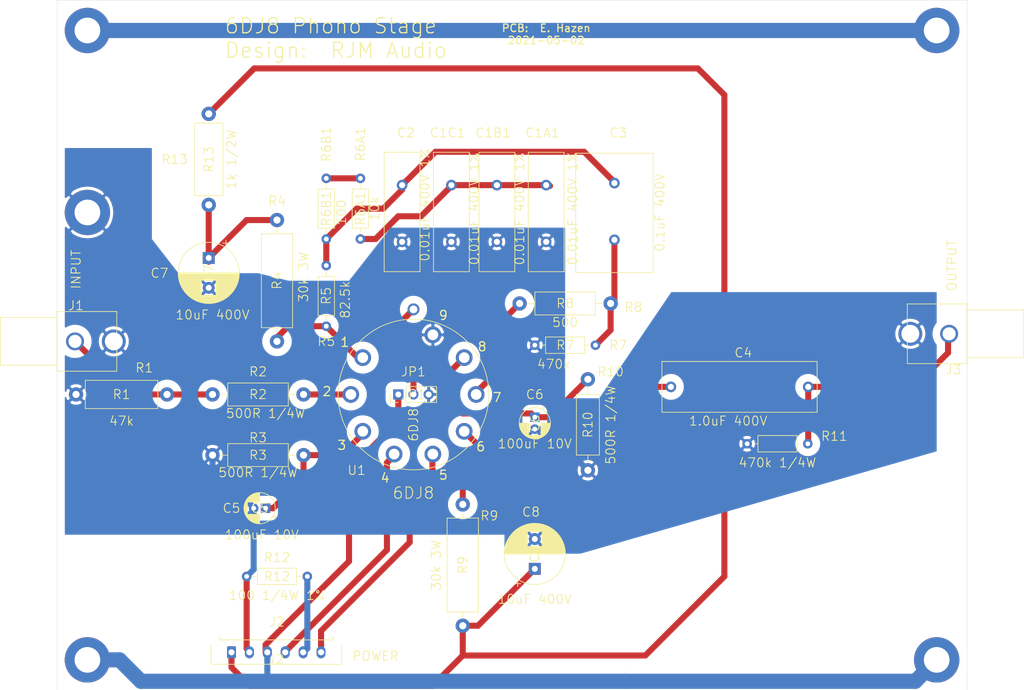
<source format=kicad_pcb>
(kicad_pcb (version 20171130) (host pcbnew 5.1.9-73d0e3b20d~88~ubuntu20.04.1)

  (general
    (thickness 1.6)
    (drawings 6)
    (tracks 110)
    (zones 0)
    (modules 34)
    (nets 21)
  )

  (page A4)
  (layers
    (0 F.Cu signal)
    (31 B.Cu signal)
    (32 B.Adhes user)
    (33 F.Adhes user)
    (34 B.Paste user)
    (35 F.Paste user)
    (36 B.SilkS user)
    (37 F.SilkS user)
    (38 B.Mask user)
    (39 F.Mask user)
    (40 Dwgs.User user)
    (41 Cmts.User user)
    (42 Eco1.User user)
    (43 Eco2.User user)
    (44 Edge.Cuts user)
    (45 Margin user)
    (46 B.CrtYd user)
    (47 F.CrtYd user)
    (48 B.Fab user)
    (49 F.Fab user)
  )

  (setup
    (last_trace_width 1.016)
    (user_trace_width 0.381)
    (user_trace_width 0.635)
    (user_trace_width 1.016)
    (user_trace_width 2.032)
    (user_trace_width 2.54)
    (trace_clearance 0.2)
    (zone_clearance 1.27)
    (zone_45_only no)
    (trace_min 0.2)
    (via_size 0.8)
    (via_drill 0.4)
    (via_min_size 0.4)
    (via_min_drill 0.3)
    (user_via 0.635 0.381)
    (user_via 1.016 0.635)
    (user_via 1.905 0.889)
    (uvia_size 0.3)
    (uvia_drill 0.1)
    (uvias_allowed no)
    (uvia_min_size 0.2)
    (uvia_min_drill 0.1)
    (edge_width 0.05)
    (segment_width 0.2)
    (pcb_text_width 0.3)
    (pcb_text_size 1.5 1.5)
    (mod_edge_width 0.12)
    (mod_text_size 1 1)
    (mod_text_width 0.15)
    (pad_size 1.524 1.524)
    (pad_drill 0.762)
    (pad_to_mask_clearance 0)
    (aux_axis_origin 0 0)
    (visible_elements FFFFFF7F)
    (pcbplotparams
      (layerselection 0x010f0_ffffffff)
      (usegerberextensions false)
      (usegerberattributes true)
      (usegerberadvancedattributes true)
      (creategerberjobfile true)
      (excludeedgelayer true)
      (linewidth 0.100000)
      (plotframeref false)
      (viasonmask false)
      (mode 1)
      (useauxorigin false)
      (hpglpennumber 1)
      (hpglpenspeed 20)
      (hpglpendiameter 15.000000)
      (psnegative false)
      (psa4output false)
      (plotreference true)
      (plotvalue true)
      (plotinvisibletext false)
      (padsonsilk false)
      (subtractmaskfromsilk false)
      (outputformat 1)
      (mirror false)
      (drillshape 0)
      (scaleselection 1)
      (outputdirectory "gerber/"))
  )

  (net 0 "")
  (net 1 GND)
  (net 2 "Net-(C2-Pad1)")
  (net 3 "Net-(C3-Pad1)")
  (net 4 "Net-(C4-Pad1)")
  (net 5 "Net-(C4-Pad2)")
  (net 6 "Net-(C5-Pad1)")
  (net 7 "Net-(C6-Pad1)")
  (net 8 "Net-(C7-Pad1)")
  (net 9 VBUS)
  (net 10 "Net-(C1A1-Pad1)")
  (net 11 "Net-(J1-Pad1)")
  (net 12 Earth_Protective)
  (net 13 "Net-(J2-Pad4)")
  (net 14 "Net-(J2-Pad5)")
  (net 15 "Net-(J2-Pad6)")
  (net 16 "Net-(R2-Pad1)")
  (net 17 "Net-(R4-Pad1)")
  (net 18 "Net-(R8-Pad1)")
  (net 19 "Net-(R6A1-Pad2)")
  (net 20 "Net-(JP1-Pad2)")

  (net_class Default "This is the default net class."
    (clearance 0.2)
    (trace_width 0.25)
    (via_dia 0.8)
    (via_drill 0.4)
    (uvia_dia 0.3)
    (uvia_drill 0.1)
    (add_net Earth_Protective)
    (add_net GND)
    (add_net "Net-(C1A1-Pad1)")
    (add_net "Net-(C2-Pad1)")
    (add_net "Net-(C3-Pad1)")
    (add_net "Net-(C4-Pad1)")
    (add_net "Net-(C4-Pad2)")
    (add_net "Net-(C5-Pad1)")
    (add_net "Net-(C6-Pad1)")
    (add_net "Net-(C7-Pad1)")
    (add_net "Net-(J1-Pad1)")
    (add_net "Net-(J2-Pad4)")
    (add_net "Net-(J2-Pad5)")
    (add_net "Net-(J2-Pad6)")
    (add_net "Net-(JP1-Pad2)")
    (add_net "Net-(R2-Pad1)")
    (add_net "Net-(R4-Pad1)")
    (add_net "Net-(R6A1-Pad2)")
    (add_net "Net-(R8-Pad1)")
    (add_net VBUS)
  )

  (module my-capacitors:CAP_L20_W6.4_P9.5 (layer F.Cu) (tedit 608DBCCB) (tstamp 608EBFB9)
    (at 127.635 67.31 270)
    (path /608EC1F4)
    (fp_text reference C2 (at -8.255 -0.635 180) (layer F.SilkS)
      (effects (font (size 1.524 1.524) (thickness 0.15)))
    )
    (fp_text value "0.01uF 400V 1%" (at 3.81 -3.81 90) (layer F.SilkS)
      (effects (font (size 1.524 1.524) (thickness 0.15)))
    )
    (fp_line (start -5 3) (end -5 0) (layer F.SilkS) (width 0.12))
    (fp_line (start 15 3) (end -5 3) (layer F.SilkS) (width 0.12))
    (fp_line (start 15 -3) (end 15 3) (layer F.SilkS) (width 0.12))
    (fp_line (start -5 -3) (end 15 -3) (layer F.SilkS) (width 0.12))
    (fp_line (start -5 0) (end -5 -3) (layer F.SilkS) (width 0.12))
    (pad 2 thru_hole circle (at 10 0 270) (size 1.778 1.778) (drill 1.016) (layers *.Cu *.Mask)
      (net 1 GND))
    (pad 1 thru_hole circle (at 0.5 0 270) (size 1.778 1.778) (drill 1.016) (layers *.Cu *.Mask)
      (net 2 "Net-(C2-Pad1)"))
  )

  (module my-capacitors:CAP_L20_W13_P9.5 (layer F.Cu) (tedit 608DBDAE) (tstamp 608E285A)
    (at 163.195 77.47 90)
    (path /608EF8A8)
    (fp_text reference C3 (at 18.415 0.635 180) (layer F.SilkS)
      (effects (font (size 1.524 1.524) (thickness 0.15)))
    )
    (fp_text value "0.1uF 400V" (at 5.08 7.62 90) (layer F.SilkS)
      (effects (font (size 1.524 1.524) (thickness 0.15)))
    )
    (fp_line (start -5 0) (end -5 -6.5) (layer F.SilkS) (width 0.12))
    (fp_line (start -5 -6.5) (end 15 -6.5) (layer F.SilkS) (width 0.12))
    (fp_line (start 15 -6.5) (end 15 6.5) (layer F.SilkS) (width 0.12))
    (fp_line (start 15 6.5) (end -5 6.5) (layer F.SilkS) (width 0.12))
    (fp_line (start -5 6.5) (end -5 0) (layer F.SilkS) (width 0.12))
    (pad 1 thru_hole circle (at 0.5 0 90) (size 1.778 1.778) (drill 1.016) (layers *.Cu *.Mask)
      (net 3 "Net-(C3-Pad1)"))
    (pad 2 thru_hole circle (at 10 0 90) (size 1.778 1.778) (drill 1.016) (layers *.Cu *.Mask)
      (net 2 "Net-(C2-Pad1)"))
  )

  (module my-capacitors:CAP_L26_W8.5_P22.5 (layer F.Cu) (tedit 608DBEEB) (tstamp 608EE8F1)
    (at 184.15 101.6 180)
    (path /608F6675)
    (fp_text reference C4 (at -0.635 5.715) (layer F.SilkS)
      (effects (font (size 1.524 1.524) (thickness 0.15)))
    )
    (fp_text value "1.0uF 400V" (at 1.905 -5.715) (layer F.SilkS)
      (effects (font (size 1.524 1.524) (thickness 0.15)))
    )
    (fp_line (start -13 4.25) (end -13 -4.25) (layer F.SilkS) (width 0.12))
    (fp_line (start -13 -4.25) (end 13 -4.25) (layer F.SilkS) (width 0.12))
    (fp_line (start 13 -4.25) (end 13 4.25) (layer F.SilkS) (width 0.12))
    (fp_line (start 13 4.25) (end -13 4.25) (layer F.SilkS) (width 0.12))
    (pad 1 thru_hole circle (at -11.5 0 180) (size 1.778 1.778) (drill 1.016) (layers *.Cu *.Mask)
      (net 4 "Net-(C4-Pad1)"))
    (pad 2 thru_hole circle (at 11.5 0 180) (size 1.778 1.778) (drill 1.016) (layers *.Cu *.Mask)
      (net 5 "Net-(C4-Pad2)"))
  )

  (module Capacitor_THT:CP_Radial_D5.0mm_P2.00mm (layer F.Cu) (tedit 5AE50EF0) (tstamp 608E28E7)
    (at 104.775 121.92 180)
    (descr "CP, Radial series, Radial, pin pitch=2.00mm, , diameter=5mm, Electrolytic Capacitor")
    (tags "CP Radial series Radial pin pitch 2.00mm  diameter 5mm Electrolytic Capacitor")
    (path /608E7BC2)
    (fp_text reference C5 (at 5.715 0) (layer F.SilkS)
      (effects (font (size 1.524 1.524) (thickness 0.15)))
    )
    (fp_text value "100uF 10V" (at 0.635 -4.445) (layer F.SilkS)
      (effects (font (size 1.524 1.524) (thickness 0.15)))
    )
    (fp_circle (center 1 0) (end 3.5 0) (layer F.Fab) (width 0.1))
    (fp_circle (center 1 0) (end 3.62 0) (layer F.SilkS) (width 0.12))
    (fp_circle (center 1 0) (end 3.75 0) (layer F.CrtYd) (width 0.05))
    (fp_line (start -1.133605 -1.0875) (end -0.633605 -1.0875) (layer F.Fab) (width 0.1))
    (fp_line (start -0.883605 -1.3375) (end -0.883605 -0.8375) (layer F.Fab) (width 0.1))
    (fp_line (start 1 1.04) (end 1 2.58) (layer F.SilkS) (width 0.12))
    (fp_line (start 1 -2.58) (end 1 -1.04) (layer F.SilkS) (width 0.12))
    (fp_line (start 1.04 1.04) (end 1.04 2.58) (layer F.SilkS) (width 0.12))
    (fp_line (start 1.04 -2.58) (end 1.04 -1.04) (layer F.SilkS) (width 0.12))
    (fp_line (start 1.08 -2.579) (end 1.08 -1.04) (layer F.SilkS) (width 0.12))
    (fp_line (start 1.08 1.04) (end 1.08 2.579) (layer F.SilkS) (width 0.12))
    (fp_line (start 1.12 -2.578) (end 1.12 -1.04) (layer F.SilkS) (width 0.12))
    (fp_line (start 1.12 1.04) (end 1.12 2.578) (layer F.SilkS) (width 0.12))
    (fp_line (start 1.16 -2.576) (end 1.16 -1.04) (layer F.SilkS) (width 0.12))
    (fp_line (start 1.16 1.04) (end 1.16 2.576) (layer F.SilkS) (width 0.12))
    (fp_line (start 1.2 -2.573) (end 1.2 -1.04) (layer F.SilkS) (width 0.12))
    (fp_line (start 1.2 1.04) (end 1.2 2.573) (layer F.SilkS) (width 0.12))
    (fp_line (start 1.24 -2.569) (end 1.24 -1.04) (layer F.SilkS) (width 0.12))
    (fp_line (start 1.24 1.04) (end 1.24 2.569) (layer F.SilkS) (width 0.12))
    (fp_line (start 1.28 -2.565) (end 1.28 -1.04) (layer F.SilkS) (width 0.12))
    (fp_line (start 1.28 1.04) (end 1.28 2.565) (layer F.SilkS) (width 0.12))
    (fp_line (start 1.32 -2.561) (end 1.32 -1.04) (layer F.SilkS) (width 0.12))
    (fp_line (start 1.32 1.04) (end 1.32 2.561) (layer F.SilkS) (width 0.12))
    (fp_line (start 1.36 -2.556) (end 1.36 -1.04) (layer F.SilkS) (width 0.12))
    (fp_line (start 1.36 1.04) (end 1.36 2.556) (layer F.SilkS) (width 0.12))
    (fp_line (start 1.4 -2.55) (end 1.4 -1.04) (layer F.SilkS) (width 0.12))
    (fp_line (start 1.4 1.04) (end 1.4 2.55) (layer F.SilkS) (width 0.12))
    (fp_line (start 1.44 -2.543) (end 1.44 -1.04) (layer F.SilkS) (width 0.12))
    (fp_line (start 1.44 1.04) (end 1.44 2.543) (layer F.SilkS) (width 0.12))
    (fp_line (start 1.48 -2.536) (end 1.48 -1.04) (layer F.SilkS) (width 0.12))
    (fp_line (start 1.48 1.04) (end 1.48 2.536) (layer F.SilkS) (width 0.12))
    (fp_line (start 1.52 -2.528) (end 1.52 -1.04) (layer F.SilkS) (width 0.12))
    (fp_line (start 1.52 1.04) (end 1.52 2.528) (layer F.SilkS) (width 0.12))
    (fp_line (start 1.56 -2.52) (end 1.56 -1.04) (layer F.SilkS) (width 0.12))
    (fp_line (start 1.56 1.04) (end 1.56 2.52) (layer F.SilkS) (width 0.12))
    (fp_line (start 1.6 -2.511) (end 1.6 -1.04) (layer F.SilkS) (width 0.12))
    (fp_line (start 1.6 1.04) (end 1.6 2.511) (layer F.SilkS) (width 0.12))
    (fp_line (start 1.64 -2.501) (end 1.64 -1.04) (layer F.SilkS) (width 0.12))
    (fp_line (start 1.64 1.04) (end 1.64 2.501) (layer F.SilkS) (width 0.12))
    (fp_line (start 1.68 -2.491) (end 1.68 -1.04) (layer F.SilkS) (width 0.12))
    (fp_line (start 1.68 1.04) (end 1.68 2.491) (layer F.SilkS) (width 0.12))
    (fp_line (start 1.721 -2.48) (end 1.721 -1.04) (layer F.SilkS) (width 0.12))
    (fp_line (start 1.721 1.04) (end 1.721 2.48) (layer F.SilkS) (width 0.12))
    (fp_line (start 1.761 -2.468) (end 1.761 -1.04) (layer F.SilkS) (width 0.12))
    (fp_line (start 1.761 1.04) (end 1.761 2.468) (layer F.SilkS) (width 0.12))
    (fp_line (start 1.801 -2.455) (end 1.801 -1.04) (layer F.SilkS) (width 0.12))
    (fp_line (start 1.801 1.04) (end 1.801 2.455) (layer F.SilkS) (width 0.12))
    (fp_line (start 1.841 -2.442) (end 1.841 -1.04) (layer F.SilkS) (width 0.12))
    (fp_line (start 1.841 1.04) (end 1.841 2.442) (layer F.SilkS) (width 0.12))
    (fp_line (start 1.881 -2.428) (end 1.881 -1.04) (layer F.SilkS) (width 0.12))
    (fp_line (start 1.881 1.04) (end 1.881 2.428) (layer F.SilkS) (width 0.12))
    (fp_line (start 1.921 -2.414) (end 1.921 -1.04) (layer F.SilkS) (width 0.12))
    (fp_line (start 1.921 1.04) (end 1.921 2.414) (layer F.SilkS) (width 0.12))
    (fp_line (start 1.961 -2.398) (end 1.961 -1.04) (layer F.SilkS) (width 0.12))
    (fp_line (start 1.961 1.04) (end 1.961 2.398) (layer F.SilkS) (width 0.12))
    (fp_line (start 2.001 -2.382) (end 2.001 -1.04) (layer F.SilkS) (width 0.12))
    (fp_line (start 2.001 1.04) (end 2.001 2.382) (layer F.SilkS) (width 0.12))
    (fp_line (start 2.041 -2.365) (end 2.041 -1.04) (layer F.SilkS) (width 0.12))
    (fp_line (start 2.041 1.04) (end 2.041 2.365) (layer F.SilkS) (width 0.12))
    (fp_line (start 2.081 -2.348) (end 2.081 -1.04) (layer F.SilkS) (width 0.12))
    (fp_line (start 2.081 1.04) (end 2.081 2.348) (layer F.SilkS) (width 0.12))
    (fp_line (start 2.121 -2.329) (end 2.121 -1.04) (layer F.SilkS) (width 0.12))
    (fp_line (start 2.121 1.04) (end 2.121 2.329) (layer F.SilkS) (width 0.12))
    (fp_line (start 2.161 -2.31) (end 2.161 -1.04) (layer F.SilkS) (width 0.12))
    (fp_line (start 2.161 1.04) (end 2.161 2.31) (layer F.SilkS) (width 0.12))
    (fp_line (start 2.201 -2.29) (end 2.201 -1.04) (layer F.SilkS) (width 0.12))
    (fp_line (start 2.201 1.04) (end 2.201 2.29) (layer F.SilkS) (width 0.12))
    (fp_line (start 2.241 -2.268) (end 2.241 -1.04) (layer F.SilkS) (width 0.12))
    (fp_line (start 2.241 1.04) (end 2.241 2.268) (layer F.SilkS) (width 0.12))
    (fp_line (start 2.281 -2.247) (end 2.281 -1.04) (layer F.SilkS) (width 0.12))
    (fp_line (start 2.281 1.04) (end 2.281 2.247) (layer F.SilkS) (width 0.12))
    (fp_line (start 2.321 -2.224) (end 2.321 -1.04) (layer F.SilkS) (width 0.12))
    (fp_line (start 2.321 1.04) (end 2.321 2.224) (layer F.SilkS) (width 0.12))
    (fp_line (start 2.361 -2.2) (end 2.361 -1.04) (layer F.SilkS) (width 0.12))
    (fp_line (start 2.361 1.04) (end 2.361 2.2) (layer F.SilkS) (width 0.12))
    (fp_line (start 2.401 -2.175) (end 2.401 -1.04) (layer F.SilkS) (width 0.12))
    (fp_line (start 2.401 1.04) (end 2.401 2.175) (layer F.SilkS) (width 0.12))
    (fp_line (start 2.441 -2.149) (end 2.441 -1.04) (layer F.SilkS) (width 0.12))
    (fp_line (start 2.441 1.04) (end 2.441 2.149) (layer F.SilkS) (width 0.12))
    (fp_line (start 2.481 -2.122) (end 2.481 -1.04) (layer F.SilkS) (width 0.12))
    (fp_line (start 2.481 1.04) (end 2.481 2.122) (layer F.SilkS) (width 0.12))
    (fp_line (start 2.521 -2.095) (end 2.521 -1.04) (layer F.SilkS) (width 0.12))
    (fp_line (start 2.521 1.04) (end 2.521 2.095) (layer F.SilkS) (width 0.12))
    (fp_line (start 2.561 -2.065) (end 2.561 -1.04) (layer F.SilkS) (width 0.12))
    (fp_line (start 2.561 1.04) (end 2.561 2.065) (layer F.SilkS) (width 0.12))
    (fp_line (start 2.601 -2.035) (end 2.601 -1.04) (layer F.SilkS) (width 0.12))
    (fp_line (start 2.601 1.04) (end 2.601 2.035) (layer F.SilkS) (width 0.12))
    (fp_line (start 2.641 -2.004) (end 2.641 -1.04) (layer F.SilkS) (width 0.12))
    (fp_line (start 2.641 1.04) (end 2.641 2.004) (layer F.SilkS) (width 0.12))
    (fp_line (start 2.681 -1.971) (end 2.681 -1.04) (layer F.SilkS) (width 0.12))
    (fp_line (start 2.681 1.04) (end 2.681 1.971) (layer F.SilkS) (width 0.12))
    (fp_line (start 2.721 -1.937) (end 2.721 -1.04) (layer F.SilkS) (width 0.12))
    (fp_line (start 2.721 1.04) (end 2.721 1.937) (layer F.SilkS) (width 0.12))
    (fp_line (start 2.761 -1.901) (end 2.761 -1.04) (layer F.SilkS) (width 0.12))
    (fp_line (start 2.761 1.04) (end 2.761 1.901) (layer F.SilkS) (width 0.12))
    (fp_line (start 2.801 -1.864) (end 2.801 -1.04) (layer F.SilkS) (width 0.12))
    (fp_line (start 2.801 1.04) (end 2.801 1.864) (layer F.SilkS) (width 0.12))
    (fp_line (start 2.841 -1.826) (end 2.841 -1.04) (layer F.SilkS) (width 0.12))
    (fp_line (start 2.841 1.04) (end 2.841 1.826) (layer F.SilkS) (width 0.12))
    (fp_line (start 2.881 -1.785) (end 2.881 -1.04) (layer F.SilkS) (width 0.12))
    (fp_line (start 2.881 1.04) (end 2.881 1.785) (layer F.SilkS) (width 0.12))
    (fp_line (start 2.921 -1.743) (end 2.921 -1.04) (layer F.SilkS) (width 0.12))
    (fp_line (start 2.921 1.04) (end 2.921 1.743) (layer F.SilkS) (width 0.12))
    (fp_line (start 2.961 -1.699) (end 2.961 -1.04) (layer F.SilkS) (width 0.12))
    (fp_line (start 2.961 1.04) (end 2.961 1.699) (layer F.SilkS) (width 0.12))
    (fp_line (start 3.001 -1.653) (end 3.001 -1.04) (layer F.SilkS) (width 0.12))
    (fp_line (start 3.001 1.04) (end 3.001 1.653) (layer F.SilkS) (width 0.12))
    (fp_line (start 3.041 -1.605) (end 3.041 1.605) (layer F.SilkS) (width 0.12))
    (fp_line (start 3.081 -1.554) (end 3.081 1.554) (layer F.SilkS) (width 0.12))
    (fp_line (start 3.121 -1.5) (end 3.121 1.5) (layer F.SilkS) (width 0.12))
    (fp_line (start 3.161 -1.443) (end 3.161 1.443) (layer F.SilkS) (width 0.12))
    (fp_line (start 3.201 -1.383) (end 3.201 1.383) (layer F.SilkS) (width 0.12))
    (fp_line (start 3.241 -1.319) (end 3.241 1.319) (layer F.SilkS) (width 0.12))
    (fp_line (start 3.281 -1.251) (end 3.281 1.251) (layer F.SilkS) (width 0.12))
    (fp_line (start 3.321 -1.178) (end 3.321 1.178) (layer F.SilkS) (width 0.12))
    (fp_line (start 3.361 -1.098) (end 3.361 1.098) (layer F.SilkS) (width 0.12))
    (fp_line (start 3.401 -1.011) (end 3.401 1.011) (layer F.SilkS) (width 0.12))
    (fp_line (start 3.441 -0.915) (end 3.441 0.915) (layer F.SilkS) (width 0.12))
    (fp_line (start 3.481 -0.805) (end 3.481 0.805) (layer F.SilkS) (width 0.12))
    (fp_line (start 3.521 -0.677) (end 3.521 0.677) (layer F.SilkS) (width 0.12))
    (fp_line (start 3.561 -0.518) (end 3.561 0.518) (layer F.SilkS) (width 0.12))
    (fp_line (start 3.601 -0.284) (end 3.601 0.284) (layer F.SilkS) (width 0.12))
    (fp_line (start -1.804775 -1.475) (end -1.304775 -1.475) (layer F.SilkS) (width 0.12))
    (fp_line (start -1.554775 -1.725) (end -1.554775 -1.225) (layer F.SilkS) (width 0.12))
    (fp_text user %R (at 1 0) (layer F.SilkS)
      (effects (font (size 1.524 1.524) (thickness 0.15)))
    )
    (pad 1 thru_hole rect (at 0 0 180) (size 1.6 1.6) (drill 0.8) (layers *.Cu *.Mask)
      (net 6 "Net-(C5-Pad1)"))
    (pad 2 thru_hole circle (at 2 0 180) (size 1.6 1.6) (drill 0.8) (layers *.Cu *.Mask)
      (net 1 GND))
    (model ${KISYS3DMOD}/Capacitor_THT.3dshapes/CP_Radial_D5.0mm_P2.00mm.wrl
      (at (xyz 0 0 0))
      (scale (xyz 1 1 1))
      (rotate (xyz 0 0 0))
    )
  )

  (module Capacitor_THT:CP_Radial_D5.0mm_P2.00mm (layer F.Cu) (tedit 5AE50EF0) (tstamp 608E296A)
    (at 149.86 106.68 270)
    (descr "CP, Radial series, Radial, pin pitch=2.00mm, , diameter=5mm, Electrolytic Capacitor")
    (tags "CP Radial series Radial pin pitch 2.00mm  diameter 5mm Electrolytic Capacitor")
    (path /608F2A8A)
    (fp_text reference C6 (at -3.81 0 180) (layer F.SilkS)
      (effects (font (size 1.524 1.524) (thickness 0.15)))
    )
    (fp_text value "100uF 10V" (at 4.445 0 180) (layer F.SilkS)
      (effects (font (size 1.524 1.524) (thickness 0.15)))
    )
    (fp_line (start -1.554775 -1.725) (end -1.554775 -1.225) (layer F.SilkS) (width 0.12))
    (fp_line (start -1.804775 -1.475) (end -1.304775 -1.475) (layer F.SilkS) (width 0.12))
    (fp_line (start 3.601 -0.284) (end 3.601 0.284) (layer F.SilkS) (width 0.12))
    (fp_line (start 3.561 -0.518) (end 3.561 0.518) (layer F.SilkS) (width 0.12))
    (fp_line (start 3.521 -0.677) (end 3.521 0.677) (layer F.SilkS) (width 0.12))
    (fp_line (start 3.481 -0.805) (end 3.481 0.805) (layer F.SilkS) (width 0.12))
    (fp_line (start 3.441 -0.915) (end 3.441 0.915) (layer F.SilkS) (width 0.12))
    (fp_line (start 3.401 -1.011) (end 3.401 1.011) (layer F.SilkS) (width 0.12))
    (fp_line (start 3.361 -1.098) (end 3.361 1.098) (layer F.SilkS) (width 0.12))
    (fp_line (start 3.321 -1.178) (end 3.321 1.178) (layer F.SilkS) (width 0.12))
    (fp_line (start 3.281 -1.251) (end 3.281 1.251) (layer F.SilkS) (width 0.12))
    (fp_line (start 3.241 -1.319) (end 3.241 1.319) (layer F.SilkS) (width 0.12))
    (fp_line (start 3.201 -1.383) (end 3.201 1.383) (layer F.SilkS) (width 0.12))
    (fp_line (start 3.161 -1.443) (end 3.161 1.443) (layer F.SilkS) (width 0.12))
    (fp_line (start 3.121 -1.5) (end 3.121 1.5) (layer F.SilkS) (width 0.12))
    (fp_line (start 3.081 -1.554) (end 3.081 1.554) (layer F.SilkS) (width 0.12))
    (fp_line (start 3.041 -1.605) (end 3.041 1.605) (layer F.SilkS) (width 0.12))
    (fp_line (start 3.001 1.04) (end 3.001 1.653) (layer F.SilkS) (width 0.12))
    (fp_line (start 3.001 -1.653) (end 3.001 -1.04) (layer F.SilkS) (width 0.12))
    (fp_line (start 2.961 1.04) (end 2.961 1.699) (layer F.SilkS) (width 0.12))
    (fp_line (start 2.961 -1.699) (end 2.961 -1.04) (layer F.SilkS) (width 0.12))
    (fp_line (start 2.921 1.04) (end 2.921 1.743) (layer F.SilkS) (width 0.12))
    (fp_line (start 2.921 -1.743) (end 2.921 -1.04) (layer F.SilkS) (width 0.12))
    (fp_line (start 2.881 1.04) (end 2.881 1.785) (layer F.SilkS) (width 0.12))
    (fp_line (start 2.881 -1.785) (end 2.881 -1.04) (layer F.SilkS) (width 0.12))
    (fp_line (start 2.841 1.04) (end 2.841 1.826) (layer F.SilkS) (width 0.12))
    (fp_line (start 2.841 -1.826) (end 2.841 -1.04) (layer F.SilkS) (width 0.12))
    (fp_line (start 2.801 1.04) (end 2.801 1.864) (layer F.SilkS) (width 0.12))
    (fp_line (start 2.801 -1.864) (end 2.801 -1.04) (layer F.SilkS) (width 0.12))
    (fp_line (start 2.761 1.04) (end 2.761 1.901) (layer F.SilkS) (width 0.12))
    (fp_line (start 2.761 -1.901) (end 2.761 -1.04) (layer F.SilkS) (width 0.12))
    (fp_line (start 2.721 1.04) (end 2.721 1.937) (layer F.SilkS) (width 0.12))
    (fp_line (start 2.721 -1.937) (end 2.721 -1.04) (layer F.SilkS) (width 0.12))
    (fp_line (start 2.681 1.04) (end 2.681 1.971) (layer F.SilkS) (width 0.12))
    (fp_line (start 2.681 -1.971) (end 2.681 -1.04) (layer F.SilkS) (width 0.12))
    (fp_line (start 2.641 1.04) (end 2.641 2.004) (layer F.SilkS) (width 0.12))
    (fp_line (start 2.641 -2.004) (end 2.641 -1.04) (layer F.SilkS) (width 0.12))
    (fp_line (start 2.601 1.04) (end 2.601 2.035) (layer F.SilkS) (width 0.12))
    (fp_line (start 2.601 -2.035) (end 2.601 -1.04) (layer F.SilkS) (width 0.12))
    (fp_line (start 2.561 1.04) (end 2.561 2.065) (layer F.SilkS) (width 0.12))
    (fp_line (start 2.561 -2.065) (end 2.561 -1.04) (layer F.SilkS) (width 0.12))
    (fp_line (start 2.521 1.04) (end 2.521 2.095) (layer F.SilkS) (width 0.12))
    (fp_line (start 2.521 -2.095) (end 2.521 -1.04) (layer F.SilkS) (width 0.12))
    (fp_line (start 2.481 1.04) (end 2.481 2.122) (layer F.SilkS) (width 0.12))
    (fp_line (start 2.481 -2.122) (end 2.481 -1.04) (layer F.SilkS) (width 0.12))
    (fp_line (start 2.441 1.04) (end 2.441 2.149) (layer F.SilkS) (width 0.12))
    (fp_line (start 2.441 -2.149) (end 2.441 -1.04) (layer F.SilkS) (width 0.12))
    (fp_line (start 2.401 1.04) (end 2.401 2.175) (layer F.SilkS) (width 0.12))
    (fp_line (start 2.401 -2.175) (end 2.401 -1.04) (layer F.SilkS) (width 0.12))
    (fp_line (start 2.361 1.04) (end 2.361 2.2) (layer F.SilkS) (width 0.12))
    (fp_line (start 2.361 -2.2) (end 2.361 -1.04) (layer F.SilkS) (width 0.12))
    (fp_line (start 2.321 1.04) (end 2.321 2.224) (layer F.SilkS) (width 0.12))
    (fp_line (start 2.321 -2.224) (end 2.321 -1.04) (layer F.SilkS) (width 0.12))
    (fp_line (start 2.281 1.04) (end 2.281 2.247) (layer F.SilkS) (width 0.12))
    (fp_line (start 2.281 -2.247) (end 2.281 -1.04) (layer F.SilkS) (width 0.12))
    (fp_line (start 2.241 1.04) (end 2.241 2.268) (layer F.SilkS) (width 0.12))
    (fp_line (start 2.241 -2.268) (end 2.241 -1.04) (layer F.SilkS) (width 0.12))
    (fp_line (start 2.201 1.04) (end 2.201 2.29) (layer F.SilkS) (width 0.12))
    (fp_line (start 2.201 -2.29) (end 2.201 -1.04) (layer F.SilkS) (width 0.12))
    (fp_line (start 2.161 1.04) (end 2.161 2.31) (layer F.SilkS) (width 0.12))
    (fp_line (start 2.161 -2.31) (end 2.161 -1.04) (layer F.SilkS) (width 0.12))
    (fp_line (start 2.121 1.04) (end 2.121 2.329) (layer F.SilkS) (width 0.12))
    (fp_line (start 2.121 -2.329) (end 2.121 -1.04) (layer F.SilkS) (width 0.12))
    (fp_line (start 2.081 1.04) (end 2.081 2.348) (layer F.SilkS) (width 0.12))
    (fp_line (start 2.081 -2.348) (end 2.081 -1.04) (layer F.SilkS) (width 0.12))
    (fp_line (start 2.041 1.04) (end 2.041 2.365) (layer F.SilkS) (width 0.12))
    (fp_line (start 2.041 -2.365) (end 2.041 -1.04) (layer F.SilkS) (width 0.12))
    (fp_line (start 2.001 1.04) (end 2.001 2.382) (layer F.SilkS) (width 0.12))
    (fp_line (start 2.001 -2.382) (end 2.001 -1.04) (layer F.SilkS) (width 0.12))
    (fp_line (start 1.961 1.04) (end 1.961 2.398) (layer F.SilkS) (width 0.12))
    (fp_line (start 1.961 -2.398) (end 1.961 -1.04) (layer F.SilkS) (width 0.12))
    (fp_line (start 1.921 1.04) (end 1.921 2.414) (layer F.SilkS) (width 0.12))
    (fp_line (start 1.921 -2.414) (end 1.921 -1.04) (layer F.SilkS) (width 0.12))
    (fp_line (start 1.881 1.04) (end 1.881 2.428) (layer F.SilkS) (width 0.12))
    (fp_line (start 1.881 -2.428) (end 1.881 -1.04) (layer F.SilkS) (width 0.12))
    (fp_line (start 1.841 1.04) (end 1.841 2.442) (layer F.SilkS) (width 0.12))
    (fp_line (start 1.841 -2.442) (end 1.841 -1.04) (layer F.SilkS) (width 0.12))
    (fp_line (start 1.801 1.04) (end 1.801 2.455) (layer F.SilkS) (width 0.12))
    (fp_line (start 1.801 -2.455) (end 1.801 -1.04) (layer F.SilkS) (width 0.12))
    (fp_line (start 1.761 1.04) (end 1.761 2.468) (layer F.SilkS) (width 0.12))
    (fp_line (start 1.761 -2.468) (end 1.761 -1.04) (layer F.SilkS) (width 0.12))
    (fp_line (start 1.721 1.04) (end 1.721 2.48) (layer F.SilkS) (width 0.12))
    (fp_line (start 1.721 -2.48) (end 1.721 -1.04) (layer F.SilkS) (width 0.12))
    (fp_line (start 1.68 1.04) (end 1.68 2.491) (layer F.SilkS) (width 0.12))
    (fp_line (start 1.68 -2.491) (end 1.68 -1.04) (layer F.SilkS) (width 0.12))
    (fp_line (start 1.64 1.04) (end 1.64 2.501) (layer F.SilkS) (width 0.12))
    (fp_line (start 1.64 -2.501) (end 1.64 -1.04) (layer F.SilkS) (width 0.12))
    (fp_line (start 1.6 1.04) (end 1.6 2.511) (layer F.SilkS) (width 0.12))
    (fp_line (start 1.6 -2.511) (end 1.6 -1.04) (layer F.SilkS) (width 0.12))
    (fp_line (start 1.56 1.04) (end 1.56 2.52) (layer F.SilkS) (width 0.12))
    (fp_line (start 1.56 -2.52) (end 1.56 -1.04) (layer F.SilkS) (width 0.12))
    (fp_line (start 1.52 1.04) (end 1.52 2.528) (layer F.SilkS) (width 0.12))
    (fp_line (start 1.52 -2.528) (end 1.52 -1.04) (layer F.SilkS) (width 0.12))
    (fp_line (start 1.48 1.04) (end 1.48 2.536) (layer F.SilkS) (width 0.12))
    (fp_line (start 1.48 -2.536) (end 1.48 -1.04) (layer F.SilkS) (width 0.12))
    (fp_line (start 1.44 1.04) (end 1.44 2.543) (layer F.SilkS) (width 0.12))
    (fp_line (start 1.44 -2.543) (end 1.44 -1.04) (layer F.SilkS) (width 0.12))
    (fp_line (start 1.4 1.04) (end 1.4 2.55) (layer F.SilkS) (width 0.12))
    (fp_line (start 1.4 -2.55) (end 1.4 -1.04) (layer F.SilkS) (width 0.12))
    (fp_line (start 1.36 1.04) (end 1.36 2.556) (layer F.SilkS) (width 0.12))
    (fp_line (start 1.36 -2.556) (end 1.36 -1.04) (layer F.SilkS) (width 0.12))
    (fp_line (start 1.32 1.04) (end 1.32 2.561) (layer F.SilkS) (width 0.12))
    (fp_line (start 1.32 -2.561) (end 1.32 -1.04) (layer F.SilkS) (width 0.12))
    (fp_line (start 1.28 1.04) (end 1.28 2.565) (layer F.SilkS) (width 0.12))
    (fp_line (start 1.28 -2.565) (end 1.28 -1.04) (layer F.SilkS) (width 0.12))
    (fp_line (start 1.24 1.04) (end 1.24 2.569) (layer F.SilkS) (width 0.12))
    (fp_line (start 1.24 -2.569) (end 1.24 -1.04) (layer F.SilkS) (width 0.12))
    (fp_line (start 1.2 1.04) (end 1.2 2.573) (layer F.SilkS) (width 0.12))
    (fp_line (start 1.2 -2.573) (end 1.2 -1.04) (layer F.SilkS) (width 0.12))
    (fp_line (start 1.16 1.04) (end 1.16 2.576) (layer F.SilkS) (width 0.12))
    (fp_line (start 1.16 -2.576) (end 1.16 -1.04) (layer F.SilkS) (width 0.12))
    (fp_line (start 1.12 1.04) (end 1.12 2.578) (layer F.SilkS) (width 0.12))
    (fp_line (start 1.12 -2.578) (end 1.12 -1.04) (layer F.SilkS) (width 0.12))
    (fp_line (start 1.08 1.04) (end 1.08 2.579) (layer F.SilkS) (width 0.12))
    (fp_line (start 1.08 -2.579) (end 1.08 -1.04) (layer F.SilkS) (width 0.12))
    (fp_line (start 1.04 -2.58) (end 1.04 -1.04) (layer F.SilkS) (width 0.12))
    (fp_line (start 1.04 1.04) (end 1.04 2.58) (layer F.SilkS) (width 0.12))
    (fp_line (start 1 -2.58) (end 1 -1.04) (layer F.SilkS) (width 0.12))
    (fp_line (start 1 1.04) (end 1 2.58) (layer F.SilkS) (width 0.12))
    (fp_line (start -0.883605 -1.3375) (end -0.883605 -0.8375) (layer F.Fab) (width 0.1))
    (fp_line (start -1.133605 -1.0875) (end -0.633605 -1.0875) (layer F.Fab) (width 0.1))
    (fp_circle (center 1 0) (end 3.75 0) (layer F.CrtYd) (width 0.05))
    (fp_circle (center 1 0) (end 3.62 0) (layer F.SilkS) (width 0.12))
    (fp_circle (center 1 0) (end 3.5 0) (layer F.Fab) (width 0.1))
    (fp_text user %R (at 1 0 90) (layer F.SilkS)
      (effects (font (size 1.524 1.524) (thickness 0.15)))
    )
    (pad 2 thru_hole circle (at 2 0 270) (size 1.6 1.6) (drill 0.8) (layers *.Cu *.Mask)
      (net 1 GND))
    (pad 1 thru_hole rect (at 0 0 270) (size 1.6 1.6) (drill 0.8) (layers *.Cu *.Mask)
      (net 7 "Net-(C6-Pad1)"))
    (model ${KISYS3DMOD}/Capacitor_THT.3dshapes/CP_Radial_D5.0mm_P2.00mm.wrl
      (at (xyz 0 0 0))
      (scale (xyz 1 1 1))
      (rotate (xyz 0 0 0))
    )
  )

  (module Capacitor_THT:CP_Radial_D10.0mm_P5.00mm (layer F.Cu) (tedit 5AE50EF1) (tstamp 608E2A36)
    (at 95.25 80.01 270)
    (descr "CP, Radial series, Radial, pin pitch=5.00mm, , diameter=10mm, Electrolytic Capacitor")
    (tags "CP Radial series Radial pin pitch 5.00mm  diameter 10mm Electrolytic Capacitor")
    (path /608FAF60)
    (fp_text reference C7 (at 2.54 8.255) (layer F.SilkS)
      (effects (font (size 1.524 1.524) (thickness 0.15)))
    )
    (fp_text value "10uF 400V" (at 9.525 -0.635 180) (layer F.SilkS)
      (effects (font (size 1.524 1.524) (thickness 0.15)))
    )
    (fp_line (start -2.479646 -3.375) (end -2.479646 -2.375) (layer F.SilkS) (width 0.12))
    (fp_line (start -2.979646 -2.875) (end -1.979646 -2.875) (layer F.SilkS) (width 0.12))
    (fp_line (start 7.581 -0.599) (end 7.581 0.599) (layer F.SilkS) (width 0.12))
    (fp_line (start 7.541 -0.862) (end 7.541 0.862) (layer F.SilkS) (width 0.12))
    (fp_line (start 7.501 -1.062) (end 7.501 1.062) (layer F.SilkS) (width 0.12))
    (fp_line (start 7.461 -1.23) (end 7.461 1.23) (layer F.SilkS) (width 0.12))
    (fp_line (start 7.421 -1.378) (end 7.421 1.378) (layer F.SilkS) (width 0.12))
    (fp_line (start 7.381 -1.51) (end 7.381 1.51) (layer F.SilkS) (width 0.12))
    (fp_line (start 7.341 -1.63) (end 7.341 1.63) (layer F.SilkS) (width 0.12))
    (fp_line (start 7.301 -1.742) (end 7.301 1.742) (layer F.SilkS) (width 0.12))
    (fp_line (start 7.261 -1.846) (end 7.261 1.846) (layer F.SilkS) (width 0.12))
    (fp_line (start 7.221 -1.944) (end 7.221 1.944) (layer F.SilkS) (width 0.12))
    (fp_line (start 7.181 -2.037) (end 7.181 2.037) (layer F.SilkS) (width 0.12))
    (fp_line (start 7.141 -2.125) (end 7.141 2.125) (layer F.SilkS) (width 0.12))
    (fp_line (start 7.101 -2.209) (end 7.101 2.209) (layer F.SilkS) (width 0.12))
    (fp_line (start 7.061 -2.289) (end 7.061 2.289) (layer F.SilkS) (width 0.12))
    (fp_line (start 7.021 -2.365) (end 7.021 2.365) (layer F.SilkS) (width 0.12))
    (fp_line (start 6.981 -2.439) (end 6.981 2.439) (layer F.SilkS) (width 0.12))
    (fp_line (start 6.941 -2.51) (end 6.941 2.51) (layer F.SilkS) (width 0.12))
    (fp_line (start 6.901 -2.579) (end 6.901 2.579) (layer F.SilkS) (width 0.12))
    (fp_line (start 6.861 -2.645) (end 6.861 2.645) (layer F.SilkS) (width 0.12))
    (fp_line (start 6.821 -2.709) (end 6.821 2.709) (layer F.SilkS) (width 0.12))
    (fp_line (start 6.781 -2.77) (end 6.781 2.77) (layer F.SilkS) (width 0.12))
    (fp_line (start 6.741 -2.83) (end 6.741 2.83) (layer F.SilkS) (width 0.12))
    (fp_line (start 6.701 -2.889) (end 6.701 2.889) (layer F.SilkS) (width 0.12))
    (fp_line (start 6.661 -2.945) (end 6.661 2.945) (layer F.SilkS) (width 0.12))
    (fp_line (start 6.621 -3) (end 6.621 3) (layer F.SilkS) (width 0.12))
    (fp_line (start 6.581 -3.054) (end 6.581 3.054) (layer F.SilkS) (width 0.12))
    (fp_line (start 6.541 -3.106) (end 6.541 3.106) (layer F.SilkS) (width 0.12))
    (fp_line (start 6.501 -3.156) (end 6.501 3.156) (layer F.SilkS) (width 0.12))
    (fp_line (start 6.461 -3.206) (end 6.461 3.206) (layer F.SilkS) (width 0.12))
    (fp_line (start 6.421 -3.254) (end 6.421 3.254) (layer F.SilkS) (width 0.12))
    (fp_line (start 6.381 -3.301) (end 6.381 3.301) (layer F.SilkS) (width 0.12))
    (fp_line (start 6.341 -3.347) (end 6.341 3.347) (layer F.SilkS) (width 0.12))
    (fp_line (start 6.301 -3.392) (end 6.301 3.392) (layer F.SilkS) (width 0.12))
    (fp_line (start 6.261 -3.436) (end 6.261 3.436) (layer F.SilkS) (width 0.12))
    (fp_line (start 6.221 1.241) (end 6.221 3.478) (layer F.SilkS) (width 0.12))
    (fp_line (start 6.221 -3.478) (end 6.221 -1.241) (layer F.SilkS) (width 0.12))
    (fp_line (start 6.181 1.241) (end 6.181 3.52) (layer F.SilkS) (width 0.12))
    (fp_line (start 6.181 -3.52) (end 6.181 -1.241) (layer F.SilkS) (width 0.12))
    (fp_line (start 6.141 1.241) (end 6.141 3.561) (layer F.SilkS) (width 0.12))
    (fp_line (start 6.141 -3.561) (end 6.141 -1.241) (layer F.SilkS) (width 0.12))
    (fp_line (start 6.101 1.241) (end 6.101 3.601) (layer F.SilkS) (width 0.12))
    (fp_line (start 6.101 -3.601) (end 6.101 -1.241) (layer F.SilkS) (width 0.12))
    (fp_line (start 6.061 1.241) (end 6.061 3.64) (layer F.SilkS) (width 0.12))
    (fp_line (start 6.061 -3.64) (end 6.061 -1.241) (layer F.SilkS) (width 0.12))
    (fp_line (start 6.021 1.241) (end 6.021 3.679) (layer F.SilkS) (width 0.12))
    (fp_line (start 6.021 -3.679) (end 6.021 -1.241) (layer F.SilkS) (width 0.12))
    (fp_line (start 5.981 1.241) (end 5.981 3.716) (layer F.SilkS) (width 0.12))
    (fp_line (start 5.981 -3.716) (end 5.981 -1.241) (layer F.SilkS) (width 0.12))
    (fp_line (start 5.941 1.241) (end 5.941 3.753) (layer F.SilkS) (width 0.12))
    (fp_line (start 5.941 -3.753) (end 5.941 -1.241) (layer F.SilkS) (width 0.12))
    (fp_line (start 5.901 1.241) (end 5.901 3.789) (layer F.SilkS) (width 0.12))
    (fp_line (start 5.901 -3.789) (end 5.901 -1.241) (layer F.SilkS) (width 0.12))
    (fp_line (start 5.861 1.241) (end 5.861 3.824) (layer F.SilkS) (width 0.12))
    (fp_line (start 5.861 -3.824) (end 5.861 -1.241) (layer F.SilkS) (width 0.12))
    (fp_line (start 5.821 1.241) (end 5.821 3.858) (layer F.SilkS) (width 0.12))
    (fp_line (start 5.821 -3.858) (end 5.821 -1.241) (layer F.SilkS) (width 0.12))
    (fp_line (start 5.781 1.241) (end 5.781 3.892) (layer F.SilkS) (width 0.12))
    (fp_line (start 5.781 -3.892) (end 5.781 -1.241) (layer F.SilkS) (width 0.12))
    (fp_line (start 5.741 1.241) (end 5.741 3.925) (layer F.SilkS) (width 0.12))
    (fp_line (start 5.741 -3.925) (end 5.741 -1.241) (layer F.SilkS) (width 0.12))
    (fp_line (start 5.701 1.241) (end 5.701 3.957) (layer F.SilkS) (width 0.12))
    (fp_line (start 5.701 -3.957) (end 5.701 -1.241) (layer F.SilkS) (width 0.12))
    (fp_line (start 5.661 1.241) (end 5.661 3.989) (layer F.SilkS) (width 0.12))
    (fp_line (start 5.661 -3.989) (end 5.661 -1.241) (layer F.SilkS) (width 0.12))
    (fp_line (start 5.621 1.241) (end 5.621 4.02) (layer F.SilkS) (width 0.12))
    (fp_line (start 5.621 -4.02) (end 5.621 -1.241) (layer F.SilkS) (width 0.12))
    (fp_line (start 5.581 1.241) (end 5.581 4.05) (layer F.SilkS) (width 0.12))
    (fp_line (start 5.581 -4.05) (end 5.581 -1.241) (layer F.SilkS) (width 0.12))
    (fp_line (start 5.541 1.241) (end 5.541 4.08) (layer F.SilkS) (width 0.12))
    (fp_line (start 5.541 -4.08) (end 5.541 -1.241) (layer F.SilkS) (width 0.12))
    (fp_line (start 5.501 1.241) (end 5.501 4.11) (layer F.SilkS) (width 0.12))
    (fp_line (start 5.501 -4.11) (end 5.501 -1.241) (layer F.SilkS) (width 0.12))
    (fp_line (start 5.461 1.241) (end 5.461 4.138) (layer F.SilkS) (width 0.12))
    (fp_line (start 5.461 -4.138) (end 5.461 -1.241) (layer F.SilkS) (width 0.12))
    (fp_line (start 5.421 1.241) (end 5.421 4.166) (layer F.SilkS) (width 0.12))
    (fp_line (start 5.421 -4.166) (end 5.421 -1.241) (layer F.SilkS) (width 0.12))
    (fp_line (start 5.381 1.241) (end 5.381 4.194) (layer F.SilkS) (width 0.12))
    (fp_line (start 5.381 -4.194) (end 5.381 -1.241) (layer F.SilkS) (width 0.12))
    (fp_line (start 5.341 1.241) (end 5.341 4.221) (layer F.SilkS) (width 0.12))
    (fp_line (start 5.341 -4.221) (end 5.341 -1.241) (layer F.SilkS) (width 0.12))
    (fp_line (start 5.301 1.241) (end 5.301 4.247) (layer F.SilkS) (width 0.12))
    (fp_line (start 5.301 -4.247) (end 5.301 -1.241) (layer F.SilkS) (width 0.12))
    (fp_line (start 5.261 1.241) (end 5.261 4.273) (layer F.SilkS) (width 0.12))
    (fp_line (start 5.261 -4.273) (end 5.261 -1.241) (layer F.SilkS) (width 0.12))
    (fp_line (start 5.221 1.241) (end 5.221 4.298) (layer F.SilkS) (width 0.12))
    (fp_line (start 5.221 -4.298) (end 5.221 -1.241) (layer F.SilkS) (width 0.12))
    (fp_line (start 5.181 1.241) (end 5.181 4.323) (layer F.SilkS) (width 0.12))
    (fp_line (start 5.181 -4.323) (end 5.181 -1.241) (layer F.SilkS) (width 0.12))
    (fp_line (start 5.141 1.241) (end 5.141 4.347) (layer F.SilkS) (width 0.12))
    (fp_line (start 5.141 -4.347) (end 5.141 -1.241) (layer F.SilkS) (width 0.12))
    (fp_line (start 5.101 1.241) (end 5.101 4.371) (layer F.SilkS) (width 0.12))
    (fp_line (start 5.101 -4.371) (end 5.101 -1.241) (layer F.SilkS) (width 0.12))
    (fp_line (start 5.061 1.241) (end 5.061 4.395) (layer F.SilkS) (width 0.12))
    (fp_line (start 5.061 -4.395) (end 5.061 -1.241) (layer F.SilkS) (width 0.12))
    (fp_line (start 5.021 1.241) (end 5.021 4.417) (layer F.SilkS) (width 0.12))
    (fp_line (start 5.021 -4.417) (end 5.021 -1.241) (layer F.SilkS) (width 0.12))
    (fp_line (start 4.981 1.241) (end 4.981 4.44) (layer F.SilkS) (width 0.12))
    (fp_line (start 4.981 -4.44) (end 4.981 -1.241) (layer F.SilkS) (width 0.12))
    (fp_line (start 4.941 1.241) (end 4.941 4.462) (layer F.SilkS) (width 0.12))
    (fp_line (start 4.941 -4.462) (end 4.941 -1.241) (layer F.SilkS) (width 0.12))
    (fp_line (start 4.901 1.241) (end 4.901 4.483) (layer F.SilkS) (width 0.12))
    (fp_line (start 4.901 -4.483) (end 4.901 -1.241) (layer F.SilkS) (width 0.12))
    (fp_line (start 4.861 1.241) (end 4.861 4.504) (layer F.SilkS) (width 0.12))
    (fp_line (start 4.861 -4.504) (end 4.861 -1.241) (layer F.SilkS) (width 0.12))
    (fp_line (start 4.821 1.241) (end 4.821 4.525) (layer F.SilkS) (width 0.12))
    (fp_line (start 4.821 -4.525) (end 4.821 -1.241) (layer F.SilkS) (width 0.12))
    (fp_line (start 4.781 1.241) (end 4.781 4.545) (layer F.SilkS) (width 0.12))
    (fp_line (start 4.781 -4.545) (end 4.781 -1.241) (layer F.SilkS) (width 0.12))
    (fp_line (start 4.741 1.241) (end 4.741 4.564) (layer F.SilkS) (width 0.12))
    (fp_line (start 4.741 -4.564) (end 4.741 -1.241) (layer F.SilkS) (width 0.12))
    (fp_line (start 4.701 1.241) (end 4.701 4.584) (layer F.SilkS) (width 0.12))
    (fp_line (start 4.701 -4.584) (end 4.701 -1.241) (layer F.SilkS) (width 0.12))
    (fp_line (start 4.661 1.241) (end 4.661 4.603) (layer F.SilkS) (width 0.12))
    (fp_line (start 4.661 -4.603) (end 4.661 -1.241) (layer F.SilkS) (width 0.12))
    (fp_line (start 4.621 1.241) (end 4.621 4.621) (layer F.SilkS) (width 0.12))
    (fp_line (start 4.621 -4.621) (end 4.621 -1.241) (layer F.SilkS) (width 0.12))
    (fp_line (start 4.581 1.241) (end 4.581 4.639) (layer F.SilkS) (width 0.12))
    (fp_line (start 4.581 -4.639) (end 4.581 -1.241) (layer F.SilkS) (width 0.12))
    (fp_line (start 4.541 1.241) (end 4.541 4.657) (layer F.SilkS) (width 0.12))
    (fp_line (start 4.541 -4.657) (end 4.541 -1.241) (layer F.SilkS) (width 0.12))
    (fp_line (start 4.501 1.241) (end 4.501 4.674) (layer F.SilkS) (width 0.12))
    (fp_line (start 4.501 -4.674) (end 4.501 -1.241) (layer F.SilkS) (width 0.12))
    (fp_line (start 4.461 1.241) (end 4.461 4.69) (layer F.SilkS) (width 0.12))
    (fp_line (start 4.461 -4.69) (end 4.461 -1.241) (layer F.SilkS) (width 0.12))
    (fp_line (start 4.421 1.241) (end 4.421 4.707) (layer F.SilkS) (width 0.12))
    (fp_line (start 4.421 -4.707) (end 4.421 -1.241) (layer F.SilkS) (width 0.12))
    (fp_line (start 4.381 1.241) (end 4.381 4.723) (layer F.SilkS) (width 0.12))
    (fp_line (start 4.381 -4.723) (end 4.381 -1.241) (layer F.SilkS) (width 0.12))
    (fp_line (start 4.341 1.241) (end 4.341 4.738) (layer F.SilkS) (width 0.12))
    (fp_line (start 4.341 -4.738) (end 4.341 -1.241) (layer F.SilkS) (width 0.12))
    (fp_line (start 4.301 1.241) (end 4.301 4.754) (layer F.SilkS) (width 0.12))
    (fp_line (start 4.301 -4.754) (end 4.301 -1.241) (layer F.SilkS) (width 0.12))
    (fp_line (start 4.261 1.241) (end 4.261 4.768) (layer F.SilkS) (width 0.12))
    (fp_line (start 4.261 -4.768) (end 4.261 -1.241) (layer F.SilkS) (width 0.12))
    (fp_line (start 4.221 1.241) (end 4.221 4.783) (layer F.SilkS) (width 0.12))
    (fp_line (start 4.221 -4.783) (end 4.221 -1.241) (layer F.SilkS) (width 0.12))
    (fp_line (start 4.181 1.241) (end 4.181 4.797) (layer F.SilkS) (width 0.12))
    (fp_line (start 4.181 -4.797) (end 4.181 -1.241) (layer F.SilkS) (width 0.12))
    (fp_line (start 4.141 1.241) (end 4.141 4.811) (layer F.SilkS) (width 0.12))
    (fp_line (start 4.141 -4.811) (end 4.141 -1.241) (layer F.SilkS) (width 0.12))
    (fp_line (start 4.101 1.241) (end 4.101 4.824) (layer F.SilkS) (width 0.12))
    (fp_line (start 4.101 -4.824) (end 4.101 -1.241) (layer F.SilkS) (width 0.12))
    (fp_line (start 4.061 1.241) (end 4.061 4.837) (layer F.SilkS) (width 0.12))
    (fp_line (start 4.061 -4.837) (end 4.061 -1.241) (layer F.SilkS) (width 0.12))
    (fp_line (start 4.021 1.241) (end 4.021 4.85) (layer F.SilkS) (width 0.12))
    (fp_line (start 4.021 -4.85) (end 4.021 -1.241) (layer F.SilkS) (width 0.12))
    (fp_line (start 3.981 1.241) (end 3.981 4.862) (layer F.SilkS) (width 0.12))
    (fp_line (start 3.981 -4.862) (end 3.981 -1.241) (layer F.SilkS) (width 0.12))
    (fp_line (start 3.941 1.241) (end 3.941 4.874) (layer F.SilkS) (width 0.12))
    (fp_line (start 3.941 -4.874) (end 3.941 -1.241) (layer F.SilkS) (width 0.12))
    (fp_line (start 3.901 1.241) (end 3.901 4.885) (layer F.SilkS) (width 0.12))
    (fp_line (start 3.901 -4.885) (end 3.901 -1.241) (layer F.SilkS) (width 0.12))
    (fp_line (start 3.861 1.241) (end 3.861 4.897) (layer F.SilkS) (width 0.12))
    (fp_line (start 3.861 -4.897) (end 3.861 -1.241) (layer F.SilkS) (width 0.12))
    (fp_line (start 3.821 1.241) (end 3.821 4.907) (layer F.SilkS) (width 0.12))
    (fp_line (start 3.821 -4.907) (end 3.821 -1.241) (layer F.SilkS) (width 0.12))
    (fp_line (start 3.781 1.241) (end 3.781 4.918) (layer F.SilkS) (width 0.12))
    (fp_line (start 3.781 -4.918) (end 3.781 -1.241) (layer F.SilkS) (width 0.12))
    (fp_line (start 3.741 -4.928) (end 3.741 4.928) (layer F.SilkS) (width 0.12))
    (fp_line (start 3.701 -4.938) (end 3.701 4.938) (layer F.SilkS) (width 0.12))
    (fp_line (start 3.661 -4.947) (end 3.661 4.947) (layer F.SilkS) (width 0.12))
    (fp_line (start 3.621 -4.956) (end 3.621 4.956) (layer F.SilkS) (width 0.12))
    (fp_line (start 3.581 -4.965) (end 3.581 4.965) (layer F.SilkS) (width 0.12))
    (fp_line (start 3.541 -4.974) (end 3.541 4.974) (layer F.SilkS) (width 0.12))
    (fp_line (start 3.501 -4.982) (end 3.501 4.982) (layer F.SilkS) (width 0.12))
    (fp_line (start 3.461 -4.99) (end 3.461 4.99) (layer F.SilkS) (width 0.12))
    (fp_line (start 3.421 -4.997) (end 3.421 4.997) (layer F.SilkS) (width 0.12))
    (fp_line (start 3.381 -5.004) (end 3.381 5.004) (layer F.SilkS) (width 0.12))
    (fp_line (start 3.341 -5.011) (end 3.341 5.011) (layer F.SilkS) (width 0.12))
    (fp_line (start 3.301 -5.018) (end 3.301 5.018) (layer F.SilkS) (width 0.12))
    (fp_line (start 3.261 -5.024) (end 3.261 5.024) (layer F.SilkS) (width 0.12))
    (fp_line (start 3.221 -5.03) (end 3.221 5.03) (layer F.SilkS) (width 0.12))
    (fp_line (start 3.18 -5.035) (end 3.18 5.035) (layer F.SilkS) (width 0.12))
    (fp_line (start 3.14 -5.04) (end 3.14 5.04) (layer F.SilkS) (width 0.12))
    (fp_line (start 3.1 -5.045) (end 3.1 5.045) (layer F.SilkS) (width 0.12))
    (fp_line (start 3.06 -5.05) (end 3.06 5.05) (layer F.SilkS) (width 0.12))
    (fp_line (start 3.02 -5.054) (end 3.02 5.054) (layer F.SilkS) (width 0.12))
    (fp_line (start 2.98 -5.058) (end 2.98 5.058) (layer F.SilkS) (width 0.12))
    (fp_line (start 2.94 -5.062) (end 2.94 5.062) (layer F.SilkS) (width 0.12))
    (fp_line (start 2.9 -5.065) (end 2.9 5.065) (layer F.SilkS) (width 0.12))
    (fp_line (start 2.86 -5.068) (end 2.86 5.068) (layer F.SilkS) (width 0.12))
    (fp_line (start 2.82 -5.07) (end 2.82 5.07) (layer F.SilkS) (width 0.12))
    (fp_line (start 2.78 -5.073) (end 2.78 5.073) (layer F.SilkS) (width 0.12))
    (fp_line (start 2.74 -5.075) (end 2.74 5.075) (layer F.SilkS) (width 0.12))
    (fp_line (start 2.7 -5.077) (end 2.7 5.077) (layer F.SilkS) (width 0.12))
    (fp_line (start 2.66 -5.078) (end 2.66 5.078) (layer F.SilkS) (width 0.12))
    (fp_line (start 2.62 -5.079) (end 2.62 5.079) (layer F.SilkS) (width 0.12))
    (fp_line (start 2.58 -5.08) (end 2.58 5.08) (layer F.SilkS) (width 0.12))
    (fp_line (start 2.54 -5.08) (end 2.54 5.08) (layer F.SilkS) (width 0.12))
    (fp_line (start 2.5 -5.08) (end 2.5 5.08) (layer F.SilkS) (width 0.12))
    (fp_line (start -1.288861 -2.6875) (end -1.288861 -1.6875) (layer F.Fab) (width 0.1))
    (fp_line (start -1.788861 -2.1875) (end -0.788861 -2.1875) (layer F.Fab) (width 0.1))
    (fp_circle (center 2.5 0) (end 7.75 0) (layer F.CrtYd) (width 0.05))
    (fp_circle (center 2.5 0) (end 7.62 0) (layer F.SilkS) (width 0.12))
    (fp_circle (center 2.5 0) (end 7.5 0) (layer F.Fab) (width 0.1))
    (fp_text user %R (at 2.5 0 90) (layer F.SilkS)
      (effects (font (size 1.524 1.524) (thickness 0.15)))
    )
    (pad 2 thru_hole circle (at 5 0 270) (size 2 2) (drill 1) (layers *.Cu *.Mask)
      (net 1 GND))
    (pad 1 thru_hole rect (at 0 0 270) (size 2 2) (drill 1) (layers *.Cu *.Mask)
      (net 8 "Net-(C7-Pad1)"))
    (model ${KISYS3DMOD}/Capacitor_THT.3dshapes/CP_Radial_D10.0mm_P5.00mm.wrl
      (at (xyz 0 0 0))
      (scale (xyz 1 1 1))
      (rotate (xyz 0 0 0))
    )
  )

  (module Capacitor_THT:CP_Radial_D10.0mm_P5.00mm (layer F.Cu) (tedit 5AE50EF1) (tstamp 608E2B02)
    (at 149.86 132.08 90)
    (descr "CP, Radial series, Radial, pin pitch=5.00mm, , diameter=10mm, Electrolytic Capacitor")
    (tags "CP Radial series Radial pin pitch 5.00mm  diameter 10mm Electrolytic Capacitor")
    (path /608FC997)
    (fp_text reference C8 (at 9.525 -0.635 180) (layer F.SilkS)
      (effects (font (size 1.524 1.524) (thickness 0.15)))
    )
    (fp_text value "10uF 400V" (at -5.08 0 180) (layer F.SilkS)
      (effects (font (size 1.524 1.524) (thickness 0.15)))
    )
    (fp_circle (center 2.5 0) (end 7.5 0) (layer F.Fab) (width 0.1))
    (fp_circle (center 2.5 0) (end 7.62 0) (layer F.SilkS) (width 0.12))
    (fp_circle (center 2.5 0) (end 7.75 0) (layer F.CrtYd) (width 0.05))
    (fp_line (start -1.788861 -2.1875) (end -0.788861 -2.1875) (layer F.Fab) (width 0.1))
    (fp_line (start -1.288861 -2.6875) (end -1.288861 -1.6875) (layer F.Fab) (width 0.1))
    (fp_line (start 2.5 -5.08) (end 2.5 5.08) (layer F.SilkS) (width 0.12))
    (fp_line (start 2.54 -5.08) (end 2.54 5.08) (layer F.SilkS) (width 0.12))
    (fp_line (start 2.58 -5.08) (end 2.58 5.08) (layer F.SilkS) (width 0.12))
    (fp_line (start 2.62 -5.079) (end 2.62 5.079) (layer F.SilkS) (width 0.12))
    (fp_line (start 2.66 -5.078) (end 2.66 5.078) (layer F.SilkS) (width 0.12))
    (fp_line (start 2.7 -5.077) (end 2.7 5.077) (layer F.SilkS) (width 0.12))
    (fp_line (start 2.74 -5.075) (end 2.74 5.075) (layer F.SilkS) (width 0.12))
    (fp_line (start 2.78 -5.073) (end 2.78 5.073) (layer F.SilkS) (width 0.12))
    (fp_line (start 2.82 -5.07) (end 2.82 5.07) (layer F.SilkS) (width 0.12))
    (fp_line (start 2.86 -5.068) (end 2.86 5.068) (layer F.SilkS) (width 0.12))
    (fp_line (start 2.9 -5.065) (end 2.9 5.065) (layer F.SilkS) (width 0.12))
    (fp_line (start 2.94 -5.062) (end 2.94 5.062) (layer F.SilkS) (width 0.12))
    (fp_line (start 2.98 -5.058) (end 2.98 5.058) (layer F.SilkS) (width 0.12))
    (fp_line (start 3.02 -5.054) (end 3.02 5.054) (layer F.SilkS) (width 0.12))
    (fp_line (start 3.06 -5.05) (end 3.06 5.05) (layer F.SilkS) (width 0.12))
    (fp_line (start 3.1 -5.045) (end 3.1 5.045) (layer F.SilkS) (width 0.12))
    (fp_line (start 3.14 -5.04) (end 3.14 5.04) (layer F.SilkS) (width 0.12))
    (fp_line (start 3.18 -5.035) (end 3.18 5.035) (layer F.SilkS) (width 0.12))
    (fp_line (start 3.221 -5.03) (end 3.221 5.03) (layer F.SilkS) (width 0.12))
    (fp_line (start 3.261 -5.024) (end 3.261 5.024) (layer F.SilkS) (width 0.12))
    (fp_line (start 3.301 -5.018) (end 3.301 5.018) (layer F.SilkS) (width 0.12))
    (fp_line (start 3.341 -5.011) (end 3.341 5.011) (layer F.SilkS) (width 0.12))
    (fp_line (start 3.381 -5.004) (end 3.381 5.004) (layer F.SilkS) (width 0.12))
    (fp_line (start 3.421 -4.997) (end 3.421 4.997) (layer F.SilkS) (width 0.12))
    (fp_line (start 3.461 -4.99) (end 3.461 4.99) (layer F.SilkS) (width 0.12))
    (fp_line (start 3.501 -4.982) (end 3.501 4.982) (layer F.SilkS) (width 0.12))
    (fp_line (start 3.541 -4.974) (end 3.541 4.974) (layer F.SilkS) (width 0.12))
    (fp_line (start 3.581 -4.965) (end 3.581 4.965) (layer F.SilkS) (width 0.12))
    (fp_line (start 3.621 -4.956) (end 3.621 4.956) (layer F.SilkS) (width 0.12))
    (fp_line (start 3.661 -4.947) (end 3.661 4.947) (layer F.SilkS) (width 0.12))
    (fp_line (start 3.701 -4.938) (end 3.701 4.938) (layer F.SilkS) (width 0.12))
    (fp_line (start 3.741 -4.928) (end 3.741 4.928) (layer F.SilkS) (width 0.12))
    (fp_line (start 3.781 -4.918) (end 3.781 -1.241) (layer F.SilkS) (width 0.12))
    (fp_line (start 3.781 1.241) (end 3.781 4.918) (layer F.SilkS) (width 0.12))
    (fp_line (start 3.821 -4.907) (end 3.821 -1.241) (layer F.SilkS) (width 0.12))
    (fp_line (start 3.821 1.241) (end 3.821 4.907) (layer F.SilkS) (width 0.12))
    (fp_line (start 3.861 -4.897) (end 3.861 -1.241) (layer F.SilkS) (width 0.12))
    (fp_line (start 3.861 1.241) (end 3.861 4.897) (layer F.SilkS) (width 0.12))
    (fp_line (start 3.901 -4.885) (end 3.901 -1.241) (layer F.SilkS) (width 0.12))
    (fp_line (start 3.901 1.241) (end 3.901 4.885) (layer F.SilkS) (width 0.12))
    (fp_line (start 3.941 -4.874) (end 3.941 -1.241) (layer F.SilkS) (width 0.12))
    (fp_line (start 3.941 1.241) (end 3.941 4.874) (layer F.SilkS) (width 0.12))
    (fp_line (start 3.981 -4.862) (end 3.981 -1.241) (layer F.SilkS) (width 0.12))
    (fp_line (start 3.981 1.241) (end 3.981 4.862) (layer F.SilkS) (width 0.12))
    (fp_line (start 4.021 -4.85) (end 4.021 -1.241) (layer F.SilkS) (width 0.12))
    (fp_line (start 4.021 1.241) (end 4.021 4.85) (layer F.SilkS) (width 0.12))
    (fp_line (start 4.061 -4.837) (end 4.061 -1.241) (layer F.SilkS) (width 0.12))
    (fp_line (start 4.061 1.241) (end 4.061 4.837) (layer F.SilkS) (width 0.12))
    (fp_line (start 4.101 -4.824) (end 4.101 -1.241) (layer F.SilkS) (width 0.12))
    (fp_line (start 4.101 1.241) (end 4.101 4.824) (layer F.SilkS) (width 0.12))
    (fp_line (start 4.141 -4.811) (end 4.141 -1.241) (layer F.SilkS) (width 0.12))
    (fp_line (start 4.141 1.241) (end 4.141 4.811) (layer F.SilkS) (width 0.12))
    (fp_line (start 4.181 -4.797) (end 4.181 -1.241) (layer F.SilkS) (width 0.12))
    (fp_line (start 4.181 1.241) (end 4.181 4.797) (layer F.SilkS) (width 0.12))
    (fp_line (start 4.221 -4.783) (end 4.221 -1.241) (layer F.SilkS) (width 0.12))
    (fp_line (start 4.221 1.241) (end 4.221 4.783) (layer F.SilkS) (width 0.12))
    (fp_line (start 4.261 -4.768) (end 4.261 -1.241) (layer F.SilkS) (width 0.12))
    (fp_line (start 4.261 1.241) (end 4.261 4.768) (layer F.SilkS) (width 0.12))
    (fp_line (start 4.301 -4.754) (end 4.301 -1.241) (layer F.SilkS) (width 0.12))
    (fp_line (start 4.301 1.241) (end 4.301 4.754) (layer F.SilkS) (width 0.12))
    (fp_line (start 4.341 -4.738) (end 4.341 -1.241) (layer F.SilkS) (width 0.12))
    (fp_line (start 4.341 1.241) (end 4.341 4.738) (layer F.SilkS) (width 0.12))
    (fp_line (start 4.381 -4.723) (end 4.381 -1.241) (layer F.SilkS) (width 0.12))
    (fp_line (start 4.381 1.241) (end 4.381 4.723) (layer F.SilkS) (width 0.12))
    (fp_line (start 4.421 -4.707) (end 4.421 -1.241) (layer F.SilkS) (width 0.12))
    (fp_line (start 4.421 1.241) (end 4.421 4.707) (layer F.SilkS) (width 0.12))
    (fp_line (start 4.461 -4.69) (end 4.461 -1.241) (layer F.SilkS) (width 0.12))
    (fp_line (start 4.461 1.241) (end 4.461 4.69) (layer F.SilkS) (width 0.12))
    (fp_line (start 4.501 -4.674) (end 4.501 -1.241) (layer F.SilkS) (width 0.12))
    (fp_line (start 4.501 1.241) (end 4.501 4.674) (layer F.SilkS) (width 0.12))
    (fp_line (start 4.541 -4.657) (end 4.541 -1.241) (layer F.SilkS) (width 0.12))
    (fp_line (start 4.541 1.241) (end 4.541 4.657) (layer F.SilkS) (width 0.12))
    (fp_line (start 4.581 -4.639) (end 4.581 -1.241) (layer F.SilkS) (width 0.12))
    (fp_line (start 4.581 1.241) (end 4.581 4.639) (layer F.SilkS) (width 0.12))
    (fp_line (start 4.621 -4.621) (end 4.621 -1.241) (layer F.SilkS) (width 0.12))
    (fp_line (start 4.621 1.241) (end 4.621 4.621) (layer F.SilkS) (width 0.12))
    (fp_line (start 4.661 -4.603) (end 4.661 -1.241) (layer F.SilkS) (width 0.12))
    (fp_line (start 4.661 1.241) (end 4.661 4.603) (layer F.SilkS) (width 0.12))
    (fp_line (start 4.701 -4.584) (end 4.701 -1.241) (layer F.SilkS) (width 0.12))
    (fp_line (start 4.701 1.241) (end 4.701 4.584) (layer F.SilkS) (width 0.12))
    (fp_line (start 4.741 -4.564) (end 4.741 -1.241) (layer F.SilkS) (width 0.12))
    (fp_line (start 4.741 1.241) (end 4.741 4.564) (layer F.SilkS) (width 0.12))
    (fp_line (start 4.781 -4.545) (end 4.781 -1.241) (layer F.SilkS) (width 0.12))
    (fp_line (start 4.781 1.241) (end 4.781 4.545) (layer F.SilkS) (width 0.12))
    (fp_line (start 4.821 -4.525) (end 4.821 -1.241) (layer F.SilkS) (width 0.12))
    (fp_line (start 4.821 1.241) (end 4.821 4.525) (layer F.SilkS) (width 0.12))
    (fp_line (start 4.861 -4.504) (end 4.861 -1.241) (layer F.SilkS) (width 0.12))
    (fp_line (start 4.861 1.241) (end 4.861 4.504) (layer F.SilkS) (width 0.12))
    (fp_line (start 4.901 -4.483) (end 4.901 -1.241) (layer F.SilkS) (width 0.12))
    (fp_line (start 4.901 1.241) (end 4.901 4.483) (layer F.SilkS) (width 0.12))
    (fp_line (start 4.941 -4.462) (end 4.941 -1.241) (layer F.SilkS) (width 0.12))
    (fp_line (start 4.941 1.241) (end 4.941 4.462) (layer F.SilkS) (width 0.12))
    (fp_line (start 4.981 -4.44) (end 4.981 -1.241) (layer F.SilkS) (width 0.12))
    (fp_line (start 4.981 1.241) (end 4.981 4.44) (layer F.SilkS) (width 0.12))
    (fp_line (start 5.021 -4.417) (end 5.021 -1.241) (layer F.SilkS) (width 0.12))
    (fp_line (start 5.021 1.241) (end 5.021 4.417) (layer F.SilkS) (width 0.12))
    (fp_line (start 5.061 -4.395) (end 5.061 -1.241) (layer F.SilkS) (width 0.12))
    (fp_line (start 5.061 1.241) (end 5.061 4.395) (layer F.SilkS) (width 0.12))
    (fp_line (start 5.101 -4.371) (end 5.101 -1.241) (layer F.SilkS) (width 0.12))
    (fp_line (start 5.101 1.241) (end 5.101 4.371) (layer F.SilkS) (width 0.12))
    (fp_line (start 5.141 -4.347) (end 5.141 -1.241) (layer F.SilkS) (width 0.12))
    (fp_line (start 5.141 1.241) (end 5.141 4.347) (layer F.SilkS) (width 0.12))
    (fp_line (start 5.181 -4.323) (end 5.181 -1.241) (layer F.SilkS) (width 0.12))
    (fp_line (start 5.181 1.241) (end 5.181 4.323) (layer F.SilkS) (width 0.12))
    (fp_line (start 5.221 -4.298) (end 5.221 -1.241) (layer F.SilkS) (width 0.12))
    (fp_line (start 5.221 1.241) (end 5.221 4.298) (layer F.SilkS) (width 0.12))
    (fp_line (start 5.261 -4.273) (end 5.261 -1.241) (layer F.SilkS) (width 0.12))
    (fp_line (start 5.261 1.241) (end 5.261 4.273) (layer F.SilkS) (width 0.12))
    (fp_line (start 5.301 -4.247) (end 5.301 -1.241) (layer F.SilkS) (width 0.12))
    (fp_line (start 5.301 1.241) (end 5.301 4.247) (layer F.SilkS) (width 0.12))
    (fp_line (start 5.341 -4.221) (end 5.341 -1.241) (layer F.SilkS) (width 0.12))
    (fp_line (start 5.341 1.241) (end 5.341 4.221) (layer F.SilkS) (width 0.12))
    (fp_line (start 5.381 -4.194) (end 5.381 -1.241) (layer F.SilkS) (width 0.12))
    (fp_line (start 5.381 1.241) (end 5.381 4.194) (layer F.SilkS) (width 0.12))
    (fp_line (start 5.421 -4.166) (end 5.421 -1.241) (layer F.SilkS) (width 0.12))
    (fp_line (start 5.421 1.241) (end 5.421 4.166) (layer F.SilkS) (width 0.12))
    (fp_line (start 5.461 -4.138) (end 5.461 -1.241) (layer F.SilkS) (width 0.12))
    (fp_line (start 5.461 1.241) (end 5.461 4.138) (layer F.SilkS) (width 0.12))
    (fp_line (start 5.501 -4.11) (end 5.501 -1.241) (layer F.SilkS) (width 0.12))
    (fp_line (start 5.501 1.241) (end 5.501 4.11) (layer F.SilkS) (width 0.12))
    (fp_line (start 5.541 -4.08) (end 5.541 -1.241) (layer F.SilkS) (width 0.12))
    (fp_line (start 5.541 1.241) (end 5.541 4.08) (layer F.SilkS) (width 0.12))
    (fp_line (start 5.581 -4.05) (end 5.581 -1.241) (layer F.SilkS) (width 0.12))
    (fp_line (start 5.581 1.241) (end 5.581 4.05) (layer F.SilkS) (width 0.12))
    (fp_line (start 5.621 -4.02) (end 5.621 -1.241) (layer F.SilkS) (width 0.12))
    (fp_line (start 5.621 1.241) (end 5.621 4.02) (layer F.SilkS) (width 0.12))
    (fp_line (start 5.661 -3.989) (end 5.661 -1.241) (layer F.SilkS) (width 0.12))
    (fp_line (start 5.661 1.241) (end 5.661 3.989) (layer F.SilkS) (width 0.12))
    (fp_line (start 5.701 -3.957) (end 5.701 -1.241) (layer F.SilkS) (width 0.12))
    (fp_line (start 5.701 1.241) (end 5.701 3.957) (layer F.SilkS) (width 0.12))
    (fp_line (start 5.741 -3.925) (end 5.741 -1.241) (layer F.SilkS) (width 0.12))
    (fp_line (start 5.741 1.241) (end 5.741 3.925) (layer F.SilkS) (width 0.12))
    (fp_line (start 5.781 -3.892) (end 5.781 -1.241) (layer F.SilkS) (width 0.12))
    (fp_line (start 5.781 1.241) (end 5.781 3.892) (layer F.SilkS) (width 0.12))
    (fp_line (start 5.821 -3.858) (end 5.821 -1.241) (layer F.SilkS) (width 0.12))
    (fp_line (start 5.821 1.241) (end 5.821 3.858) (layer F.SilkS) (width 0.12))
    (fp_line (start 5.861 -3.824) (end 5.861 -1.241) (layer F.SilkS) (width 0.12))
    (fp_line (start 5.861 1.241) (end 5.861 3.824) (layer F.SilkS) (width 0.12))
    (fp_line (start 5.901 -3.789) (end 5.901 -1.241) (layer F.SilkS) (width 0.12))
    (fp_line (start 5.901 1.241) (end 5.901 3.789) (layer F.SilkS) (width 0.12))
    (fp_line (start 5.941 -3.753) (end 5.941 -1.241) (layer F.SilkS) (width 0.12))
    (fp_line (start 5.941 1.241) (end 5.941 3.753) (layer F.SilkS) (width 0.12))
    (fp_line (start 5.981 -3.716) (end 5.981 -1.241) (layer F.SilkS) (width 0.12))
    (fp_line (start 5.981 1.241) (end 5.981 3.716) (layer F.SilkS) (width 0.12))
    (fp_line (start 6.021 -3.679) (end 6.021 -1.241) (layer F.SilkS) (width 0.12))
    (fp_line (start 6.021 1.241) (end 6.021 3.679) (layer F.SilkS) (width 0.12))
    (fp_line (start 6.061 -3.64) (end 6.061 -1.241) (layer F.SilkS) (width 0.12))
    (fp_line (start 6.061 1.241) (end 6.061 3.64) (layer F.SilkS) (width 0.12))
    (fp_line (start 6.101 -3.601) (end 6.101 -1.241) (layer F.SilkS) (width 0.12))
    (fp_line (start 6.101 1.241) (end 6.101 3.601) (layer F.SilkS) (width 0.12))
    (fp_line (start 6.141 -3.561) (end 6.141 -1.241) (layer F.SilkS) (width 0.12))
    (fp_line (start 6.141 1.241) (end 6.141 3.561) (layer F.SilkS) (width 0.12))
    (fp_line (start 6.181 -3.52) (end 6.181 -1.241) (layer F.SilkS) (width 0.12))
    (fp_line (start 6.181 1.241) (end 6.181 3.52) (layer F.SilkS) (width 0.12))
    (fp_line (start 6.221 -3.478) (end 6.221 -1.241) (layer F.SilkS) (width 0.12))
    (fp_line (start 6.221 1.241) (end 6.221 3.478) (layer F.SilkS) (width 0.12))
    (fp_line (start 6.261 -3.436) (end 6.261 3.436) (layer F.SilkS) (width 0.12))
    (fp_line (start 6.301 -3.392) (end 6.301 3.392) (layer F.SilkS) (width 0.12))
    (fp_line (start 6.341 -3.347) (end 6.341 3.347) (layer F.SilkS) (width 0.12))
    (fp_line (start 6.381 -3.301) (end 6.381 3.301) (layer F.SilkS) (width 0.12))
    (fp_line (start 6.421 -3.254) (end 6.421 3.254) (layer F.SilkS) (width 0.12))
    (fp_line (start 6.461 -3.206) (end 6.461 3.206) (layer F.SilkS) (width 0.12))
    (fp_line (start 6.501 -3.156) (end 6.501 3.156) (layer F.SilkS) (width 0.12))
    (fp_line (start 6.541 -3.106) (end 6.541 3.106) (layer F.SilkS) (width 0.12))
    (fp_line (start 6.581 -3.054) (end 6.581 3.054) (layer F.SilkS) (width 0.12))
    (fp_line (start 6.621 -3) (end 6.621 3) (layer F.SilkS) (width 0.12))
    (fp_line (start 6.661 -2.945) (end 6.661 2.945) (layer F.SilkS) (width 0.12))
    (fp_line (start 6.701 -2.889) (end 6.701 2.889) (layer F.SilkS) (width 0.12))
    (fp_line (start 6.741 -2.83) (end 6.741 2.83) (layer F.SilkS) (width 0.12))
    (fp_line (start 6.781 -2.77) (end 6.781 2.77) (layer F.SilkS) (width 0.12))
    (fp_line (start 6.821 -2.709) (end 6.821 2.709) (layer F.SilkS) (width 0.12))
    (fp_line (start 6.861 -2.645) (end 6.861 2.645) (layer F.SilkS) (width 0.12))
    (fp_line (start 6.901 -2.579) (end 6.901 2.579) (layer F.SilkS) (width 0.12))
    (fp_line (start 6.941 -2.51) (end 6.941 2.51) (layer F.SilkS) (width 0.12))
    (fp_line (start 6.981 -2.439) (end 6.981 2.439) (layer F.SilkS) (width 0.12))
    (fp_line (start 7.021 -2.365) (end 7.021 2.365) (layer F.SilkS) (width 0.12))
    (fp_line (start 7.061 -2.289) (end 7.061 2.289) (layer F.SilkS) (width 0.12))
    (fp_line (start 7.101 -2.209) (end 7.101 2.209) (layer F.SilkS) (width 0.12))
    (fp_line (start 7.141 -2.125) (end 7.141 2.125) (layer F.SilkS) (width 0.12))
    (fp_line (start 7.181 -2.037) (end 7.181 2.037) (layer F.SilkS) (width 0.12))
    (fp_line (start 7.221 -1.944) (end 7.221 1.944) (layer F.SilkS) (width 0.12))
    (fp_line (start 7.261 -1.846) (end 7.261 1.846) (layer F.SilkS) (width 0.12))
    (fp_line (start 7.301 -1.742) (end 7.301 1.742) (layer F.SilkS) (width 0.12))
    (fp_line (start 7.341 -1.63) (end 7.341 1.63) (layer F.SilkS) (width 0.12))
    (fp_line (start 7.381 -1.51) (end 7.381 1.51) (layer F.SilkS) (width 0.12))
    (fp_line (start 7.421 -1.378) (end 7.421 1.378) (layer F.SilkS) (width 0.12))
    (fp_line (start 7.461 -1.23) (end 7.461 1.23) (layer F.SilkS) (width 0.12))
    (fp_line (start 7.501 -1.062) (end 7.501 1.062) (layer F.SilkS) (width 0.12))
    (fp_line (start 7.541 -0.862) (end 7.541 0.862) (layer F.SilkS) (width 0.12))
    (fp_line (start 7.581 -0.599) (end 7.581 0.599) (layer F.SilkS) (width 0.12))
    (fp_line (start -2.979646 -2.875) (end -1.979646 -2.875) (layer F.SilkS) (width 0.12))
    (fp_line (start -2.479646 -3.375) (end -2.479646 -2.375) (layer F.SilkS) (width 0.12))
    (fp_text user %R (at 2.5 0 90) (layer F.SilkS)
      (effects (font (size 1.524 1.524) (thickness 0.15)))
    )
    (pad 1 thru_hole rect (at 0 0 90) (size 2 2) (drill 1) (layers *.Cu *.Mask)
      (net 9 VBUS))
    (pad 2 thru_hole circle (at 5 0 90) (size 2 2) (drill 1) (layers *.Cu *.Mask)
      (net 1 GND))
    (model ${KISYS3DMOD}/Capacitor_THT.3dshapes/CP_Radial_D10.0mm_P5.00mm.wrl
      (at (xyz 0 0 0))
      (scale (xyz 1 1 1))
      (rotate (xyz 0 0 0))
    )
  )

  (module my-capacitors:CAP_L20_W6.4_P9.5 (layer F.Cu) (tedit 608DBCCB) (tstamp 608EC0DB)
    (at 151.765 67.31 270)
    (path /6093B625)
    (fp_text reference C1A1 (at -8.255 0.635 180) (layer F.SilkS)
      (effects (font (size 1.524 1.524) (thickness 0.15)))
    )
    (fp_text value "0.01uF 400V 1%" (at 4.445 -4.445 90) (layer F.SilkS)
      (effects (font (size 1.524 1.524) (thickness 0.15)))
    )
    (fp_line (start -5 0) (end -5 -3) (layer F.SilkS) (width 0.12))
    (fp_line (start -5 -3) (end 15 -3) (layer F.SilkS) (width 0.12))
    (fp_line (start 15 -3) (end 15 3) (layer F.SilkS) (width 0.12))
    (fp_line (start 15 3) (end -5 3) (layer F.SilkS) (width 0.12))
    (fp_line (start -5 3) (end -5 0) (layer F.SilkS) (width 0.12))
    (pad 1 thru_hole circle (at 0.5 0 270) (size 1.778 1.778) (drill 1.016) (layers *.Cu *.Mask)
      (net 10 "Net-(C1A1-Pad1)"))
    (pad 2 thru_hole circle (at 10 0 270) (size 1.778 1.778) (drill 1.016) (layers *.Cu *.Mask)
      (net 1 GND))
  )

  (module my-capacitors:CAP_L20_W6.4_P9.5 (layer F.Cu) (tedit 608DBCCB) (tstamp 608EBD57)
    (at 143.51 67.31 270)
    (path /6093B1DC)
    (fp_text reference C1B1 (at -8.255 0.635 180) (layer F.SilkS)
      (effects (font (size 1.524 1.524) (thickness 0.15)))
    )
    (fp_text value "0.01uF 400V 1%" (at 4.445 -3.81 90) (layer F.SilkS)
      (effects (font (size 1.524 1.524) (thickness 0.15)))
    )
    (fp_line (start -5 3) (end -5 0) (layer F.SilkS) (width 0.12))
    (fp_line (start 15 3) (end -5 3) (layer F.SilkS) (width 0.12))
    (fp_line (start 15 -3) (end 15 3) (layer F.SilkS) (width 0.12))
    (fp_line (start -5 -3) (end 15 -3) (layer F.SilkS) (width 0.12))
    (fp_line (start -5 0) (end -5 -3) (layer F.SilkS) (width 0.12))
    (pad 2 thru_hole circle (at 10 0 270) (size 1.778 1.778) (drill 1.016) (layers *.Cu *.Mask)
      (net 1 GND))
    (pad 1 thru_hole circle (at 0.5 0 270) (size 1.778 1.778) (drill 1.016) (layers *.Cu *.Mask)
      (net 10 "Net-(C1A1-Pad1)"))
  )

  (module my-capacitors:CAP_L20_W6.4_P9.5 (layer F.Cu) (tedit 608DBCCB) (tstamp 608EBD39)
    (at 135.89 67.31 270)
    (path /608EA375)
    (fp_text reference C1C1 (at -8.255 0.635 180) (layer F.SilkS)
      (effects (font (size 1.524 1.524) (thickness 0.15)))
    )
    (fp_text value "0.01uF 400V 1%" (at 4.445 -3.81 90) (layer F.SilkS)
      (effects (font (size 1.524 1.524) (thickness 0.15)))
    )
    (fp_line (start -5 0) (end -5 -3) (layer F.SilkS) (width 0.12))
    (fp_line (start -5 -3) (end 15 -3) (layer F.SilkS) (width 0.12))
    (fp_line (start 15 -3) (end 15 3) (layer F.SilkS) (width 0.12))
    (fp_line (start 15 3) (end -5 3) (layer F.SilkS) (width 0.12))
    (fp_line (start -5 3) (end -5 0) (layer F.SilkS) (width 0.12))
    (pad 1 thru_hole circle (at 0.5 0 270) (size 1.778 1.778) (drill 1.016) (layers *.Cu *.Mask)
      (net 10 "Net-(C1A1-Pad1)"))
    (pad 2 thru_hole circle (at 10 0 270) (size 1.778 1.778) (drill 1.016) (layers *.Cu *.Mask)
      (net 1 GND))
  )

  (module my-connectors:rca-single-klpx (layer F.Cu) (tedit 608DC83A) (tstamp 608EC480)
    (at 69.85 93.98)
    (path /608DF861)
    (fp_text reference J1 (at 3.175 -6) (layer F.SilkS)
      (effects (font (size 1.524 1.524) (thickness 0.15)))
    )
    (fp_text value INPUT (at 3.175 -12.065 270) (layer F.SilkS)
      (effects (font (size 1.524 1.524) (thickness 0.15)))
    )
    (fp_line (start 0 -5) (end 0 5) (layer F.SilkS) (width 0.12))
    (fp_line (start 0 5) (end 10 5) (layer F.SilkS) (width 0.12))
    (fp_line (start 10 -5) (end 0 -5) (layer F.SilkS) (width 0.12))
    (fp_line (start 10 -5) (end 10 5) (layer F.SilkS) (width 0.12))
    (fp_line (start 0 -4) (end -9.5 -4) (layer F.SilkS) (width 0.12))
    (fp_line (start -9.5 -4) (end -9.5 4) (layer F.SilkS) (width 0.12))
    (fp_line (start -9.5 4) (end 0 4) (layer F.SilkS) (width 0.12))
    (pad 1 thru_hole circle (at 3 0) (size 3 3) (drill 2.2) (layers *.Cu *.Mask)
      (net 11 "Net-(J1-Pad1)"))
    (pad 2 thru_hole circle (at 9.5 0) (size 4 4) (drill 3) (layers *.Cu *.Mask)
      (net 1 GND))
  )

  (module Connector_Molex:Molex_Micro-Fit_3.0_43650-0615_1x06_P3.00mm_Vertical (layer F.Cu) (tedit 5CA3843E) (tstamp 608E2B58)
    (at 99.06 146.05)
    (descr "Molex Micro-Fit 3.0 Connector System, 43650-0615 (compatible alternatives: 43650-0616, 43650-0617), 6 Pins per row (http://www.molex.com/pdm_docs/sd/436500215_sd.pdf), generated with kicad-footprint-generator")
    (tags "connector Molex Micro-Fit_3.0 vertical")
    (path /6090893F)
    (fp_text reference J2 (at 7.62 -5.08) (layer F.SilkS)
      (effects (font (size 1.524 1.524) (thickness 0.15)))
    )
    (fp_text value POWER (at 24.13 0.635) (layer F.SilkS)
      (effects (font (size 1.524 1.524) (thickness 0.15)))
    )
    (fp_line (start -2.125 -1.97) (end -2.125 -2.47) (layer F.Fab) (width 0.1))
    (fp_line (start -2.125 -2.47) (end -3.325 -2.47) (layer F.Fab) (width 0.1))
    (fp_line (start -3.325 -2.47) (end -3.325 1.9) (layer F.Fab) (width 0.1))
    (fp_line (start -3.325 1.9) (end 18.325 1.9) (layer F.Fab) (width 0.1))
    (fp_line (start 18.325 1.9) (end 18.325 -2.47) (layer F.Fab) (width 0.1))
    (fp_line (start 18.325 -2.47) (end 17.125 -2.47) (layer F.Fab) (width 0.1))
    (fp_line (start 17.125 -2.47) (end 17.125 -1.97) (layer F.Fab) (width 0.1))
    (fp_line (start 17.125 -1.97) (end -2.125 -1.97) (layer F.Fab) (width 0.1))
    (fp_line (start -3.325 -1.34) (end -2.125 -1.97) (layer F.Fab) (width 0.1))
    (fp_line (start 18.325 -1.34) (end 17.125 -1.97) (layer F.Fab) (width 0.1))
    (fp_line (start 6.8 1.9) (end 6.8 3.3) (layer F.Fab) (width 0.1))
    (fp_line (start 6.8 3.3) (end 8.2 3.3) (layer F.Fab) (width 0.1))
    (fp_line (start 8.2 3.3) (end 8.2 1.9) (layer F.Fab) (width 0.1))
    (fp_line (start -0.5 -1.97) (end 0 -1.262893) (layer F.Fab) (width 0.1))
    (fp_line (start 0 -1.262893) (end 0.5 -1.97) (layer F.Fab) (width 0.1))
    (fp_line (start -3.435 -1.065) (end -3.435 2.01) (layer F.SilkS) (width 0.12))
    (fp_line (start -3.435 2.01) (end 18.435 2.01) (layer F.SilkS) (width 0.12))
    (fp_line (start 18.435 2.01) (end 18.435 -1.065) (layer F.SilkS) (width 0.12))
    (fp_line (start -1.995 -2.58) (end -2.015 -2.58) (layer F.SilkS) (width 0.12))
    (fp_line (start -2.015 -2.58) (end -2.015 -2.08) (layer F.SilkS) (width 0.12))
    (fp_line (start -2.015 -2.08) (end 17.015 -2.08) (layer F.SilkS) (width 0.12))
    (fp_line (start 17.015 -2.08) (end 17.015 -2.58) (layer F.SilkS) (width 0.12))
    (fp_line (start 17.015 -2.58) (end 16.995 -2.58) (layer F.SilkS) (width 0.12))
    (fp_line (start -3.82 -2.97) (end 18.82 -2.97) (layer F.CrtYd) (width 0.05))
    (fp_line (start 18.82 -2.97) (end 18.82 3.8) (layer F.CrtYd) (width 0.05))
    (fp_line (start 18.82 3.8) (end -3.82 3.8) (layer F.CrtYd) (width 0.05))
    (fp_line (start -3.82 3.8) (end -3.82 -2.97) (layer F.CrtYd) (width 0.05))
    (fp_text user %R (at 7.5 1.2) (layer F.SilkS)
      (effects (font (size 1.524 1.524) (thickness 0.15)))
    )
    (pad "" np_thru_hole circle (at -3 -1.96) (size 1.27 1.27) (drill 1.27) (layers *.Cu *.Mask))
    (pad "" np_thru_hole circle (at 18 -1.96) (size 1.27 1.27) (drill 1.27) (layers *.Cu *.Mask))
    (pad 1 thru_hole roundrect (at 0 0) (size 1.5 2.02) (drill 1.02) (layers *.Cu *.Mask) (roundrect_rratio 0.1666666666666667)
      (net 9 VBUS))
    (pad 2 thru_hole oval (at 3 0) (size 1.5 2.02) (drill 1.02) (layers *.Cu *.Mask)
      (net 1 GND))
    (pad 3 thru_hole oval (at 6 0) (size 1.5 2.02) (drill 1.02) (layers *.Cu *.Mask)
      (net 12 Earth_Protective))
    (pad 4 thru_hole oval (at 9 0) (size 1.5 2.02) (drill 1.02) (layers *.Cu *.Mask)
      (net 13 "Net-(J2-Pad4)"))
    (pad 5 thru_hole oval (at 12 0) (size 1.5 2.02) (drill 1.02) (layers *.Cu *.Mask)
      (net 14 "Net-(J2-Pad5)"))
    (pad 6 thru_hole oval (at 15 0) (size 1.5 2.02) (drill 1.02) (layers *.Cu *.Mask)
      (net 15 "Net-(J2-Pad6)"))
    (model ${KISYS3DMOD}/Connector_Molex.3dshapes/Molex_Micro-Fit_3.0_43650-0615_1x06_P3.00mm_Vertical.wrl
      (at (xyz 0 0 0))
      (scale (xyz 1 1 1))
      (rotate (xyz 0 0 0))
    )
  )

  (module my-connectors:rca-single-klpx (layer F.Cu) (tedit 608DC83A) (tstamp 608E2B65)
    (at 222.25 92.71 180)
    (path /60917CC5)
    (fp_text reference J3 (at 2.25 -6) (layer F.SilkS)
      (effects (font (size 1.524 1.524) (thickness 0.15)))
    )
    (fp_text value OUTPUT (at 2.54 11.43 90) (layer F.SilkS)
      (effects (font (size 1.524 1.524) (thickness 0.15)))
    )
    (fp_line (start -9.5 4) (end 0 4) (layer F.SilkS) (width 0.12))
    (fp_line (start -9.5 -4) (end -9.5 4) (layer F.SilkS) (width 0.12))
    (fp_line (start 0 -4) (end -9.5 -4) (layer F.SilkS) (width 0.12))
    (fp_line (start 10 -5) (end 10 5) (layer F.SilkS) (width 0.12))
    (fp_line (start 10 -5) (end 0 -5) (layer F.SilkS) (width 0.12))
    (fp_line (start 0 5) (end 10 5) (layer F.SilkS) (width 0.12))
    (fp_line (start 0 -5) (end 0 5) (layer F.SilkS) (width 0.12))
    (pad 2 thru_hole circle (at 9.5 0 180) (size 4 4) (drill 3) (layers *.Cu *.Mask)
      (net 1 GND))
    (pad 1 thru_hole circle (at 3 0 180) (size 3 3) (drill 2.2) (layers *.Cu *.Mask)
      (net 4 "Net-(C4-Pad1)"))
  )

  (module Resistor_THT:R_Axial_DIN0414_L11.9mm_D4.5mm_P15.24mm_Horizontal (layer F.Cu) (tedit 5AE5139B) (tstamp 608E2B7C)
    (at 73.025 102.87)
    (descr "Resistor, Axial_DIN0414 series, Axial, Horizontal, pin pitch=15.24mm, 2W, length*diameter=11.9*4.5mm^2, http://www.vishay.com/docs/20128/wkxwrx.pdf")
    (tags "Resistor Axial_DIN0414 series Axial Horizontal pin pitch 15.24mm 2W length 11.9mm diameter 4.5mm")
    (path /608E5228)
    (fp_text reference R1 (at 11.43 -4.445) (layer F.SilkS)
      (effects (font (size 1.524 1.524) (thickness 0.15)))
    )
    (fp_text value 47k (at 7.62 4.445) (layer F.SilkS)
      (effects (font (size 1.524 1.524) (thickness 0.15)))
    )
    (fp_line (start 1.67 -2.25) (end 1.67 2.25) (layer F.Fab) (width 0.1))
    (fp_line (start 1.67 2.25) (end 13.57 2.25) (layer F.Fab) (width 0.1))
    (fp_line (start 13.57 2.25) (end 13.57 -2.25) (layer F.Fab) (width 0.1))
    (fp_line (start 13.57 -2.25) (end 1.67 -2.25) (layer F.Fab) (width 0.1))
    (fp_line (start 0 0) (end 1.67 0) (layer F.Fab) (width 0.1))
    (fp_line (start 15.24 0) (end 13.57 0) (layer F.Fab) (width 0.1))
    (fp_line (start 1.55 -2.37) (end 1.55 2.37) (layer F.SilkS) (width 0.12))
    (fp_line (start 1.55 2.37) (end 13.69 2.37) (layer F.SilkS) (width 0.12))
    (fp_line (start 13.69 2.37) (end 13.69 -2.37) (layer F.SilkS) (width 0.12))
    (fp_line (start 13.69 -2.37) (end 1.55 -2.37) (layer F.SilkS) (width 0.12))
    (fp_line (start 1.44 0) (end 1.55 0) (layer F.SilkS) (width 0.12))
    (fp_line (start 13.8 0) (end 13.69 0) (layer F.SilkS) (width 0.12))
    (fp_line (start -1.45 -2.5) (end -1.45 2.5) (layer F.CrtYd) (width 0.05))
    (fp_line (start -1.45 2.5) (end 16.69 2.5) (layer F.CrtYd) (width 0.05))
    (fp_line (start 16.69 2.5) (end 16.69 -2.5) (layer F.CrtYd) (width 0.05))
    (fp_line (start 16.69 -2.5) (end -1.45 -2.5) (layer F.CrtYd) (width 0.05))
    (fp_text user %R (at 7.62 0) (layer F.SilkS)
      (effects (font (size 1.524 1.524) (thickness 0.15)))
    )
    (pad 1 thru_hole circle (at 0 0) (size 2.4 2.4) (drill 1.2) (layers *.Cu *.Mask)
      (net 1 GND))
    (pad 2 thru_hole oval (at 15.24 0) (size 2.4 2.4) (drill 1.2) (layers *.Cu *.Mask)
      (net 11 "Net-(J1-Pad1)"))
    (model ${KISYS3DMOD}/Resistor_THT.3dshapes/R_Axial_DIN0414_L11.9mm_D4.5mm_P15.24mm_Horizontal.wrl
      (at (xyz 0 0 0))
      (scale (xyz 1 1 1))
      (rotate (xyz 0 0 0))
    )
  )

  (module Resistor_THT:R_Axial_DIN0411_L9.9mm_D3.6mm_P15.24mm_Horizontal (layer F.Cu) (tedit 5AE5139B) (tstamp 608E2B93)
    (at 111.125 102.87 180)
    (descr "Resistor, Axial_DIN0411 series, Axial, Horizontal, pin pitch=15.24mm, 1W, length*diameter=9.9*3.6mm^2")
    (tags "Resistor Axial_DIN0411 series Axial Horizontal pin pitch 15.24mm 1W length 9.9mm diameter 3.6mm")
    (path /608E0D09)
    (fp_text reference R2 (at 7.62 3.81) (layer F.SilkS)
      (effects (font (size 1.524 1.524) (thickness 0.15)))
    )
    (fp_text value "500R 1/4W" (at 6.35 -3.175) (layer F.SilkS)
      (effects (font (size 1.524 1.524) (thickness 0.15)))
    )
    (fp_line (start 2.67 -1.8) (end 2.67 1.8) (layer F.Fab) (width 0.1))
    (fp_line (start 2.67 1.8) (end 12.57 1.8) (layer F.Fab) (width 0.1))
    (fp_line (start 12.57 1.8) (end 12.57 -1.8) (layer F.Fab) (width 0.1))
    (fp_line (start 12.57 -1.8) (end 2.67 -1.8) (layer F.Fab) (width 0.1))
    (fp_line (start 0 0) (end 2.67 0) (layer F.Fab) (width 0.1))
    (fp_line (start 15.24 0) (end 12.57 0) (layer F.Fab) (width 0.1))
    (fp_line (start 2.55 -1.92) (end 2.55 1.92) (layer F.SilkS) (width 0.12))
    (fp_line (start 2.55 1.92) (end 12.69 1.92) (layer F.SilkS) (width 0.12))
    (fp_line (start 12.69 1.92) (end 12.69 -1.92) (layer F.SilkS) (width 0.12))
    (fp_line (start 12.69 -1.92) (end 2.55 -1.92) (layer F.SilkS) (width 0.12))
    (fp_line (start 1.44 0) (end 2.55 0) (layer F.SilkS) (width 0.12))
    (fp_line (start 13.8 0) (end 12.69 0) (layer F.SilkS) (width 0.12))
    (fp_line (start -1.45 -2.05) (end -1.45 2.05) (layer F.CrtYd) (width 0.05))
    (fp_line (start -1.45 2.05) (end 16.69 2.05) (layer F.CrtYd) (width 0.05))
    (fp_line (start 16.69 2.05) (end 16.69 -2.05) (layer F.CrtYd) (width 0.05))
    (fp_line (start 16.69 -2.05) (end -1.45 -2.05) (layer F.CrtYd) (width 0.05))
    (fp_text user %R (at 7.62 0) (layer F.SilkS)
      (effects (font (size 1.524 1.524) (thickness 0.15)))
    )
    (pad 1 thru_hole circle (at 0 0 180) (size 2.4 2.4) (drill 1.2) (layers *.Cu *.Mask)
      (net 16 "Net-(R2-Pad1)"))
    (pad 2 thru_hole oval (at 15.24 0 180) (size 2.4 2.4) (drill 1.2) (layers *.Cu *.Mask)
      (net 11 "Net-(J1-Pad1)"))
    (model ${KISYS3DMOD}/Resistor_THT.3dshapes/R_Axial_DIN0411_L9.9mm_D3.6mm_P15.24mm_Horizontal.wrl
      (at (xyz 0 0 0))
      (scale (xyz 1 1 1))
      (rotate (xyz 0 0 0))
    )
  )

  (module Resistor_THT:R_Axial_DIN0411_L9.9mm_D3.6mm_P15.24mm_Horizontal (layer F.Cu) (tedit 5AE5139B) (tstamp 608E2BAA)
    (at 95.885 113.03)
    (descr "Resistor, Axial_DIN0411 series, Axial, Horizontal, pin pitch=15.24mm, 1W, length*diameter=9.9*3.6mm^2")
    (tags "Resistor Axial_DIN0411 series Axial Horizontal pin pitch 15.24mm 1W length 9.9mm diameter 3.6mm")
    (path /608E5E89)
    (fp_text reference R3 (at 7.62 -2.92) (layer F.SilkS)
      (effects (font (size 1.524 1.524) (thickness 0.15)))
    )
    (fp_text value "500R 1/4W" (at 7.62 2.92) (layer F.SilkS)
      (effects (font (size 1.524 1.524) (thickness 0.15)))
    )
    (fp_line (start 16.69 -2.05) (end -1.45 -2.05) (layer F.CrtYd) (width 0.05))
    (fp_line (start 16.69 2.05) (end 16.69 -2.05) (layer F.CrtYd) (width 0.05))
    (fp_line (start -1.45 2.05) (end 16.69 2.05) (layer F.CrtYd) (width 0.05))
    (fp_line (start -1.45 -2.05) (end -1.45 2.05) (layer F.CrtYd) (width 0.05))
    (fp_line (start 13.8 0) (end 12.69 0) (layer F.SilkS) (width 0.12))
    (fp_line (start 1.44 0) (end 2.55 0) (layer F.SilkS) (width 0.12))
    (fp_line (start 12.69 -1.92) (end 2.55 -1.92) (layer F.SilkS) (width 0.12))
    (fp_line (start 12.69 1.92) (end 12.69 -1.92) (layer F.SilkS) (width 0.12))
    (fp_line (start 2.55 1.92) (end 12.69 1.92) (layer F.SilkS) (width 0.12))
    (fp_line (start 2.55 -1.92) (end 2.55 1.92) (layer F.SilkS) (width 0.12))
    (fp_line (start 15.24 0) (end 12.57 0) (layer F.Fab) (width 0.1))
    (fp_line (start 0 0) (end 2.67 0) (layer F.Fab) (width 0.1))
    (fp_line (start 12.57 -1.8) (end 2.67 -1.8) (layer F.Fab) (width 0.1))
    (fp_line (start 12.57 1.8) (end 12.57 -1.8) (layer F.Fab) (width 0.1))
    (fp_line (start 2.67 1.8) (end 12.57 1.8) (layer F.Fab) (width 0.1))
    (fp_line (start 2.67 -1.8) (end 2.67 1.8) (layer F.Fab) (width 0.1))
    (fp_text user %R (at 7.62 0) (layer F.SilkS)
      (effects (font (size 1.524 1.524) (thickness 0.15)))
    )
    (pad 2 thru_hole oval (at 15.24 0) (size 2.4 2.4) (drill 1.2) (layers *.Cu *.Mask)
      (net 6 "Net-(C5-Pad1)"))
    (pad 1 thru_hole circle (at 0 0) (size 2.4 2.4) (drill 1.2) (layers *.Cu *.Mask)
      (net 1 GND))
    (model ${KISYS3DMOD}/Resistor_THT.3dshapes/R_Axial_DIN0411_L9.9mm_D3.6mm_P15.24mm_Horizontal.wrl
      (at (xyz 0 0 0))
      (scale (xyz 1 1 1))
      (rotate (xyz 0 0 0))
    )
  )

  (module Resistor_THT:R_Axial_DIN0516_L15.5mm_D5.0mm_P20.32mm_Horizontal (layer F.Cu) (tedit 5AE5139B) (tstamp 608E2BC1)
    (at 106.68 93.98 90)
    (descr "Resistor, Axial_DIN0516 series, Axial, Horizontal, pin pitch=20.32mm, 2W, length*diameter=15.5*5mm^2, http://cdn-reichelt.de/documents/datenblatt/B400/1_4W%23YAG.pdf")
    (tags "Resistor Axial_DIN0516 series Axial Horizontal pin pitch 20.32mm 2W length 15.5mm diameter 5mm")
    (path /608EB72E)
    (fp_text reference R4 (at 23.495 0 180) (layer F.SilkS)
      (effects (font (size 1.524 1.524) (thickness 0.15)))
    )
    (fp_text value "30k 3W" (at 10.795 4.445 90) (layer F.SilkS)
      (effects (font (size 1.524 1.524) (thickness 0.15)))
    )
    (fp_line (start 21.77 -2.75) (end -1.45 -2.75) (layer F.CrtYd) (width 0.05))
    (fp_line (start 21.77 2.75) (end 21.77 -2.75) (layer F.CrtYd) (width 0.05))
    (fp_line (start -1.45 2.75) (end 21.77 2.75) (layer F.CrtYd) (width 0.05))
    (fp_line (start -1.45 -2.75) (end -1.45 2.75) (layer F.CrtYd) (width 0.05))
    (fp_line (start 18.88 0) (end 18.03 0) (layer F.SilkS) (width 0.12))
    (fp_line (start 1.44 0) (end 2.29 0) (layer F.SilkS) (width 0.12))
    (fp_line (start 18.03 -2.62) (end 2.29 -2.62) (layer F.SilkS) (width 0.12))
    (fp_line (start 18.03 2.62) (end 18.03 -2.62) (layer F.SilkS) (width 0.12))
    (fp_line (start 2.29 2.62) (end 18.03 2.62) (layer F.SilkS) (width 0.12))
    (fp_line (start 2.29 -2.62) (end 2.29 2.62) (layer F.SilkS) (width 0.12))
    (fp_line (start 20.32 0) (end 17.91 0) (layer F.Fab) (width 0.1))
    (fp_line (start 0 0) (end 2.41 0) (layer F.Fab) (width 0.1))
    (fp_line (start 17.91 -2.5) (end 2.41 -2.5) (layer F.Fab) (width 0.1))
    (fp_line (start 17.91 2.5) (end 17.91 -2.5) (layer F.Fab) (width 0.1))
    (fp_line (start 2.41 2.5) (end 17.91 2.5) (layer F.Fab) (width 0.1))
    (fp_line (start 2.41 -2.5) (end 2.41 2.5) (layer F.Fab) (width 0.1))
    (fp_text user %R (at 10.16 0 90) (layer F.SilkS)
      (effects (font (size 1.524 1.524) (thickness 0.15)))
    )
    (pad 2 thru_hole oval (at 20.32 0 90) (size 2.4 2.4) (drill 1.2) (layers *.Cu *.Mask)
      (net 8 "Net-(C7-Pad1)"))
    (pad 1 thru_hole circle (at 0 0 90) (size 2.4 2.4) (drill 1.2) (layers *.Cu *.Mask)
      (net 17 "Net-(R4-Pad1)"))
    (model ${KISYS3DMOD}/Resistor_THT.3dshapes/R_Axial_DIN0516_L15.5mm_D5.0mm_P20.32mm_Horizontal.wrl
      (at (xyz 0 0 0))
      (scale (xyz 1 1 1))
      (rotate (xyz 0 0 0))
    )
  )

  (module Resistor_THT:R_Axial_DIN0207_L6.3mm_D2.5mm_P10.16mm_Horizontal (layer F.Cu) (tedit 5AE5139B) (tstamp 608EC22A)
    (at 114.935 81.28 270)
    (descr "Resistor, Axial_DIN0207 series, Axial, Horizontal, pin pitch=10.16mm, 0.25W = 1/4W, length*diameter=6.3*2.5mm^2, http://cdn-reichelt.de/documents/datenblatt/B400/1_4W%23YAG.pdf")
    (tags "Resistor Axial_DIN0207 series Axial Horizontal pin pitch 10.16mm 0.25W = 1/4W length 6.3mm diameter 2.5mm")
    (path /608E93B9)
    (fp_text reference R5 (at 12.7 0 180) (layer F.SilkS)
      (effects (font (size 1.524 1.524) (thickness 0.15)))
    )
    (fp_text value 82.5k (at 5.715 -3.175 90) (layer F.SilkS)
      (effects (font (size 1.524 1.524) (thickness 0.15)))
    )
    (fp_line (start 11.21 -1.5) (end -1.05 -1.5) (layer F.CrtYd) (width 0.05))
    (fp_line (start 11.21 1.5) (end 11.21 -1.5) (layer F.CrtYd) (width 0.05))
    (fp_line (start -1.05 1.5) (end 11.21 1.5) (layer F.CrtYd) (width 0.05))
    (fp_line (start -1.05 -1.5) (end -1.05 1.5) (layer F.CrtYd) (width 0.05))
    (fp_line (start 9.12 0) (end 8.35 0) (layer F.SilkS) (width 0.12))
    (fp_line (start 1.04 0) (end 1.81 0) (layer F.SilkS) (width 0.12))
    (fp_line (start 8.35 -1.37) (end 1.81 -1.37) (layer F.SilkS) (width 0.12))
    (fp_line (start 8.35 1.37) (end 8.35 -1.37) (layer F.SilkS) (width 0.12))
    (fp_line (start 1.81 1.37) (end 8.35 1.37) (layer F.SilkS) (width 0.12))
    (fp_line (start 1.81 -1.37) (end 1.81 1.37) (layer F.SilkS) (width 0.12))
    (fp_line (start 10.16 0) (end 8.23 0) (layer F.Fab) (width 0.1))
    (fp_line (start 0 0) (end 1.93 0) (layer F.Fab) (width 0.1))
    (fp_line (start 8.23 -1.25) (end 1.93 -1.25) (layer F.Fab) (width 0.1))
    (fp_line (start 8.23 1.25) (end 8.23 -1.25) (layer F.Fab) (width 0.1))
    (fp_line (start 1.93 1.25) (end 8.23 1.25) (layer F.Fab) (width 0.1))
    (fp_line (start 1.93 -1.25) (end 1.93 1.25) (layer F.Fab) (width 0.1))
    (fp_text user %R (at 5.08 0 90) (layer F.SilkS)
      (effects (font (size 1.524 1.524) (thickness 0.15)))
    )
    (pad 2 thru_hole oval (at 10.16 0 270) (size 1.6 1.6) (drill 0.8) (layers *.Cu *.Mask)
      (net 17 "Net-(R4-Pad1)"))
    (pad 1 thru_hole circle (at 0 0 270) (size 1.6 1.6) (drill 0.8) (layers *.Cu *.Mask)
      (net 2 "Net-(C2-Pad1)"))
    (model ${KISYS3DMOD}/Resistor_THT.3dshapes/R_Axial_DIN0207_L6.3mm_D2.5mm_P10.16mm_Horizontal.wrl
      (at (xyz 0 0 0))
      (scale (xyz 1 1 1))
      (rotate (xyz 0 0 0))
    )
  )

  (module Resistor_THT:R_Axial_DIN0207_L6.3mm_D2.5mm_P10.16mm_Horizontal (layer F.Cu) (tedit 5AE5139B) (tstamp 608E2BEF)
    (at 149.86 94.615)
    (descr "Resistor, Axial_DIN0207 series, Axial, Horizontal, pin pitch=10.16mm, 0.25W = 1/4W, length*diameter=6.3*2.5mm^2, http://cdn-reichelt.de/documents/datenblatt/B400/1_4W%23YAG.pdf")
    (tags "Resistor Axial_DIN0207 series Axial Horizontal pin pitch 10.16mm 0.25W = 1/4W length 6.3mm diameter 2.5mm")
    (path /608F127E)
    (fp_text reference R7 (at 13.97 0) (layer F.SilkS)
      (effects (font (size 1.524 1.524) (thickness 0.15)))
    )
    (fp_text value 470k (at 3.175 3.175) (layer F.SilkS)
      (effects (font (size 1.524 1.524) (thickness 0.15)))
    )
    (fp_line (start 11.21 -1.5) (end -1.05 -1.5) (layer F.CrtYd) (width 0.05))
    (fp_line (start 11.21 1.5) (end 11.21 -1.5) (layer F.CrtYd) (width 0.05))
    (fp_line (start -1.05 1.5) (end 11.21 1.5) (layer F.CrtYd) (width 0.05))
    (fp_line (start -1.05 -1.5) (end -1.05 1.5) (layer F.CrtYd) (width 0.05))
    (fp_line (start 9.12 0) (end 8.35 0) (layer F.SilkS) (width 0.12))
    (fp_line (start 1.04 0) (end 1.81 0) (layer F.SilkS) (width 0.12))
    (fp_line (start 8.35 -1.37) (end 1.81 -1.37) (layer F.SilkS) (width 0.12))
    (fp_line (start 8.35 1.37) (end 8.35 -1.37) (layer F.SilkS) (width 0.12))
    (fp_line (start 1.81 1.37) (end 8.35 1.37) (layer F.SilkS) (width 0.12))
    (fp_line (start 1.81 -1.37) (end 1.81 1.37) (layer F.SilkS) (width 0.12))
    (fp_line (start 10.16 0) (end 8.23 0) (layer F.Fab) (width 0.1))
    (fp_line (start 0 0) (end 1.93 0) (layer F.Fab) (width 0.1))
    (fp_line (start 8.23 -1.25) (end 1.93 -1.25) (layer F.Fab) (width 0.1))
    (fp_line (start 8.23 1.25) (end 8.23 -1.25) (layer F.Fab) (width 0.1))
    (fp_line (start 1.93 1.25) (end 8.23 1.25) (layer F.Fab) (width 0.1))
    (fp_line (start 1.93 -1.25) (end 1.93 1.25) (layer F.Fab) (width 0.1))
    (fp_text user %R (at 5.08 0) (layer F.SilkS)
      (effects (font (size 1.524 1.524) (thickness 0.15)))
    )
    (pad 2 thru_hole oval (at 10.16 0) (size 1.6 1.6) (drill 0.8) (layers *.Cu *.Mask)
      (net 3 "Net-(C3-Pad1)"))
    (pad 1 thru_hole circle (at 0 0) (size 1.6 1.6) (drill 0.8) (layers *.Cu *.Mask)
      (net 1 GND))
    (model ${KISYS3DMOD}/Resistor_THT.3dshapes/R_Axial_DIN0207_L6.3mm_D2.5mm_P10.16mm_Horizontal.wrl
      (at (xyz 0 0 0))
      (scale (xyz 1 1 1))
      (rotate (xyz 0 0 0))
    )
  )

  (module Resistor_THT:R_Axial_DIN0411_L9.9mm_D3.6mm_P15.24mm_Horizontal (layer F.Cu) (tedit 5AE5139B) (tstamp 608E2C06)
    (at 147.32 87.63)
    (descr "Resistor, Axial_DIN0411 series, Axial, Horizontal, pin pitch=15.24mm, 1W, length*diameter=9.9*3.6mm^2")
    (tags "Resistor Axial_DIN0411 series Axial Horizontal pin pitch 15.24mm 1W length 9.9mm diameter 3.6mm")
    (path /608EDCCD)
    (fp_text reference R8 (at 19.05 0.635) (layer F.SilkS)
      (effects (font (size 1.524 1.524) (thickness 0.15)))
    )
    (fp_text value 500 (at 7.62 3.175) (layer F.SilkS)
      (effects (font (size 1.524 1.524) (thickness 0.15)))
    )
    (fp_line (start 2.67 -1.8) (end 2.67 1.8) (layer F.Fab) (width 0.1))
    (fp_line (start 2.67 1.8) (end 12.57 1.8) (layer F.Fab) (width 0.1))
    (fp_line (start 12.57 1.8) (end 12.57 -1.8) (layer F.Fab) (width 0.1))
    (fp_line (start 12.57 -1.8) (end 2.67 -1.8) (layer F.Fab) (width 0.1))
    (fp_line (start 0 0) (end 2.67 0) (layer F.Fab) (width 0.1))
    (fp_line (start 15.24 0) (end 12.57 0) (layer F.Fab) (width 0.1))
    (fp_line (start 2.55 -1.92) (end 2.55 1.92) (layer F.SilkS) (width 0.12))
    (fp_line (start 2.55 1.92) (end 12.69 1.92) (layer F.SilkS) (width 0.12))
    (fp_line (start 12.69 1.92) (end 12.69 -1.92) (layer F.SilkS) (width 0.12))
    (fp_line (start 12.69 -1.92) (end 2.55 -1.92) (layer F.SilkS) (width 0.12))
    (fp_line (start 1.44 0) (end 2.55 0) (layer F.SilkS) (width 0.12))
    (fp_line (start 13.8 0) (end 12.69 0) (layer F.SilkS) (width 0.12))
    (fp_line (start -1.45 -2.05) (end -1.45 2.05) (layer F.CrtYd) (width 0.05))
    (fp_line (start -1.45 2.05) (end 16.69 2.05) (layer F.CrtYd) (width 0.05))
    (fp_line (start 16.69 2.05) (end 16.69 -2.05) (layer F.CrtYd) (width 0.05))
    (fp_line (start 16.69 -2.05) (end -1.45 -2.05) (layer F.CrtYd) (width 0.05))
    (fp_text user %R (at 7.62 0) (layer F.SilkS)
      (effects (font (size 1.524 1.524) (thickness 0.15)))
    )
    (pad 1 thru_hole circle (at 0 0) (size 2.4 2.4) (drill 1.2) (layers *.Cu *.Mask)
      (net 18 "Net-(R8-Pad1)"))
    (pad 2 thru_hole oval (at 15.24 0) (size 2.4 2.4) (drill 1.2) (layers *.Cu *.Mask)
      (net 3 "Net-(C3-Pad1)"))
    (model ${KISYS3DMOD}/Resistor_THT.3dshapes/R_Axial_DIN0411_L9.9mm_D3.6mm_P15.24mm_Horizontal.wrl
      (at (xyz 0 0 0))
      (scale (xyz 1 1 1))
      (rotate (xyz 0 0 0))
    )
  )

  (module Resistor_THT:R_Axial_DIN0516_L15.5mm_D5.0mm_P20.32mm_Horizontal (layer F.Cu) (tedit 5AE5139B) (tstamp 608E2C1D)
    (at 137.795 121.285 270)
    (descr "Resistor, Axial_DIN0516 series, Axial, Horizontal, pin pitch=20.32mm, 2W, length*diameter=15.5*5mm^2, http://cdn-reichelt.de/documents/datenblatt/B400/1_4W%23YAG.pdf")
    (tags "Resistor Axial_DIN0516 series Axial Horizontal pin pitch 20.32mm 2W length 15.5mm diameter 5mm")
    (path /608F73CF)
    (fp_text reference R9 (at 1.905 -4.445 180) (layer F.SilkS)
      (effects (font (size 1.524 1.524) (thickness 0.15)))
    )
    (fp_text value "30k 3W" (at 10.16 4.445 90) (layer F.SilkS)
      (effects (font (size 1.524 1.524) (thickness 0.15)))
    )
    (fp_line (start 2.41 -2.5) (end 2.41 2.5) (layer F.Fab) (width 0.1))
    (fp_line (start 2.41 2.5) (end 17.91 2.5) (layer F.Fab) (width 0.1))
    (fp_line (start 17.91 2.5) (end 17.91 -2.5) (layer F.Fab) (width 0.1))
    (fp_line (start 17.91 -2.5) (end 2.41 -2.5) (layer F.Fab) (width 0.1))
    (fp_line (start 0 0) (end 2.41 0) (layer F.Fab) (width 0.1))
    (fp_line (start 20.32 0) (end 17.91 0) (layer F.Fab) (width 0.1))
    (fp_line (start 2.29 -2.62) (end 2.29 2.62) (layer F.SilkS) (width 0.12))
    (fp_line (start 2.29 2.62) (end 18.03 2.62) (layer F.SilkS) (width 0.12))
    (fp_line (start 18.03 2.62) (end 18.03 -2.62) (layer F.SilkS) (width 0.12))
    (fp_line (start 18.03 -2.62) (end 2.29 -2.62) (layer F.SilkS) (width 0.12))
    (fp_line (start 1.44 0) (end 2.29 0) (layer F.SilkS) (width 0.12))
    (fp_line (start 18.88 0) (end 18.03 0) (layer F.SilkS) (width 0.12))
    (fp_line (start -1.45 -2.75) (end -1.45 2.75) (layer F.CrtYd) (width 0.05))
    (fp_line (start -1.45 2.75) (end 21.77 2.75) (layer F.CrtYd) (width 0.05))
    (fp_line (start 21.77 2.75) (end 21.77 -2.75) (layer F.CrtYd) (width 0.05))
    (fp_line (start 21.77 -2.75) (end -1.45 -2.75) (layer F.CrtYd) (width 0.05))
    (fp_text user %R (at 10.16 0 90) (layer F.SilkS)
      (effects (font (size 1.524 1.524) (thickness 0.15)))
    )
    (pad 1 thru_hole circle (at 0 0 270) (size 2.4 2.4) (drill 1.2) (layers *.Cu *.Mask)
      (net 5 "Net-(C4-Pad2)"))
    (pad 2 thru_hole oval (at 20.32 0 270) (size 2.4 2.4) (drill 1.2) (layers *.Cu *.Mask)
      (net 9 VBUS))
    (model ${KISYS3DMOD}/Resistor_THT.3dshapes/R_Axial_DIN0516_L15.5mm_D5.0mm_P20.32mm_Horizontal.wrl
      (at (xyz 0 0 0))
      (scale (xyz 1 1 1))
      (rotate (xyz 0 0 0))
    )
  )

  (module Resistor_THT:R_Axial_DIN0411_L9.9mm_D3.6mm_P15.24mm_Horizontal (layer F.Cu) (tedit 5AE5139B) (tstamp 608E2C34)
    (at 158.75 115.57 90)
    (descr "Resistor, Axial_DIN0411 series, Axial, Horizontal, pin pitch=15.24mm, 1W, length*diameter=9.9*3.6mm^2")
    (tags "Resistor Axial_DIN0411 series Axial Horizontal pin pitch 15.24mm 1W length 9.9mm diameter 3.6mm")
    (path /608F2865)
    (fp_text reference R10 (at 16.51 3.81 180) (layer F.SilkS)
      (effects (font (size 1.524 1.524) (thickness 0.15)))
    )
    (fp_text value "500R 1/4W" (at 7.62 3.81 90) (layer F.SilkS)
      (effects (font (size 1.524 1.524) (thickness 0.15)))
    )
    (fp_line (start 16.69 -2.05) (end -1.45 -2.05) (layer F.CrtYd) (width 0.05))
    (fp_line (start 16.69 2.05) (end 16.69 -2.05) (layer F.CrtYd) (width 0.05))
    (fp_line (start -1.45 2.05) (end 16.69 2.05) (layer F.CrtYd) (width 0.05))
    (fp_line (start -1.45 -2.05) (end -1.45 2.05) (layer F.CrtYd) (width 0.05))
    (fp_line (start 13.8 0) (end 12.69 0) (layer F.SilkS) (width 0.12))
    (fp_line (start 1.44 0) (end 2.55 0) (layer F.SilkS) (width 0.12))
    (fp_line (start 12.69 -1.92) (end 2.55 -1.92) (layer F.SilkS) (width 0.12))
    (fp_line (start 12.69 1.92) (end 12.69 -1.92) (layer F.SilkS) (width 0.12))
    (fp_line (start 2.55 1.92) (end 12.69 1.92) (layer F.SilkS) (width 0.12))
    (fp_line (start 2.55 -1.92) (end 2.55 1.92) (layer F.SilkS) (width 0.12))
    (fp_line (start 15.24 0) (end 12.57 0) (layer F.Fab) (width 0.1))
    (fp_line (start 0 0) (end 2.67 0) (layer F.Fab) (width 0.1))
    (fp_line (start 12.57 -1.8) (end 2.67 -1.8) (layer F.Fab) (width 0.1))
    (fp_line (start 12.57 1.8) (end 12.57 -1.8) (layer F.Fab) (width 0.1))
    (fp_line (start 2.67 1.8) (end 12.57 1.8) (layer F.Fab) (width 0.1))
    (fp_line (start 2.67 -1.8) (end 2.67 1.8) (layer F.Fab) (width 0.1))
    (fp_text user %R (at 7.62 0 90) (layer F.SilkS)
      (effects (font (size 1.524 1.524) (thickness 0.15)))
    )
    (pad 2 thru_hole oval (at 15.24 0 90) (size 2.4 2.4) (drill 1.2) (layers *.Cu *.Mask)
      (net 7 "Net-(C6-Pad1)"))
    (pad 1 thru_hole circle (at 0 0 90) (size 2.4 2.4) (drill 1.2) (layers *.Cu *.Mask)
      (net 1 GND))
    (model ${KISYS3DMOD}/Resistor_THT.3dshapes/R_Axial_DIN0411_L9.9mm_D3.6mm_P15.24mm_Horizontal.wrl
      (at (xyz 0 0 0))
      (scale (xyz 1 1 1))
      (rotate (xyz 0 0 0))
    )
  )

  (module Resistor_THT:R_Axial_DIN0207_L6.3mm_D2.5mm_P10.16mm_Horizontal (layer F.Cu) (tedit 5AE5139B) (tstamp 608E2C4B)
    (at 185.42 111.125)
    (descr "Resistor, Axial_DIN0207 series, Axial, Horizontal, pin pitch=10.16mm, 0.25W = 1/4W, length*diameter=6.3*2.5mm^2, http://cdn-reichelt.de/documents/datenblatt/B400/1_4W%23YAG.pdf")
    (tags "Resistor Axial_DIN0207 series Axial Horizontal pin pitch 10.16mm 0.25W = 1/4W length 6.3mm diameter 2.5mm")
    (path /608F8686)
    (fp_text reference R11 (at 14.605 -1.27) (layer F.SilkS)
      (effects (font (size 1.524 1.524) (thickness 0.15)))
    )
    (fp_text value "470k 1/4W" (at 5.08 3.175) (layer F.SilkS)
      (effects (font (size 1.524 1.524) (thickness 0.15)))
    )
    (fp_line (start 1.93 -1.25) (end 1.93 1.25) (layer F.Fab) (width 0.1))
    (fp_line (start 1.93 1.25) (end 8.23 1.25) (layer F.Fab) (width 0.1))
    (fp_line (start 8.23 1.25) (end 8.23 -1.25) (layer F.Fab) (width 0.1))
    (fp_line (start 8.23 -1.25) (end 1.93 -1.25) (layer F.Fab) (width 0.1))
    (fp_line (start 0 0) (end 1.93 0) (layer F.Fab) (width 0.1))
    (fp_line (start 10.16 0) (end 8.23 0) (layer F.Fab) (width 0.1))
    (fp_line (start 1.81 -1.37) (end 1.81 1.37) (layer F.SilkS) (width 0.12))
    (fp_line (start 1.81 1.37) (end 8.35 1.37) (layer F.SilkS) (width 0.12))
    (fp_line (start 8.35 1.37) (end 8.35 -1.37) (layer F.SilkS) (width 0.12))
    (fp_line (start 8.35 -1.37) (end 1.81 -1.37) (layer F.SilkS) (width 0.12))
    (fp_line (start 1.04 0) (end 1.81 0) (layer F.SilkS) (width 0.12))
    (fp_line (start 9.12 0) (end 8.35 0) (layer F.SilkS) (width 0.12))
    (fp_line (start -1.05 -1.5) (end -1.05 1.5) (layer F.CrtYd) (width 0.05))
    (fp_line (start -1.05 1.5) (end 11.21 1.5) (layer F.CrtYd) (width 0.05))
    (fp_line (start 11.21 1.5) (end 11.21 -1.5) (layer F.CrtYd) (width 0.05))
    (fp_line (start 11.21 -1.5) (end -1.05 -1.5) (layer F.CrtYd) (width 0.05))
    (pad 1 thru_hole circle (at 0 0) (size 1.6 1.6) (drill 0.8) (layers *.Cu *.Mask)
      (net 1 GND))
    (pad 2 thru_hole oval (at 10.16 0) (size 1.6 1.6) (drill 0.8) (layers *.Cu *.Mask)
      (net 4 "Net-(C4-Pad1)"))
    (model ${KISYS3DMOD}/Resistor_THT.3dshapes/R_Axial_DIN0207_L6.3mm_D2.5mm_P10.16mm_Horizontal.wrl
      (at (xyz 0 0 0))
      (scale (xyz 1 1 1))
      (rotate (xyz 0 0 0))
    )
  )

  (module Resistor_THT:R_Axial_DIN0207_L6.3mm_D2.5mm_P10.16mm_Horizontal (layer F.Cu) (tedit 5AE5139B) (tstamp 608E85F9)
    (at 101.6 133.35)
    (descr "Resistor, Axial_DIN0207 series, Axial, Horizontal, pin pitch=10.16mm, 0.25W = 1/4W, length*diameter=6.3*2.5mm^2, http://cdn-reichelt.de/documents/datenblatt/B400/1_4W%23YAG.pdf")
    (tags "Resistor Axial_DIN0207 series Axial Horizontal pin pitch 10.16mm 0.25W = 1/4W length 6.3mm diameter 2.5mm")
    (path /609111E9)
    (fp_text reference R12 (at 5.08 -3.175) (layer F.SilkS)
      (effects (font (size 1.524 1.524) (thickness 0.15)))
    )
    (fp_text value "100 1/4W 1%" (at 5.08 3.175) (layer F.SilkS)
      (effects (font (size 1.524 1.524) (thickness 0.15)))
    )
    (fp_line (start 11.21 -1.5) (end -1.05 -1.5) (layer F.CrtYd) (width 0.05))
    (fp_line (start 11.21 1.5) (end 11.21 -1.5) (layer F.CrtYd) (width 0.05))
    (fp_line (start -1.05 1.5) (end 11.21 1.5) (layer F.CrtYd) (width 0.05))
    (fp_line (start -1.05 -1.5) (end -1.05 1.5) (layer F.CrtYd) (width 0.05))
    (fp_line (start 9.12 0) (end 8.35 0) (layer F.SilkS) (width 0.12))
    (fp_line (start 1.04 0) (end 1.81 0) (layer F.SilkS) (width 0.12))
    (fp_line (start 8.35 -1.37) (end 1.81 -1.37) (layer F.SilkS) (width 0.12))
    (fp_line (start 8.35 1.37) (end 8.35 -1.37) (layer F.SilkS) (width 0.12))
    (fp_line (start 1.81 1.37) (end 8.35 1.37) (layer F.SilkS) (width 0.12))
    (fp_line (start 1.81 -1.37) (end 1.81 1.37) (layer F.SilkS) (width 0.12))
    (fp_line (start 10.16 0) (end 8.23 0) (layer F.Fab) (width 0.1))
    (fp_line (start 0 0) (end 1.93 0) (layer F.Fab) (width 0.1))
    (fp_line (start 8.23 -1.25) (end 1.93 -1.25) (layer F.Fab) (width 0.1))
    (fp_line (start 8.23 1.25) (end 8.23 -1.25) (layer F.Fab) (width 0.1))
    (fp_line (start 1.93 1.25) (end 8.23 1.25) (layer F.Fab) (width 0.1))
    (fp_line (start 1.93 -1.25) (end 1.93 1.25) (layer F.Fab) (width 0.1))
    (fp_text user %R (at 5.08 0) (layer F.SilkS)
      (effects (font (size 1.524 1.524) (thickness 0.15)))
    )
    (pad 2 thru_hole oval (at 10.16 0) (size 1.6 1.6) (drill 0.8) (layers *.Cu *.Mask)
      (net 14 "Net-(J2-Pad5)"))
    (pad 1 thru_hole circle (at 0 0) (size 1.6 1.6) (drill 0.8) (layers *.Cu *.Mask)
      (net 1 GND))
    (model ${KISYS3DMOD}/Resistor_THT.3dshapes/R_Axial_DIN0207_L6.3mm_D2.5mm_P10.16mm_Horizontal.wrl
      (at (xyz 0 0 0))
      (scale (xyz 1 1 1))
      (rotate (xyz 0 0 0))
    )
  )

  (module Resistor_THT:R_Axial_DIN0414_L11.9mm_D4.5mm_P15.24mm_Horizontal (layer F.Cu) (tedit 5AE5139B) (tstamp 608E2C79)
    (at 95.25 55.88 270)
    (descr "Resistor, Axial_DIN0414 series, Axial, Horizontal, pin pitch=15.24mm, 2W, length*diameter=11.9*4.5mm^2, http://www.vishay.com/docs/20128/wkxwrx.pdf")
    (tags "Resistor Axial_DIN0414 series Axial Horizontal pin pitch 15.24mm 2W length 11.9mm diameter 4.5mm")
    (path /608FF8E8)
    (fp_text reference R13 (at 7.62 5.715 180) (layer F.SilkS)
      (effects (font (size 1.524 1.524) (thickness 0.15)))
    )
    (fp_text value "1k 1/2W" (at 7.62 -3.81 90) (layer F.SilkS)
      (effects (font (size 1.524 1.524) (thickness 0.15)))
    )
    (fp_line (start 16.69 -2.5) (end -1.45 -2.5) (layer F.CrtYd) (width 0.05))
    (fp_line (start 16.69 2.5) (end 16.69 -2.5) (layer F.CrtYd) (width 0.05))
    (fp_line (start -1.45 2.5) (end 16.69 2.5) (layer F.CrtYd) (width 0.05))
    (fp_line (start -1.45 -2.5) (end -1.45 2.5) (layer F.CrtYd) (width 0.05))
    (fp_line (start 13.8 0) (end 13.69 0) (layer F.SilkS) (width 0.12))
    (fp_line (start 1.44 0) (end 1.55 0) (layer F.SilkS) (width 0.12))
    (fp_line (start 13.69 -2.37) (end 1.55 -2.37) (layer F.SilkS) (width 0.12))
    (fp_line (start 13.69 2.37) (end 13.69 -2.37) (layer F.SilkS) (width 0.12))
    (fp_line (start 1.55 2.37) (end 13.69 2.37) (layer F.SilkS) (width 0.12))
    (fp_line (start 1.55 -2.37) (end 1.55 2.37) (layer F.SilkS) (width 0.12))
    (fp_line (start 15.24 0) (end 13.57 0) (layer F.Fab) (width 0.1))
    (fp_line (start 0 0) (end 1.67 0) (layer F.Fab) (width 0.1))
    (fp_line (start 13.57 -2.25) (end 1.67 -2.25) (layer F.Fab) (width 0.1))
    (fp_line (start 13.57 2.25) (end 13.57 -2.25) (layer F.Fab) (width 0.1))
    (fp_line (start 1.67 2.25) (end 13.57 2.25) (layer F.Fab) (width 0.1))
    (fp_line (start 1.67 -2.25) (end 1.67 2.25) (layer F.Fab) (width 0.1))
    (fp_text user %R (at 7.62 0 90) (layer F.SilkS)
      (effects (font (size 1.524 1.524) (thickness 0.15)))
    )
    (pad 2 thru_hole oval (at 15.24 0 270) (size 2.4 2.4) (drill 1.2) (layers *.Cu *.Mask)
      (net 8 "Net-(C7-Pad1)"))
    (pad 1 thru_hole circle (at 0 0 270) (size 2.4 2.4) (drill 1.2) (layers *.Cu *.Mask)
      (net 9 VBUS))
    (model ${KISYS3DMOD}/Resistor_THT.3dshapes/R_Axial_DIN0414_L11.9mm_D4.5mm_P15.24mm_Horizontal.wrl
      (at (xyz 0 0 0))
      (scale (xyz 1 1 1))
      (rotate (xyz 0 0 0))
    )
  )

  (module Resistor_THT:R_Axial_DIN0207_L6.3mm_D2.5mm_P10.16mm_Horizontal (layer F.Cu) (tedit 5AE5139B) (tstamp 608E2C90)
    (at 120.65 76.835 90)
    (descr "Resistor, Axial_DIN0207 series, Axial, Horizontal, pin pitch=10.16mm, 0.25W = 1/4W, length*diameter=6.3*2.5mm^2, http://cdn-reichelt.de/documents/datenblatt/B400/1_4W%23YAG.pdf")
    (tags "Resistor Axial_DIN0207 series Axial Horizontal pin pitch 10.16mm 0.25W = 1/4W length 6.3mm diameter 2.5mm")
    (path /608E9AF3)
    (fp_text reference R6A1 (at 15.875 0 270) (layer F.SilkS)
      (effects (font (size 1.524 1.524) (thickness 0.15)))
    )
    (fp_text value 10k (at 5.08 2.37 90) (layer F.SilkS)
      (effects (font (size 1.524 1.524) (thickness 0.15)))
    )
    (fp_line (start 1.93 -1.25) (end 1.93 1.25) (layer F.Fab) (width 0.1))
    (fp_line (start 1.93 1.25) (end 8.23 1.25) (layer F.Fab) (width 0.1))
    (fp_line (start 8.23 1.25) (end 8.23 -1.25) (layer F.Fab) (width 0.1))
    (fp_line (start 8.23 -1.25) (end 1.93 -1.25) (layer F.Fab) (width 0.1))
    (fp_line (start 0 0) (end 1.93 0) (layer F.Fab) (width 0.1))
    (fp_line (start 10.16 0) (end 8.23 0) (layer F.Fab) (width 0.1))
    (fp_line (start 1.81 -1.37) (end 1.81 1.37) (layer F.SilkS) (width 0.12))
    (fp_line (start 1.81 1.37) (end 8.35 1.37) (layer F.SilkS) (width 0.12))
    (fp_line (start 8.35 1.37) (end 8.35 -1.37) (layer F.SilkS) (width 0.12))
    (fp_line (start 8.35 -1.37) (end 1.81 -1.37) (layer F.SilkS) (width 0.12))
    (fp_line (start 1.04 0) (end 1.81 0) (layer F.SilkS) (width 0.12))
    (fp_line (start 9.12 0) (end 8.35 0) (layer F.SilkS) (width 0.12))
    (fp_line (start -1.05 -1.5) (end -1.05 1.5) (layer F.CrtYd) (width 0.05))
    (fp_line (start -1.05 1.5) (end 11.21 1.5) (layer F.CrtYd) (width 0.05))
    (fp_line (start 11.21 1.5) (end 11.21 -1.5) (layer F.CrtYd) (width 0.05))
    (fp_line (start 11.21 -1.5) (end -1.05 -1.5) (layer F.CrtYd) (width 0.05))
    (fp_text user %R (at 5.08 0 90) (layer F.SilkS)
      (effects (font (size 1.524 1.524) (thickness 0.15)))
    )
    (pad 1 thru_hole circle (at 0 0 90) (size 1.6 1.6) (drill 0.8) (layers *.Cu *.Mask)
      (net 10 "Net-(C1A1-Pad1)"))
    (pad 2 thru_hole oval (at 10.16 0 90) (size 1.6 1.6) (drill 0.8) (layers *.Cu *.Mask)
      (net 19 "Net-(R6A1-Pad2)"))
    (model ${KISYS3DMOD}/Resistor_THT.3dshapes/R_Axial_DIN0207_L6.3mm_D2.5mm_P10.16mm_Horizontal.wrl
      (at (xyz 0 0 0))
      (scale (xyz 1 1 1))
      (rotate (xyz 0 0 0))
    )
  )

  (module Resistor_THT:R_Axial_DIN0207_L6.3mm_D2.5mm_P10.16mm_Horizontal (layer F.Cu) (tedit 5AE5139B) (tstamp 608E2CA7)
    (at 114.935 66.675 270)
    (descr "Resistor, Axial_DIN0207 series, Axial, Horizontal, pin pitch=10.16mm, 0.25W = 1/4W, length*diameter=6.3*2.5mm^2, http://cdn-reichelt.de/documents/datenblatt/B400/1_4W%23YAG.pdf")
    (tags "Resistor Axial_DIN0207 series Axial Horizontal pin pitch 10.16mm 0.25W = 1/4W length 6.3mm diameter 2.5mm")
    (path /608E25AF)
    (fp_text reference R6B1 (at -5.715 0 270) (layer F.SilkS)
      (effects (font (size 1.524 1.524) (thickness 0.15)))
    )
    (fp_text value 100 (at 5.715 -2.54 90) (layer F.SilkS)
      (effects (font (size 1.524 1.524) (thickness 0.15)))
    )
    (fp_line (start 1.93 -1.25) (end 1.93 1.25) (layer F.Fab) (width 0.1))
    (fp_line (start 1.93 1.25) (end 8.23 1.25) (layer F.Fab) (width 0.1))
    (fp_line (start 8.23 1.25) (end 8.23 -1.25) (layer F.Fab) (width 0.1))
    (fp_line (start 8.23 -1.25) (end 1.93 -1.25) (layer F.Fab) (width 0.1))
    (fp_line (start 0 0) (end 1.93 0) (layer F.Fab) (width 0.1))
    (fp_line (start 10.16 0) (end 8.23 0) (layer F.Fab) (width 0.1))
    (fp_line (start 1.81 -1.37) (end 1.81 1.37) (layer F.SilkS) (width 0.12))
    (fp_line (start 1.81 1.37) (end 8.35 1.37) (layer F.SilkS) (width 0.12))
    (fp_line (start 8.35 1.37) (end 8.35 -1.37) (layer F.SilkS) (width 0.12))
    (fp_line (start 8.35 -1.37) (end 1.81 -1.37) (layer F.SilkS) (width 0.12))
    (fp_line (start 1.04 0) (end 1.81 0) (layer F.SilkS) (width 0.12))
    (fp_line (start 9.12 0) (end 8.35 0) (layer F.SilkS) (width 0.12))
    (fp_line (start -1.05 -1.5) (end -1.05 1.5) (layer F.CrtYd) (width 0.05))
    (fp_line (start -1.05 1.5) (end 11.21 1.5) (layer F.CrtYd) (width 0.05))
    (fp_line (start 11.21 1.5) (end 11.21 -1.5) (layer F.CrtYd) (width 0.05))
    (fp_line (start 11.21 -1.5) (end -1.05 -1.5) (layer F.CrtYd) (width 0.05))
    (fp_text user %R (at 5.08 0 90) (layer F.SilkS)
      (effects (font (size 1.524 1.524) (thickness 0.15)))
    )
    (pad 1 thru_hole circle (at 0 0 270) (size 1.6 1.6) (drill 0.8) (layers *.Cu *.Mask)
      (net 19 "Net-(R6A1-Pad2)"))
    (pad 2 thru_hole oval (at 10.16 0 270) (size 1.6 1.6) (drill 0.8) (layers *.Cu *.Mask)
      (net 2 "Net-(C2-Pad1)"))
    (model ${KISYS3DMOD}/Resistor_THT.3dshapes/R_Axial_DIN0207_L6.3mm_D2.5mm_P10.16mm_Horizontal.wrl
      (at (xyz 0 0 0))
      (scale (xyz 1 1 1))
      (rotate (xyz 0 0 0))
    )
  )

  (module my-capacitors:P-ST9-700-PC (layer F.Cu) (tedit 608DFD2C) (tstamp 608E39FB)
    (at 129.54 102.87)
    (path /608DA6EA)
    (fp_text reference U1 (at -9.525 12.7) (layer F.SilkS)
      (effects (font (size 1.524 1.524) (thickness 0.15)))
    )
    (fp_text value 6DJ8 (at 0 16.51) (layer F.SilkS)
      (effects (font (size 1.905 1.905) (thickness 0.15)))
    )
    (fp_circle (center 0 0) (end 0 12.5) (layer F.Fab) (width 0.1))
    (fp_circle (center 0 0) (end 0 12.62) (layer F.SilkS) (width 0.12))
    (fp_circle (center 0 0) (end 0 12.87) (layer F.CrtYd) (width 0.05))
    (fp_text user 1 (at -11.5 -8.75) (layer F.SilkS)
      (effects (font (size 1.524 1.524) (thickness 0.2032)))
    )
    (fp_text user 2 (at -14.5 -0.5) (layer F.SilkS)
      (effects (font (size 1.524 1.524) (thickness 0.2032)))
    )
    (fp_text user 3 (at -12 8.5) (layer F.SilkS)
      (effects (font (size 1.524 1.524) (thickness 0.2032)))
    )
    (fp_text user 4 (at -4.75 14) (layer F.SilkS)
      (effects (font (size 1.524 1.524) (thickness 0.2032)))
    )
    (fp_text user 5 (at 5 13.5) (layer F.SilkS)
      (effects (font (size 1.524 1.524) (thickness 0.2032)))
    )
    (fp_text user 6 (at 11.25 8.75) (layer F.SilkS)
      (effects (font (size 1.524 1.524) (thickness 0.2032)))
    )
    (fp_text user 7 (at 14 0.5) (layer F.SilkS)
      (effects (font (size 1.524 1.524) (thickness 0.2032)))
    )
    (fp_text user 8 (at 11.5 -8) (layer F.SilkS)
      (effects (font (size 1.524 1.524) (thickness 0.2032)))
    )
    (fp_text user 9 (at 5 -13.25) (layer F.SilkS)
      (effects (font (size 1.524 1.524) (thickness 0.2032)))
    )
    (pad 1 thru_hole oval (at -8.494678 -6.171745) (size 2.8 2.8) (drill 1.8) (layers *.Cu *.Mask)
      (net 17 "Net-(R4-Pad1)"))
    (pad 2 thru_hole oval (at -10.5 0) (size 2.8 2.8) (drill 1.8) (layers *.Cu *.Mask)
      (net 16 "Net-(R2-Pad1)"))
    (pad 3 thru_hole oval (at -8.494678 6.171745) (size 2.8 2.8) (drill 1.8) (layers *.Cu *.Mask)
      (net 6 "Net-(C5-Pad1)"))
    (pad 4 thru_hole oval (at -3.244678 9.986093) (size 2.8 2.8) (drill 1.8) (layers *.Cu *.Mask)
      (net 13 "Net-(J2-Pad4)"))
    (pad 5 thru_hole oval (at 3.244678 9.986093) (size 2.8 2.8) (drill 1.8) (layers *.Cu *.Mask)
      (net 15 "Net-(J2-Pad6)"))
    (pad 6 thru_hole oval (at 8.494678 6.171745) (size 2.8 2.8) (drill 1.8) (layers *.Cu *.Mask)
      (net 5 "Net-(C4-Pad2)"))
    (pad 7 thru_hole oval (at 10.5 0) (size 2.8 2.8) (drill 1.8) (layers *.Cu *.Mask)
      (net 18 "Net-(R8-Pad1)"))
    (pad 8 thru_hole oval (at 8.494678 -6.171745) (size 2.8 2.8) (drill 1.8) (layers *.Cu *.Mask)
      (net 7 "Net-(C6-Pad1)"))
    (pad 9 thru_hole oval (at 3.244678 -9.986093) (size 2.8 2.8) (drill 1.8) (layers *.Cu *.Mask)
      (net 1 GND))
    (pad 10 thru_hole circle (at 0 -14.25) (size 2 2) (drill 1.3) (layers *.Cu *.Mask)
      (net 20 "Net-(JP1-Pad2)"))
  )

  (module MountingHole:MountingHole_4.3mm_M4_ISO7380_Pad (layer F.Cu) (tedit 56D1B4CB) (tstamp 608E97BA)
    (at 74.93 41.91)
    (descr "Mounting Hole 4.3mm, M4, ISO7380")
    (tags "mounting hole 4.3mm m4 iso7380")
    (path /608F6C2D)
    (attr virtual)
    (fp_text reference H1 (at 0 -4.8) (layer F.SilkS) hide
      (effects (font (size 1.524 1.524) (thickness 0.15)))
    )
    (fp_text value MountingHole_Pad (at 0 4.8) (layer F.SilkS) hide
      (effects (font (size 1.524 1.524) (thickness 0.15)))
    )
    (fp_circle (center 0 0) (end 4.05 0) (layer F.CrtYd) (width 0.05))
    (fp_circle (center 0 0) (end 3.8 0) (layer Cmts.User) (width 0.15))
    (fp_text user %R (at 0.3 0) (layer F.SilkS) hide
      (effects (font (size 1.524 1.524) (thickness 0.15)))
    )
    (pad 1 thru_hole circle (at 0 0) (size 7.6 7.6) (drill 4.3) (layers *.Cu *.Mask)
      (net 12 Earth_Protective))
  )

  (module MountingHole:MountingHole_4.3mm_M4_ISO7380_Pad (layer F.Cu) (tedit 56D1B4CB) (tstamp 608E97C2)
    (at 217.17 41.91)
    (descr "Mounting Hole 4.3mm, M4, ISO7380")
    (tags "mounting hole 4.3mm m4 iso7380")
    (path /608F689F)
    (attr virtual)
    (fp_text reference H2 (at 0 -4.8) (layer F.SilkS) hide
      (effects (font (size 1.524 1.524) (thickness 0.15)))
    )
    (fp_text value MountingHole_Pad (at 0 4.8) (layer F.SilkS) hide
      (effects (font (size 1.524 1.524) (thickness 0.15)))
    )
    (fp_circle (center 0 0) (end 3.8 0) (layer Cmts.User) (width 0.15))
    (fp_circle (center 0 0) (end 4.05 0) (layer F.CrtYd) (width 0.05))
    (fp_text user %R (at 0.3 0) (layer F.SilkS) hide
      (effects (font (size 1.524 1.524) (thickness 0.15)))
    )
    (pad 1 thru_hole circle (at 0 0) (size 7.6 7.6) (drill 4.3) (layers *.Cu *.Mask)
      (net 12 Earth_Protective))
  )

  (module MountingHole:MountingHole_4.3mm_M4_ISO7380_Pad (layer F.Cu) (tedit 56D1B4CB) (tstamp 608E97CA)
    (at 74.93 147.32)
    (descr "Mounting Hole 4.3mm, M4, ISO7380")
    (tags "mounting hole 4.3mm m4 iso7380")
    (path /608F64F9)
    (attr virtual)
    (fp_text reference H3 (at 0 -4.8) (layer F.SilkS) hide
      (effects (font (size 1.524 1.524) (thickness 0.15)))
    )
    (fp_text value MountingHole_Pad (at 0 4.8) (layer F.SilkS) hide
      (effects (font (size 1.524 1.524) (thickness 0.15)))
    )
    (fp_circle (center 0 0) (end 3.8 0) (layer Cmts.User) (width 0.15))
    (fp_circle (center 0 0) (end 4.05 0) (layer F.CrtYd) (width 0.05))
    (fp_text user %R (at 0.3 0) (layer F.SilkS) hide
      (effects (font (size 1.524 1.524) (thickness 0.15)))
    )
    (pad 1 thru_hole circle (at 0 0) (size 7.6 7.6) (drill 4.3) (layers *.Cu *.Mask)
      (net 12 Earth_Protective))
  )

  (module MountingHole:MountingHole_4.3mm_M4_ISO7380_Pad (layer F.Cu) (tedit 56D1B4CB) (tstamp 608E97D2)
    (at 217.17 147.32)
    (descr "Mounting Hole 4.3mm, M4, ISO7380")
    (tags "mounting hole 4.3mm m4 iso7380")
    (path /608F600E)
    (attr virtual)
    (fp_text reference H4 (at 0 -4.8) (layer F.SilkS) hide
      (effects (font (size 1.524 1.524) (thickness 0.15)))
    )
    (fp_text value MountingHole_Pad (at 0 4.8) (layer F.SilkS) hide
      (effects (font (size 1.524 1.524) (thickness 0.15)))
    )
    (fp_circle (center 0 0) (end 4.05 0) (layer F.CrtYd) (width 0.05))
    (fp_circle (center 0 0) (end 3.8 0) (layer Cmts.User) (width 0.15))
    (fp_text user %R (at 0.3 0) (layer F.SilkS) hide
      (effects (font (size 1.524 1.524) (thickness 0.15)))
    )
    (pad 1 thru_hole circle (at 0 0) (size 7.6 7.6) (drill 4.3) (layers *.Cu *.Mask)
      (net 12 Earth_Protective))
  )

  (module MountingHole:MountingHole_4.3mm_M4_ISO7380_Pad (layer F.Cu) (tedit 56D1B4CB) (tstamp 608EA946)
    (at 74.93 72.39)
    (descr "Mounting Hole 4.3mm, M4, ISO7380")
    (tags "mounting hole 4.3mm m4 iso7380")
    (path /608ED4CC)
    (attr virtual)
    (fp_text reference H5 (at 0 -4.8) (layer F.SilkS) hide
      (effects (font (size 1.524 1.524) (thickness 0.15)))
    )
    (fp_text value MountingHole_Pad (at 0 4.8) (layer F.SilkS) hide
      (effects (font (size 1.524 1.524) (thickness 0.15)))
    )
    (fp_circle (center 0 0) (end 4.05 0) (layer F.CrtYd) (width 0.05))
    (fp_circle (center 0 0) (end 3.8 0) (layer Cmts.User) (width 0.15))
    (fp_text user %R (at 0.3 0) (layer F.SilkS) hide
      (effects (font (size 1.524 1.524) (thickness 0.15)))
    )
    (pad 1 thru_hole circle (at 0 0) (size 7.6 7.6) (drill 4.3) (layers *.Cu *.Mask)
      (net 1 GND))
  )

  (module Connector_PinHeader_2.54mm:PinHeader_1x03_P2.54mm_Vertical (layer F.Cu) (tedit 59FED5CC) (tstamp 608EBDCC)
    (at 127 102.87 90)
    (descr "Through hole straight pin header, 1x03, 2.54mm pitch, single row")
    (tags "Through hole pin header THT 1x03 2.54mm single row")
    (path /608F7447)
    (fp_text reference JP1 (at 3.81 2.54 180) (layer F.SilkS)
      (effects (font (size 1.524 1.524) (thickness 0.15)))
    )
    (fp_text value 6DJ8 (at -5.08 2.54 90) (layer F.SilkS)
      (effects (font (size 1.524 1.524) (thickness 0.15)))
    )
    (fp_line (start 1.8 -1.8) (end -1.8 -1.8) (layer F.CrtYd) (width 0.05))
    (fp_line (start 1.8 6.85) (end 1.8 -1.8) (layer F.CrtYd) (width 0.05))
    (fp_line (start -1.8 6.85) (end 1.8 6.85) (layer F.CrtYd) (width 0.05))
    (fp_line (start -1.8 -1.8) (end -1.8 6.85) (layer F.CrtYd) (width 0.05))
    (fp_line (start -1.33 -1.33) (end 0 -1.33) (layer F.SilkS) (width 0.12))
    (fp_line (start -1.33 0) (end -1.33 -1.33) (layer F.SilkS) (width 0.12))
    (fp_line (start -1.33 1.27) (end 1.33 1.27) (layer F.SilkS) (width 0.12))
    (fp_line (start 1.33 1.27) (end 1.33 6.41) (layer F.SilkS) (width 0.12))
    (fp_line (start -1.33 1.27) (end -1.33 6.41) (layer F.SilkS) (width 0.12))
    (fp_line (start -1.33 6.41) (end 1.33 6.41) (layer F.SilkS) (width 0.12))
    (fp_line (start -1.27 -0.635) (end -0.635 -1.27) (layer F.Fab) (width 0.1))
    (fp_line (start -1.27 6.35) (end -1.27 -0.635) (layer F.Fab) (width 0.1))
    (fp_line (start 1.27 6.35) (end -1.27 6.35) (layer F.Fab) (width 0.1))
    (fp_line (start 1.27 -1.27) (end 1.27 6.35) (layer F.Fab) (width 0.1))
    (fp_line (start -0.635 -1.27) (end 1.27 -1.27) (layer F.Fab) (width 0.1))
    (fp_text user %R (at 0 2.54) (layer F.SilkS)
      (effects (font (size 1.524 1.524) (thickness 0.15)))
    )
    (pad 1 thru_hole rect (at 0 0 90) (size 1.7 1.7) (drill 1) (layers *.Cu *.Mask)
      (net 12 Earth_Protective))
    (pad 2 thru_hole oval (at 0 2.54 90) (size 1.7 1.7) (drill 1) (layers *.Cu *.Mask)
      (net 20 "Net-(JP1-Pad2)"))
    (pad 3 thru_hole oval (at 0 5.08 90) (size 1.7 1.7) (drill 1) (layers *.Cu *.Mask)
      (net 1 GND))
    (model ${KISYS3DMOD}/Connector_PinHeader_2.54mm.3dshapes/PinHeader_1x03_P2.54mm_Vertical.wrl
      (at (xyz 0 0 0))
      (scale (xyz 1 1 1))
      (rotate (xyz 0 0 0))
    )
  )

  (gr_text "PCB:  E. Hazen\n2021-05-02" (at 151.765 42.545) (layer F.SilkS)
    (effects (font (size 1.27 1.27) (thickness 0.2032)))
  )
  (gr_text "6DJ8 Phono Stage\nDesign:  RJM Audio" (at 97.79 43.18) (layer F.SilkS)
    (effects (font (size 2.54 2.54) (thickness 0.2032)) (justify left))
  )
  (gr_line (start 222.25 36.83) (end 69.85 36.83) (layer Edge.Cuts) (width 0.05) (tstamp 608E8AFD))
  (gr_line (start 222.25 152.4) (end 222.25 36.83) (layer Edge.Cuts) (width 0.05))
  (gr_line (start 69.85 152.4) (end 222.25 152.4) (layer Edge.Cuts) (width 0.05))
  (gr_line (start 69.85 36.83) (end 69.85 152.4) (layer Edge.Cuts) (width 0.05))

  (segment (start 102.775 121.92) (end 102.775 132.175) (width 1.016) (layer B.Cu) (net 1))
  (segment (start 102.775 132.175) (end 101.6 133.35) (width 1.016) (layer B.Cu) (net 1))
  (segment (start 149.86 108.68) (end 151.86 108.68) (width 1.016) (layer B.Cu) (net 1))
  (segment (start 151.86 108.68) (end 158.75 115.57) (width 1.016) (layer B.Cu) (net 1))
  (segment (start 95.885 113.03) (end 95.885 114.935) (width 1.016) (layer B.Cu) (net 1))
  (segment (start 95.885 114.935) (end 102.87 121.92) (width 1.016) (layer B.Cu) (net 1))
  (segment (start 101.6 133.35) (end 101.6 145.415) (width 1.016) (layer F.Cu) (net 1))
  (segment (start 101.6 145.415) (end 102.235 146.05) (width 1.016) (layer F.Cu) (net 1))
  (segment (start 114.935 81.28) (end 114.935 76.835) (width 1.016) (layer F.Cu) (net 2))
  (segment (start 114.935 76.835) (end 120.015 71.755) (width 1.016) (layer F.Cu) (net 2))
  (segment (start 120.015 71.755) (end 124.46 71.755) (width 1.016) (layer F.Cu) (net 2))
  (segment (start 124.46 71.755) (end 127.635 68.58) (width 1.016) (layer F.Cu) (net 2))
  (segment (start 127.635 68.58) (end 127.635 67.945) (width 1.016) (layer F.Cu) (net 2))
  (segment (start 127.635 67.81) (end 133.215 62.23) (width 1.016) (layer F.Cu) (net 2))
  (segment (start 133.215 62.23) (end 158.115 62.23) (width 1.016) (layer F.Cu) (net 2))
  (segment (start 158.115 62.23) (end 163.195 67.31) (width 1.016) (layer F.Cu) (net 2))
  (segment (start 163.195 76.97) (end 163.195 86.995) (width 1.016) (layer F.Cu) (net 3))
  (segment (start 163.195 86.995) (end 162.56 87.63) (width 1.016) (layer F.Cu) (net 3))
  (segment (start 162.56 87.63) (end 162.56 92.075) (width 1.016) (layer F.Cu) (net 3))
  (segment (start 162.56 92.075) (end 160.02 94.615) (width 1.016) (layer F.Cu) (net 3))
  (segment (start 195.65 101.6) (end 213.36 101.6) (width 1.016) (layer F.Cu) (net 4))
  (segment (start 213.36 101.6) (end 219.075 95.885) (width 1.016) (layer F.Cu) (net 4))
  (segment (start 219.075 95.885) (end 219.075 92.71) (width 1.016) (layer F.Cu) (net 4))
  (segment (start 195.65 101.6) (end 195.65 111.055) (width 1.016) (layer F.Cu) (net 4))
  (segment (start 195.65 111.055) (end 195.58 111.125) (width 1.016) (layer F.Cu) (net 4))
  (segment (start 143.292933 114.3) (end 152.4 114.3) (width 1.016) (layer F.Cu) (net 5))
  (segment (start 152.4 114.3) (end 165.1 101.6) (width 1.016) (layer F.Cu) (net 5))
  (segment (start 165.1 101.6) (end 172.72 101.6) (width 1.016) (layer F.Cu) (net 5))
  (segment (start 137.795 121.285) (end 137.795 114.935) (width 1.016) (layer F.Cu) (net 5))
  (segment (start 137.795 114.935) (end 140.861467 111.868533) (width 1.016) (layer F.Cu) (net 5))
  (segment (start 140.861467 111.868533) (end 143.292933 114.3) (width 1.016) (layer F.Cu) (net 5))
  (segment (start 138.034678 109.041745) (end 140.861467 111.868533) (width 1.016) (layer F.Cu) (net 5))
  (segment (start 111.125 113.03) (end 117.475 113.03) (width 1.016) (layer F.Cu) (net 6))
  (segment (start 117.475 113.03) (end 121.285 109.22) (width 1.016) (layer F.Cu) (net 6))
  (segment (start 104.775 121.92) (end 106.045 121.92) (width 1.016) (layer F.Cu) (net 6))
  (segment (start 106.045 121.92) (end 111.125 116.84) (width 1.016) (layer F.Cu) (net 6))
  (segment (start 111.125 116.84) (end 111.125 113.03) (width 1.016) (layer F.Cu) (net 6))
  (segment (start 138.034678 96.698255) (end 135.89 98.842933) (width 1.016) (layer F.Cu) (net 7))
  (segment (start 135.89 98.842933) (end 135.89 104.14) (width 1.016) (layer F.Cu) (net 7))
  (segment (start 135.89 104.14) (end 137.16 105.41) (width 1.016) (layer F.Cu) (net 7))
  (segment (start 137.16 105.41) (end 137.795 106.045) (width 1.016) (layer F.Cu) (net 7))
  (segment (start 137.795 106.045) (end 149.225 106.045) (width 1.016) (layer F.Cu) (net 7))
  (segment (start 149.225 106.045) (end 149.86 106.68) (width 1.016) (layer F.Cu) (net 7))
  (segment (start 149.86 106.68) (end 152.4 106.68) (width 1.016) (layer F.Cu) (net 7))
  (segment (start 152.4 106.68) (end 158.75 100.33) (width 1.016) (layer F.Cu) (net 7))
  (segment (start 106.68 73.66) (end 101.6 73.66) (width 1.016) (layer F.Cu) (net 8))
  (segment (start 101.6 73.66) (end 95.25 80.01) (width 1.016) (layer F.Cu) (net 8))
  (segment (start 95.25 71.12) (end 95.25 80.645) (width 1.016) (layer F.Cu) (net 8))
  (segment (start 137.795 141.605) (end 137.795 146.58699) (width 1.016) (layer F.Cu) (net 9))
  (segment (start 137.795 146.58699) (end 132.715 151.66699) (width 1.016) (layer F.Cu) (net 9))
  (segment (start 132.715 151.66699) (end 102.13699 151.66699) (width 1.016) (layer F.Cu) (net 9))
  (segment (start 102.13699 151.66699) (end 99.06 148.59) (width 1.016) (layer F.Cu) (net 9))
  (segment (start 137.795 141.605) (end 140.335 141.605) (width 1.016) (layer F.Cu) (net 9))
  (segment (start 140.335 141.605) (end 149.86 132.08) (width 1.016) (layer F.Cu) (net 9))
  (segment (start 95.25 55.88) (end 102.87 48.26) (width 1.016) (layer F.Cu) (net 9))
  (segment (start 102.87 48.26) (end 177.165 48.26) (width 1.016) (layer F.Cu) (net 9))
  (segment (start 177.165 48.26) (end 181.61 52.705) (width 1.016) (layer F.Cu) (net 9))
  (segment (start 181.61 52.705) (end 181.61 133.35) (width 1.016) (layer F.Cu) (net 9))
  (segment (start 168.37301 146.58699) (end 137.795 146.58699) (width 1.016) (layer F.Cu) (net 9))
  (segment (start 181.61 133.35) (end 168.37301 146.58699) (width 1.016) (layer F.Cu) (net 9))
  (segment (start 99.06 148.59) (end 99.06 146.05) (width 1.016) (layer F.Cu) (net 9))
  (segment (start 120.65 76.835) (end 123.19 76.835) (width 1.016) (layer F.Cu) (net 10))
  (segment (start 123.19 76.835) (end 127 73.025) (width 1.016) (layer F.Cu) (net 10))
  (segment (start 127 73.025) (end 130.81 73.025) (width 1.016) (layer F.Cu) (net 10))
  (segment (start 130.81 73.025) (end 135.89 67.945) (width 1.016) (layer F.Cu) (net 10))
  (segment (start 135.89 67.81) (end 143.375 67.81) (width 1.016) (layer F.Cu) (net 10))
  (segment (start 143.375 67.81) (end 143.51 67.945) (width 1.016) (layer F.Cu) (net 10))
  (segment (start 143.51 67.81) (end 152.265 67.81) (width 1.016) (layer F.Cu) (net 10))
  (segment (start 152.265 67.81) (end 152.4 67.945) (width 1.016) (layer F.Cu) (net 10))
  (segment (start 72.85 93.98) (end 81.74 102.87) (width 1.016) (layer F.Cu) (net 11))
  (segment (start 81.74 102.87) (end 88.265 102.87) (width 1.016) (layer F.Cu) (net 11))
  (segment (start 88.265 102.87) (end 95.885 102.87) (width 1.016) (layer F.Cu) (net 11))
  (segment (start 74.93 41.91) (end 217.17 41.91) (width 2.54) (layer B.Cu) (net 12))
  (segment (start 80.304011 147.32) (end 83.889001 150.90499) (width 2.54) (layer B.Cu) (net 12))
  (segment (start 74.93 147.32) (end 80.304011 147.32) (width 2.54) (layer B.Cu) (net 12))
  (segment (start 165.1 150.90499) (end 213.58501 150.90499) (width 2.54) (layer B.Cu) (net 12))
  (segment (start 213.58501 150.90499) (end 217.17 147.32) (width 2.54) (layer B.Cu) (net 12))
  (segment (start 127 102.87) (end 127 107.315) (width 1.016) (layer F.Cu) (net 12))
  (segment (start 127 107.315) (end 118.745 115.57) (width 1.016) (layer F.Cu) (net 12))
  (segment (start 118.745 115.57) (end 118.745 130.81) (width 1.016) (layer F.Cu) (net 12))
  (segment (start 118.745 130.81) (end 104.775 144.78) (width 1.016) (layer F.Cu) (net 12))
  (segment (start 104.775 144.78) (end 104.775 146.05) (width 1.016) (layer F.Cu) (net 12))
  (segment (start 105.06 150.845) (end 105.00001 150.90499) (width 1.016) (layer B.Cu) (net 12))
  (segment (start 105.06 146.05) (end 105.06 150.845) (width 1.016) (layer B.Cu) (net 12))
  (segment (start 105.00001 150.90499) (end 165.1 150.90499) (width 2.54) (layer B.Cu) (net 12))
  (segment (start 83.889001 150.90499) (end 105.00001 150.90499) (width 2.54) (layer B.Cu) (net 12))
  (segment (start 125.095 128.905) (end 125.095 114.3) (width 1.016) (layer F.Cu) (net 13))
  (segment (start 108.06 145.94) (end 125.095 128.905) (width 1.016) (layer F.Cu) (net 13))
  (segment (start 125.095 114.3) (end 126.365 113.03) (width 1.016) (layer F.Cu) (net 13))
  (segment (start 111.76 133.35) (end 111.76 145.415) (width 1.016) (layer B.Cu) (net 14))
  (segment (start 111.76 145.415) (end 111.125 146.05) (width 1.016) (layer B.Cu) (net 14))
  (segment (start 114.06 142.48) (end 128.905 127.635) (width 1.016) (layer F.Cu) (net 15))
  (segment (start 128.905 127.635) (end 128.905 119.38) (width 1.016) (layer F.Cu) (net 15))
  (segment (start 128.905 119.38) (end 132.715 115.57) (width 1.016) (layer F.Cu) (net 15))
  (segment (start 132.715 115.57) (end 132.715 113.03) (width 1.016) (layer F.Cu) (net 15))
  (segment (start 114.06 142.48) (end 114.06 145.81) (width 1.016) (layer F.Cu) (net 15))
  (segment (start 114.06 145.81) (end 114.3 146.05) (width 1.016) (layer F.Cu) (net 15))
  (segment (start 111.125 102.87) (end 119.38 102.87) (width 1.016) (layer F.Cu) (net 16))
  (segment (start 121.045322 96.698255) (end 120.193255 96.698255) (width 1.016) (layer F.Cu) (net 17))
  (segment (start 120.193255 96.698255) (end 114.935 91.44) (width 1.016) (layer F.Cu) (net 17))
  (segment (start 114.935 91.44) (end 108.585 91.44) (width 1.016) (layer F.Cu) (net 17))
  (segment (start 108.585 91.44) (end 106.045 93.98) (width 1.016) (layer F.Cu) (net 17))
  (segment (start 147.32 87.63) (end 144.78 90.17) (width 1.016) (layer F.Cu) (net 18))
  (segment (start 144.78 90.17) (end 144.78 97.79) (width 1.016) (layer F.Cu) (net 18))
  (segment (start 144.78 97.79) (end 139.7 102.87) (width 1.016) (layer F.Cu) (net 18))
  (segment (start 114.935 66.675) (end 120.65 66.675) (width 1.016) (layer F.Cu) (net 19))
  (segment (start 129.54 88.62) (end 127 91.16) (width 1.016) (layer F.Cu) (net 20))
  (segment (start 127 91.16) (end 127 95.885) (width 1.016) (layer F.Cu) (net 20))
  (segment (start 127 95.885) (end 129.54 98.425) (width 1.016) (layer F.Cu) (net 20))
  (segment (start 129.54 98.425) (end 129.54 102.87) (width 1.016) (layer F.Cu) (net 20))

  (zone (net 1) (net_name GND) (layer B.Cu) (tstamp 608F1328) (hatch edge 0.508)
    (connect_pads (clearance 1.27))
    (min_thickness 0.254)
    (fill yes (arc_segments 32) (thermal_gap 0.508) (thermal_bridge_width 0.508))
    (polygon
      (pts
        (xy 85.725 76.835) (xy 90.17 82.55) (xy 103.505 82.55) (xy 108.585 83.82) (xy 118.745 83.82)
        (xy 125.73 74.93) (xy 154.94 74.93) (xy 154.94 103.505) (xy 160.655 103.505) (xy 172.72 85.725)
        (xy 217.17 85.725) (xy 217.17 112.395) (xy 157.48 129.54) (xy 144.78 129.54) (xy 144.78 126.365)
        (xy 70.485 126.365) (xy 70.485 61.595) (xy 85.725 61.595)
      )
    )
    (filled_polygon
      (pts
        (xy 85.598 76.835) (xy 85.60044 76.859776) (xy 85.607667 76.883601) (xy 85.624752 76.91297) (xy 90.069752 82.62797)
        (xy 90.08689 82.64603) (xy 90.107221 82.660398) (xy 90.129965 82.670525) (xy 90.154248 82.676019) (xy 90.17 82.677)
        (xy 103.489366 82.677) (xy 108.554198 83.943208) (xy 108.585 83.947) (xy 118.745 83.947) (xy 118.769776 83.94456)
        (xy 118.793601 83.937333) (xy 118.815557 83.925597) (xy 118.834803 83.909803) (xy 118.844862 83.898463) (xy 123.191615 78.366231)
        (xy 126.758374 78.366231) (xy 126.840727 78.619289) (xy 127.111418 78.749086) (xy 127.40223 78.82358) (xy 127.701988 78.839908)
        (xy 127.999171 78.797443) (xy 128.282359 78.697816) (xy 128.429273 78.619289) (xy 128.511626 78.366231) (xy 135.013374 78.366231)
        (xy 135.095727 78.619289) (xy 135.366418 78.749086) (xy 135.65723 78.82358) (xy 135.956988 78.839908) (xy 136.254171 78.797443)
        (xy 136.537359 78.697816) (xy 136.684273 78.619289) (xy 136.766626 78.366231) (xy 142.633374 78.366231) (xy 142.715727 78.619289)
        (xy 142.986418 78.749086) (xy 143.27723 78.82358) (xy 143.576988 78.839908) (xy 143.874171 78.797443) (xy 144.157359 78.697816)
        (xy 144.304273 78.619289) (xy 144.386626 78.366231) (xy 150.888374 78.366231) (xy 150.970727 78.619289) (xy 151.241418 78.749086)
        (xy 151.53223 78.82358) (xy 151.831988 78.839908) (xy 152.129171 78.797443) (xy 152.412359 78.697816) (xy 152.559273 78.619289)
        (xy 152.641626 78.366231) (xy 151.765 77.489605) (xy 150.888374 78.366231) (xy 144.386626 78.366231) (xy 143.51 77.489605)
        (xy 142.633374 78.366231) (xy 136.766626 78.366231) (xy 135.89 77.489605) (xy 135.013374 78.366231) (xy 128.511626 78.366231)
        (xy 127.635 77.489605) (xy 126.758374 78.366231) (xy 123.191615 78.366231) (xy 123.968878 77.376988) (xy 126.105092 77.376988)
        (xy 126.147557 77.674171) (xy 126.247184 77.957359) (xy 126.325711 78.104273) (xy 126.578769 78.186626) (xy 127.455395 77.31)
        (xy 127.814605 77.31) (xy 128.691231 78.186626) (xy 128.944289 78.104273) (xy 129.074086 77.833582) (xy 129.14858 77.54277)
        (xy 129.15761 77.376988) (xy 134.360092 77.376988) (xy 134.402557 77.674171) (xy 134.502184 77.957359) (xy 134.580711 78.104273)
        (xy 134.833769 78.186626) (xy 135.710395 77.31) (xy 136.069605 77.31) (xy 136.946231 78.186626) (xy 137.199289 78.104273)
        (xy 137.329086 77.833582) (xy 137.40358 77.54277) (xy 137.41261 77.376988) (xy 141.980092 77.376988) (xy 142.022557 77.674171)
        (xy 142.122184 77.957359) (xy 142.200711 78.104273) (xy 142.453769 78.186626) (xy 143.330395 77.31) (xy 143.689605 77.31)
        (xy 144.566231 78.186626) (xy 144.819289 78.104273) (xy 144.949086 77.833582) (xy 145.02358 77.54277) (xy 145.03261 77.376988)
        (xy 150.235092 77.376988) (xy 150.277557 77.674171) (xy 150.377184 77.957359) (xy 150.455711 78.104273) (xy 150.708769 78.186626)
        (xy 151.585395 77.31) (xy 151.944605 77.31) (xy 152.821231 78.186626) (xy 153.074289 78.104273) (xy 153.204086 77.833582)
        (xy 153.27858 77.54277) (xy 153.294908 77.243012) (xy 153.252443 76.945829) (xy 153.152816 76.662641) (xy 153.074289 76.515727)
        (xy 152.821231 76.433374) (xy 151.944605 77.31) (xy 151.585395 77.31) (xy 150.708769 76.433374) (xy 150.455711 76.515727)
        (xy 150.325914 76.786418) (xy 150.25142 77.07723) (xy 150.235092 77.376988) (xy 145.03261 77.376988) (xy 145.039908 77.243012)
        (xy 144.997443 76.945829) (xy 144.897816 76.662641) (xy 144.819289 76.515727) (xy 144.566231 76.433374) (xy 143.689605 77.31)
        (xy 143.330395 77.31) (xy 142.453769 76.433374) (xy 142.200711 76.515727) (xy 142.070914 76.786418) (xy 141.99642 77.07723)
        (xy 141.980092 77.376988) (xy 137.41261 77.376988) (xy 137.419908 77.243012) (xy 137.377443 76.945829) (xy 137.277816 76.662641)
        (xy 137.199289 76.515727) (xy 136.946231 76.433374) (xy 136.069605 77.31) (xy 135.710395 77.31) (xy 134.833769 76.433374)
        (xy 134.580711 76.515727) (xy 134.450914 76.786418) (xy 134.37642 77.07723) (xy 134.360092 77.376988) (xy 129.15761 77.376988)
        (xy 129.164908 77.243012) (xy 129.122443 76.945829) (xy 129.022816 76.662641) (xy 128.944289 76.515727) (xy 128.691231 76.433374)
        (xy 127.814605 77.31) (xy 127.455395 77.31) (xy 126.578769 76.433374) (xy 126.325711 76.515727) (xy 126.195914 76.786418)
        (xy 126.12142 77.07723) (xy 126.105092 77.376988) (xy 123.968878 77.376988) (xy 124.851407 76.253769) (xy 126.758374 76.253769)
        (xy 127.635 77.130395) (xy 128.511626 76.253769) (xy 135.013374 76.253769) (xy 135.89 77.130395) (xy 136.766626 76.253769)
        (xy 142.633374 76.253769) (xy 143.51 77.130395) (xy 144.386626 76.253769) (xy 150.888374 76.253769) (xy 151.765 77.130395)
        (xy 152.641626 76.253769) (xy 152.559273 76.000711) (xy 152.288582 75.870914) (xy 151.99777 75.79642) (xy 151.698012 75.780092)
        (xy 151.400829 75.822557) (xy 151.117641 75.922184) (xy 150.970727 76.000711) (xy 150.888374 76.253769) (xy 144.386626 76.253769)
        (xy 144.304273 76.000711) (xy 144.033582 75.870914) (xy 143.74277 75.79642) (xy 143.443012 75.780092) (xy 143.145829 75.822557)
        (xy 142.862641 75.922184) (xy 142.715727 76.000711) (xy 142.633374 76.253769) (xy 136.766626 76.253769) (xy 136.684273 76.000711)
        (xy 136.413582 75.870914) (xy 136.12277 75.79642) (xy 135.823012 75.780092) (xy 135.525829 75.822557) (xy 135.242641 75.922184)
        (xy 135.095727 76.000711) (xy 135.013374 76.253769) (xy 128.511626 76.253769) (xy 128.429273 76.000711) (xy 128.158582 75.870914)
        (xy 127.86777 75.79642) (xy 127.568012 75.780092) (xy 127.270829 75.822557) (xy 126.987641 75.922184) (xy 126.840727 76.000711)
        (xy 126.758374 76.253769) (xy 124.851407 76.253769) (xy 125.791726 75.057) (xy 154.813 75.057) (xy 154.813 103.505)
        (xy 154.81544 103.529776) (xy 154.822667 103.553601) (xy 154.834403 103.575557) (xy 154.850197 103.594803) (xy 154.869443 103.610597)
        (xy 154.891399 103.622333) (xy 154.915224 103.62956) (xy 154.94 103.632) (xy 160.655 103.632) (xy 160.679776 103.62956)
        (xy 160.703601 103.622333) (xy 160.725557 103.610597) (xy 160.744803 103.594803) (xy 160.760089 103.576311) (xy 162.253938 101.374849)
        (xy 170.364 101.374849) (xy 170.364 101.825151) (xy 170.45185 102.266802) (xy 170.624173 102.682827) (xy 170.874348 103.05724)
        (xy 171.19276 103.375652) (xy 171.567173 103.625827) (xy 171.983198 103.79815) (xy 172.424849 103.886) (xy 172.875151 103.886)
        (xy 173.316802 103.79815) (xy 173.732827 103.625827) (xy 174.10724 103.375652) (xy 174.425652 103.05724) (xy 174.675827 102.682827)
        (xy 174.84815 102.266802) (xy 174.936 101.825151) (xy 174.936 101.374849) (xy 193.364 101.374849) (xy 193.364 101.825151)
        (xy 193.45185 102.266802) (xy 193.624173 102.682827) (xy 193.874348 103.05724) (xy 194.19276 103.375652) (xy 194.567173 103.625827)
        (xy 194.983198 103.79815) (xy 195.424849 103.886) (xy 195.875151 103.886) (xy 196.316802 103.79815) (xy 196.732827 103.625827)
        (xy 197.10724 103.375652) (xy 197.425652 103.05724) (xy 197.675827 102.682827) (xy 197.84815 102.266802) (xy 197.936 101.825151)
        (xy 197.936 101.374849) (xy 197.84815 100.933198) (xy 197.675827 100.517173) (xy 197.425652 100.14276) (xy 197.10724 99.824348)
        (xy 196.732827 99.574173) (xy 196.316802 99.40185) (xy 195.875151 99.314) (xy 195.424849 99.314) (xy 194.983198 99.40185)
        (xy 194.567173 99.574173) (xy 194.19276 99.824348) (xy 193.874348 100.14276) (xy 193.624173 100.517173) (xy 193.45185 100.933198)
        (xy 193.364 101.374849) (xy 174.936 101.374849) (xy 174.84815 100.933198) (xy 174.675827 100.517173) (xy 174.425652 100.14276)
        (xy 174.10724 99.824348) (xy 173.732827 99.574173) (xy 173.316802 99.40185) (xy 172.875151 99.314) (xy 172.424849 99.314)
        (xy 171.983198 99.40185) (xy 171.567173 99.574173) (xy 171.19276 99.824348) (xy 170.874348 100.14276) (xy 170.624173 100.517173)
        (xy 170.45185 100.933198) (xy 170.364 101.374849) (xy 162.253938 101.374849) (xy 166.879996 94.557499) (xy 211.082106 94.557499)
        (xy 211.298228 94.924258) (xy 211.758105 95.164938) (xy 212.256098 95.311275) (xy 212.773071 95.357648) (xy 213.289159 95.302273)
        (xy 213.784526 95.147279) (xy 214.201772 94.924258) (xy 214.417894 94.557499) (xy 212.75 92.889605) (xy 211.082106 94.557499)
        (xy 166.879996 94.557499) (xy 168.118001 92.733071) (xy 210.102352 92.733071) (xy 210.157727 93.249159) (xy 210.312721 93.744526)
        (xy 210.535742 94.161772) (xy 210.902501 94.377894) (xy 212.570395 92.71) (xy 212.929605 92.71) (xy 214.597499 94.377894)
        (xy 214.964258 94.161772) (xy 215.204938 93.701895) (xy 215.351275 93.203902) (xy 215.397648 92.686929) (xy 215.342273 92.170841)
        (xy 215.187279 91.675474) (xy 214.964258 91.258228) (xy 214.597499 91.042106) (xy 212.929605 92.71) (xy 212.570395 92.71)
        (xy 210.902501 91.042106) (xy 210.535742 91.258228) (xy 210.295062 91.718105) (xy 210.148725 92.216098) (xy 210.102352 92.733071)
        (xy 168.118001 92.733071) (xy 169.387316 90.862501) (xy 211.082106 90.862501) (xy 212.75 92.530395) (xy 214.417894 90.862501)
        (xy 214.201772 90.495742) (xy 213.741895 90.255062) (xy 213.243902 90.108725) (xy 212.726929 90.062352) (xy 212.210841 90.117727)
        (xy 211.715474 90.272721) (xy 211.298228 90.495742) (xy 211.082106 90.862501) (xy 169.387316 90.862501) (xy 172.7873 85.852)
        (xy 217.043 85.852) (xy 217.043 90.820023) (xy 216.999753 90.86327) (xy 216.682712 91.337756) (xy 216.46433 91.864976)
        (xy 216.353 92.42467) (xy 216.353 92.99533) (xy 216.46433 93.555024) (xy 216.682712 94.082244) (xy 216.999753 94.55673)
        (xy 217.043 94.599977) (xy 217.043 112.299344) (xy 157.462124 129.413) (xy 144.907 129.413) (xy 144.907 128.215413)
        (xy 148.904192 128.215413) (xy 148.999956 128.479814) (xy 149.289571 128.620704) (xy 149.601108 128.702384) (xy 149.922595 128.721718)
        (xy 150.241675 128.677961) (xy 150.546088 128.572795) (xy 150.720044 128.479814) (xy 150.815808 128.215413) (xy 149.86 127.259605)
        (xy 148.904192 128.215413) (xy 144.907 128.215413) (xy 144.907 127.142595) (xy 148.218282 127.142595) (xy 148.262039 127.461675)
        (xy 148.367205 127.766088) (xy 148.460186 127.940044) (xy 148.724587 128.035808) (xy 149.680395 127.08) (xy 150.039605 127.08)
        (xy 150.995413 128.035808) (xy 151.259814 127.940044) (xy 151.400704 127.650429) (xy 151.482384 127.338892) (xy 151.501718 127.017405)
        (xy 151.457961 126.698325) (xy 151.352795 126.393912) (xy 151.259814 126.219956) (xy 150.995413 126.124192) (xy 150.039605 127.08)
        (xy 149.680395 127.08) (xy 148.724587 126.124192) (xy 148.460186 126.219956) (xy 148.319296 126.509571) (xy 148.237616 126.821108)
        (xy 148.218282 127.142595) (xy 144.907 127.142595) (xy 144.907 126.365) (xy 144.90456 126.340224) (xy 144.897333 126.316399)
        (xy 144.885597 126.294443) (xy 144.869803 126.275197) (xy 144.850557 126.259403) (xy 144.828601 126.247667) (xy 144.804776 126.24044)
        (xy 144.78 126.238) (xy 71.272 126.238) (xy 71.272 125.944587) (xy 148.904192 125.944587) (xy 149.86 126.900395)
        (xy 150.815808 125.944587) (xy 150.720044 125.680186) (xy 150.430429 125.539296) (xy 150.118892 125.457616) (xy 149.797405 125.438282)
        (xy 149.478325 125.482039) (xy 149.173912 125.587205) (xy 148.999956 125.680186) (xy 148.904192 125.944587) (xy 71.272 125.944587)
        (xy 71.272 121.990512) (xy 101.334783 121.990512) (xy 101.376213 122.27013) (xy 101.471397 122.536292) (xy 101.538329 122.661514)
        (xy 101.782298 122.733097) (xy 102.571241 121.944154) (xy 102.571241 122.303364) (xy 101.961903 122.912702) (xy 102.033486 123.156671)
        (xy 102.288996 123.277571) (xy 102.563184 123.3463) (xy 102.730122 123.354529) (xy 102.807817 123.499887) (xy 102.982392 123.712608)
        (xy 103.195113 123.887183) (xy 103.437805 124.016904) (xy 103.70114 124.096786) (xy 103.975 124.123759) (xy 105.575 124.123759)
        (xy 105.84886 124.096786) (xy 106.112195 124.016904) (xy 106.354887 123.887183) (xy 106.567608 123.712608) (xy 106.742183 123.499887)
        (xy 106.871904 123.257195) (xy 106.951786 122.99386) (xy 106.978759 122.72) (xy 106.978759 121.12) (xy 106.969818 121.029218)
        (xy 135.198 121.029218) (xy 135.198 121.540782) (xy 135.297801 122.042517) (xy 135.493568 122.515141) (xy 135.777778 122.940491)
        (xy 136.139509 123.302222) (xy 136.564859 123.586432) (xy 137.037483 123.782199) (xy 137.539218 123.882) (xy 138.050782 123.882)
        (xy 138.552517 123.782199) (xy 139.025141 123.586432) (xy 139.450491 123.302222) (xy 139.812222 122.940491) (xy 140.096432 122.515141)
        (xy 140.292199 122.042517) (xy 140.392 121.540782) (xy 140.392 121.029218) (xy 140.292199 120.527483) (xy 140.096432 120.054859)
        (xy 139.812222 119.629509) (xy 139.450491 119.267778) (xy 139.025141 118.983568) (xy 138.552517 118.787801) (xy 138.050782 118.688)
        (xy 137.539218 118.688) (xy 137.037483 118.787801) (xy 136.564859 118.983568) (xy 136.139509 119.267778) (xy 135.777778 119.629509)
        (xy 135.493568 120.054859) (xy 135.297801 120.527483) (xy 135.198 121.029218) (xy 106.969818 121.029218) (xy 106.951786 120.84614)
        (xy 106.871904 120.582805) (xy 106.742183 120.340113) (xy 106.567608 120.127392) (xy 106.354887 119.952817) (xy 106.112195 119.823096)
        (xy 105.84886 119.743214) (xy 105.575 119.716241) (xy 103.975 119.716241) (xy 103.70114 119.743214) (xy 103.437805 119.823096)
        (xy 103.195113 119.952817) (xy 102.982392 120.127392) (xy 102.807817 120.340113) (xy 102.732426 120.48116) (xy 102.704488 120.479783)
        (xy 102.42487 120.521213) (xy 102.158708 120.616397) (xy 102.033486 120.683329) (xy 101.961903 120.927298) (xy 102.571241 121.536636)
        (xy 102.571241 121.895846) (xy 101.782298 121.106903) (xy 101.538329 121.178486) (xy 101.417429 121.433996) (xy 101.3487 121.708184)
        (xy 101.334783 121.990512) (xy 71.272 121.990512) (xy 71.272 116.84798) (xy 157.651626 116.84798) (xy 157.771514 117.132836)
        (xy 158.09521 117.293699) (xy 158.444069 117.388322) (xy 158.804684 117.413067) (xy 159.163198 117.366985) (xy 159.505833 117.251846)
        (xy 159.728486 117.132836) (xy 159.848374 116.84798) (xy 158.75 115.749605) (xy 157.651626 116.84798) (xy 71.272 116.84798)
        (xy 71.272 114.30798) (xy 94.786626 114.30798) (xy 94.906514 114.592836) (xy 95.23021 114.753699) (xy 95.579069 114.848322)
        (xy 95.939684 114.873067) (xy 96.298198 114.826985) (xy 96.640833 114.711846) (xy 96.863486 114.592836) (xy 96.983374 114.30798)
        (xy 95.885 113.209605) (xy 94.786626 114.30798) (xy 71.272 114.30798) (xy 71.272 113.084684) (xy 94.041933 113.084684)
        (xy 94.088015 113.443198) (xy 94.203154 113.785833) (xy 94.322164 114.008486) (xy 94.60702 114.128374) (xy 95.705395 113.03)
        (xy 96.064605 113.03) (xy 97.16298 114.128374) (xy 97.447836 114.008486) (xy 97.608699 113.68479) (xy 97.703322 113.335931)
        (xy 97.728067 112.975316) (xy 97.702219 112.774218) (xy 108.528 112.774218) (xy 108.528 113.285782) (xy 108.627801 113.787517)
        (xy 108.823568 114.260141) (xy 109.107778 114.685491) (xy 109.469509 115.047222) (xy 109.894859 115.331432) (xy 110.367483 115.527199)
        (xy 110.869218 115.627) (xy 111.380782 115.627) (xy 111.882517 115.527199) (xy 112.355141 115.331432) (xy 112.780491 115.047222)
        (xy 113.142222 114.685491) (xy 113.426432 114.260141) (xy 113.622199 113.787517) (xy 113.722 113.285782) (xy 113.722 112.774218)
        (xy 113.68349 112.580613) (xy 123.498322 112.580613) (xy 123.498322 113.131573) (xy 123.60581 113.671948) (xy 123.816653 114.180969)
        (xy 124.122751 114.639076) (xy 124.512339 115.028664) (xy 124.970446 115.334762) (xy 125.479467 115.545605) (xy 126.019842 115.653093)
        (xy 126.570802 115.653093) (xy 127.111177 115.545605) (xy 127.620198 115.334762) (xy 128.078305 115.028664) (xy 128.467893 114.639076)
        (xy 128.773991 114.180969) (xy 128.984834 113.671948) (xy 129.092322 113.131573) (xy 129.092322 112.580613) (xy 129.987678 112.580613)
        (xy 129.987678 113.131573) (xy 130.095166 113.671948) (xy 130.306009 114.180969) (xy 130.612107 114.639076) (xy 131.001695 115.028664)
        (xy 131.459802 115.334762) (xy 131.968823 115.545605) (xy 132.509198 115.653093) (xy 133.060158 115.653093) (xy 133.202978 115.624684)
        (xy 156.906933 115.624684) (xy 156.953015 115.983198) (xy 157.068154 116.325833) (xy 157.187164 116.548486) (xy 157.47202 116.668374)
        (xy 158.570395 115.57) (xy 158.929605 115.57) (xy 160.02798 116.668374) (xy 160.312836 116.548486) (xy 160.473699 116.22479)
        (xy 160.568322 115.875931) (xy 160.593067 115.515316) (xy 160.546985 115.156802) (xy 160.431846 114.814167) (xy 160.312836 114.591514)
        (xy 160.02798 114.471626) (xy 158.929605 115.57) (xy 158.570395 115.57) (xy 157.47202 114.471626) (xy 157.187164 114.591514)
        (xy 157.026301 114.91521) (xy 156.931678 115.264069) (xy 156.906933 115.624684) (xy 133.202978 115.624684) (xy 133.600533 115.545605)
        (xy 134.109554 115.334762) (xy 134.567661 115.028664) (xy 134.957249 114.639076) (xy 135.189144 114.29202) (xy 157.651626 114.29202)
        (xy 158.75 115.390395) (xy 159.848374 114.29202) (xy 159.728486 114.007164) (xy 159.40479 113.846301) (xy 159.055931 113.751678)
        (xy 158.695316 113.726933) (xy 158.336802 113.773015) (xy 157.994167 113.888154) (xy 157.771514 114.007164) (xy 157.651626 114.29202)
        (xy 135.189144 114.29202) (xy 135.263347 114.180969) (xy 135.47419 113.671948) (xy 135.581678 113.131573) (xy 135.581678 112.580613)
        (xy 135.489599 112.117702) (xy 184.606903 112.117702) (xy 184.678486 112.361671) (xy 184.933996 112.482571) (xy 185.208184 112.5513)
        (xy 185.490512 112.565217) (xy 185.77013 112.523787) (xy 186.036292 112.428603) (xy 186.161514 112.361671) (xy 186.233097 112.117702)
        (xy 185.42 111.304605) (xy 184.606903 112.117702) (xy 135.489599 112.117702) (xy 135.47419 112.040238) (xy 135.263347 111.531217)
        (xy 134.957249 111.07311) (xy 134.567661 110.683522) (xy 134.109554 110.377424) (xy 133.600533 110.166581) (xy 133.060158 110.059093)
        (xy 132.509198 110.059093) (xy 131.968823 110.166581) (xy 131.459802 110.377424) (xy 131.001695 110.683522) (xy 130.612107 111.07311)
        (xy 130.306009 111.531217) (xy 130.095166 112.040238) (xy 129.987678 112.580613) (xy 129.092322 112.580613) (xy 128.984834 112.040238)
        (xy 128.773991 111.531217) (xy 128.467893 111.07311) (xy 128.078305 110.683522) (xy 127.620198 110.377424) (xy 127.111177 110.166581)
        (xy 126.570802 110.059093) (xy 126.019842 110.059093) (xy 125.479467 110.166581) (xy 124.970446 110.377424) (xy 124.512339 110.683522)
        (xy 124.122751 111.07311) (xy 123.816653 111.531217) (xy 123.60581 112.040238) (xy 123.498322 112.580613) (xy 113.68349 112.580613)
        (xy 113.622199 112.272483) (xy 113.426432 111.799859) (xy 113.142222 111.374509) (xy 112.780491 111.012778) (xy 112.355141 110.728568)
        (xy 111.882517 110.532801) (xy 111.380782 110.433) (xy 110.869218 110.433) (xy 110.367483 110.532801) (xy 109.894859 110.728568)
        (xy 109.469509 111.012778) (xy 109.107778 111.374509) (xy 108.823568 111.799859) (xy 108.627801 112.272483) (xy 108.528 112.774218)
        (xy 97.702219 112.774218) (xy 97.681985 112.616802) (xy 97.566846 112.274167) (xy 97.447836 112.051514) (xy 97.16298 111.931626)
        (xy 96.064605 113.03) (xy 95.705395 113.03) (xy 94.60702 111.931626) (xy 94.322164 112.051514) (xy 94.161301 112.37521)
        (xy 94.066678 112.724069) (xy 94.041933 113.084684) (xy 71.272 113.084684) (xy 71.272 111.75202) (xy 94.786626 111.75202)
        (xy 95.885 112.850395) (xy 96.983374 111.75202) (xy 96.863486 111.467164) (xy 96.53979 111.306301) (xy 96.190931 111.211678)
        (xy 95.830316 111.186933) (xy 95.471802 111.233015) (xy 95.129167 111.348154) (xy 94.906514 111.467164) (xy 94.786626 111.75202)
        (xy 71.272 111.75202) (xy 71.272 108.766265) (xy 118.248322 108.766265) (xy 118.248322 109.317225) (xy 118.35581 109.8576)
        (xy 118.566653 110.366621) (xy 118.872751 110.824728) (xy 119.262339 111.214316) (xy 119.720446 111.520414) (xy 120.229467 111.731257)
        (xy 120.769842 111.838745) (xy 121.320802 111.838745) (xy 121.861177 111.731257) (xy 122.370198 111.520414) (xy 122.828305 111.214316)
        (xy 123.217893 110.824728) (xy 123.523991 110.366621) (xy 123.734834 109.8576) (xy 123.842322 109.317225) (xy 123.842322 108.766265)
        (xy 135.237678 108.766265) (xy 135.237678 109.317225) (xy 135.345166 109.8576) (xy 135.556009 110.366621) (xy 135.862107 110.824728)
        (xy 136.251695 111.214316) (xy 136.709802 111.520414) (xy 137.218823 111.731257) (xy 137.759198 111.838745) (xy 138.310158 111.838745)
        (xy 138.850533 111.731257) (xy 139.359554 111.520414) (xy 139.817661 111.214316) (xy 139.836465 111.195512) (xy 183.979783 111.195512)
        (xy 184.021213 111.47513) (xy 184.116397 111.741292) (xy 184.183329 111.866514) (xy 184.427298 111.938097) (xy 185.240395 111.125)
        (xy 185.599605 111.125) (xy 186.412702 111.938097) (xy 186.656671 111.866514) (xy 186.777571 111.611004) (xy 186.8463 111.336816)
        (xy 186.860217 111.054488) (xy 186.838604 110.908614) (xy 193.383 110.908614) (xy 193.383 111.341386) (xy 193.46743 111.765841)
        (xy 193.633044 112.16567) (xy 193.873479 112.525506) (xy 194.179494 112.831521) (xy 194.53933 113.071956) (xy 194.939159 113.23757)
        (xy 195.363614 113.322) (xy 195.796386 113.322) (xy 196.220841 113.23757) (xy 196.62067 113.071956) (xy 196.980506 112.831521)
        (xy 197.286521 112.525506) (xy 197.526956 112.16567) (xy 197.69257 111.765841) (xy 197.777 111.341386) (xy 197.777 110.908614)
        (xy 197.69257 110.484159) (xy 197.526956 110.08433) (xy 197.286521 109.724494) (xy 196.980506 109.418479) (xy 196.62067 109.178044)
        (xy 196.220841 109.01243) (xy 195.796386 108.928) (xy 195.363614 108.928) (xy 194.939159 109.01243) (xy 194.53933 109.178044)
        (xy 194.179494 109.418479) (xy 193.873479 109.724494) (xy 193.633044 110.08433) (xy 193.46743 110.484159) (xy 193.383 110.908614)
        (xy 186.838604 110.908614) (xy 186.818787 110.77487) (xy 186.723603 110.508708) (xy 186.656671 110.383486) (xy 186.412702 110.311903)
        (xy 185.599605 111.125) (xy 185.240395 111.125) (xy 184.427298 110.311903) (xy 184.183329 110.383486) (xy 184.062429 110.638996)
        (xy 183.9937 110.913184) (xy 183.979783 111.195512) (xy 139.836465 111.195512) (xy 140.207249 110.824728) (xy 140.513347 110.366621)
        (xy 140.610406 110.132298) (xy 184.606903 110.132298) (xy 185.42 110.945395) (xy 186.233097 110.132298) (xy 186.161514 109.888329)
        (xy 185.906004 109.767429) (xy 185.631816 109.6987) (xy 185.349488 109.684783) (xy 185.06987 109.726213) (xy 184.803708 109.821397)
        (xy 184.678486 109.888329) (xy 184.606903 110.132298) (xy 140.610406 110.132298) (xy 140.72419 109.8576) (xy 140.831678 109.317225)
        (xy 140.831678 108.766265) (xy 140.72419 108.22589) (xy 140.513347 107.716869) (xy 140.207249 107.258762) (xy 139.817661 106.869174)
        (xy 139.359554 106.563076) (xy 138.850533 106.352233) (xy 138.310158 106.244745) (xy 137.759198 106.244745) (xy 137.218823 106.352233)
        (xy 136.709802 106.563076) (xy 136.251695 106.869174) (xy 135.862107 107.258762) (xy 135.556009 107.716869) (xy 135.345166 108.22589)
        (xy 135.237678 108.766265) (xy 123.842322 108.766265) (xy 123.734834 108.22589) (xy 123.523991 107.716869) (xy 123.217893 107.258762)
        (xy 122.828305 106.869174) (xy 122.370198 106.563076) (xy 121.861177 106.352233) (xy 121.320802 106.244745) (xy 120.769842 106.244745)
        (xy 120.229467 106.352233) (xy 119.720446 106.563076) (xy 119.262339 106.869174) (xy 118.872751 107.258762) (xy 118.566653 107.716869)
        (xy 118.35581 108.22589) (xy 118.248322 108.766265) (xy 71.272 108.766265) (xy 71.272 105.88) (xy 147.656241 105.88)
        (xy 147.656241 107.48) (xy 147.683214 107.75386) (xy 147.763096 108.017195) (xy 147.892817 108.259887) (xy 148.067392 108.472608)
        (xy 148.280113 108.647183) (xy 148.42116 108.722574) (xy 148.419783 108.750512) (xy 148.461213 109.03013) (xy 148.556397 109.296292)
        (xy 148.623329 109.421514) (xy 148.867298 109.493097) (xy 149.476636 108.883759) (xy 149.835846 108.883759) (xy 149.046903 109.672702)
        (xy 149.118486 109.916671) (xy 149.373996 110.037571) (xy 149.648184 110.1063) (xy 149.930512 110.120217) (xy 150.21013 110.078787)
        (xy 150.476292 109.983603) (xy 150.601514 109.916671) (xy 150.673097 109.672702) (xy 149.884154 108.883759) (xy 150.243364 108.883759)
        (xy 150.852702 109.493097) (xy 151.096671 109.421514) (xy 151.217571 109.166004) (xy 151.2863 108.891816) (xy 151.294529 108.724878)
        (xy 151.439887 108.647183) (xy 151.652608 108.472608) (xy 151.827183 108.259887) (xy 151.956904 108.017195) (xy 152.036786 107.75386)
        (xy 152.063759 107.48) (xy 152.063759 105.88) (xy 152.036786 105.60614) (xy 151.956904 105.342805) (xy 151.827183 105.100113)
        (xy 151.652608 104.887392) (xy 151.439887 104.712817) (xy 151.197195 104.583096) (xy 150.93386 104.503214) (xy 150.66 104.476241)
        (xy 149.06 104.476241) (xy 148.78614 104.503214) (xy 148.522805 104.583096) (xy 148.280113 104.712817) (xy 148.067392 104.887392)
        (xy 147.892817 105.100113) (xy 147.763096 105.342805) (xy 147.683214 105.60614) (xy 147.656241 105.88) (xy 71.272 105.88)
        (xy 71.272 104.14798) (xy 71.926626 104.14798) (xy 72.046514 104.432836) (xy 72.37021 104.593699) (xy 72.719069 104.688322)
        (xy 73.079684 104.713067) (xy 73.438198 104.666985) (xy 73.780833 104.551846) (xy 74.003486 104.432836) (xy 74.123374 104.14798)
        (xy 73.025 103.049605) (xy 71.926626 104.14798) (xy 71.272 104.14798) (xy 71.272 103.41409) (xy 71.343154 103.625833)
        (xy 71.462164 103.848486) (xy 71.74702 103.968374) (xy 72.845395 102.87) (xy 73.204605 102.87) (xy 74.30298 103.968374)
        (xy 74.587836 103.848486) (xy 74.748699 103.52479) (xy 74.843322 103.175931) (xy 74.868067 102.815316) (xy 74.842219 102.614218)
        (xy 85.668 102.614218) (xy 85.668 103.125782) (xy 85.767801 103.627517) (xy 85.963568 104.100141) (xy 86.247778 104.525491)
        (xy 86.609509 104.887222) (xy 87.034859 105.171432) (xy 87.507483 105.367199) (xy 88.009218 105.467) (xy 88.520782 105.467)
        (xy 89.022517 105.367199) (xy 89.495141 105.171432) (xy 89.920491 104.887222) (xy 90.282222 104.525491) (xy 90.566432 104.100141)
        (xy 90.762199 103.627517) (xy 90.862 103.125782) (xy 90.862 102.614218) (xy 93.288 102.614218) (xy 93.288 103.125782)
        (xy 93.387801 103.627517) (xy 93.583568 104.100141) (xy 93.867778 104.525491) (xy 94.229509 104.887222) (xy 94.654859 105.171432)
        (xy 95.127483 105.367199) (xy 95.629218 105.467) (xy 96.140782 105.467) (xy 96.642517 105.367199) (xy 97.115141 105.171432)
        (xy 97.540491 104.887222) (xy 97.902222 104.525491) (xy 98.186432 104.100141) (xy 98.382199 103.627517) (xy 98.482 103.125782)
        (xy 98.482 102.614218) (xy 108.528 102.614218) (xy 108.528 103.125782) (xy 108.627801 103.627517) (xy 108.823568 104.100141)
        (xy 109.107778 104.525491) (xy 109.469509 104.887222) (xy 109.894859 105.171432) (xy 110.367483 105.367199) (xy 110.869218 105.467)
        (xy 111.380782 105.467) (xy 111.882517 105.367199) (xy 112.355141 105.171432) (xy 112.780491 104.887222) (xy 113.142222 104.525491)
        (xy 113.426432 104.100141) (xy 113.622199 103.627517) (xy 113.722 103.125782) (xy 113.722 102.614218) (xy 113.718082 102.59452)
        (xy 116.243 102.59452) (xy 116.243 103.14548) (xy 116.350488 103.685855) (xy 116.561331 104.194876) (xy 116.867429 104.652983)
        (xy 117.257017 105.042571) (xy 117.715124 105.348669) (xy 118.224145 105.559512) (xy 118.76452 105.667) (xy 119.31548 105.667)
        (xy 119.855855 105.559512) (xy 120.364876 105.348669) (xy 120.822983 105.042571) (xy 121.212571 104.652983) (xy 121.518669 104.194876)
        (xy 121.729512 103.685855) (xy 121.837 103.14548) (xy 121.837 102.59452) (xy 121.729512 102.054145) (xy 121.715369 102.02)
        (xy 124.746241 102.02) (xy 124.746241 103.72) (xy 124.773214 103.99386) (xy 124.853096 104.257195) (xy 124.982817 104.499887)
        (xy 125.157392 104.712608) (xy 125.370113 104.887183) (xy 125.612805 105.016904) (xy 125.87614 105.096786) (xy 126.15 105.123759)
        (xy 127.85 105.123759) (xy 128.12386 105.096786) (xy 128.387195 105.016904) (xy 128.589864 104.908576) (xy 128.884574 105.030649)
        (xy 129.31869 105.117) (xy 129.76131 105.117) (xy 130.195426 105.030649) (xy 130.604353 104.861265) (xy 130.972379 104.615359)
        (xy 131.285359 104.302379) (xy 131.373524 104.170431) (xy 131.575901 104.266825) (xy 131.72311 104.311476) (xy 131.953 104.190155)
        (xy 131.953 102.997) (xy 132.207 102.997) (xy 132.207 104.190155) (xy 132.43689 104.311476) (xy 132.584099 104.266825)
        (xy 132.84692 104.141641) (xy 133.080269 103.967588) (xy 133.275178 103.751355) (xy 133.424157 103.501252) (xy 133.521481 103.226891)
        (xy 133.400814 102.997) (xy 132.207 102.997) (xy 131.953 102.997) (xy 131.933 102.997) (xy 131.933 102.743)
        (xy 131.953 102.743) (xy 131.953 101.549845) (xy 132.207 101.549845) (xy 132.207 102.743) (xy 133.400814 102.743)
        (xy 133.478749 102.59452) (xy 137.243 102.59452) (xy 137.243 103.14548) (xy 137.350488 103.685855) (xy 137.561331 104.194876)
        (xy 137.867429 104.652983) (xy 138.257017 105.042571) (xy 138.715124 105.348669) (xy 139.224145 105.559512) (xy 139.76452 105.667)
        (xy 140.31548 105.667) (xy 140.855855 105.559512) (xy 141.364876 105.348669) (xy 141.822983 105.042571) (xy 142.212571 104.652983)
        (xy 142.518669 104.194876) (xy 142.729512 103.685855) (xy 142.837 103.14548) (xy 142.837 102.59452) (xy 142.729512 102.054145)
        (xy 142.518669 101.545124) (xy 142.212571 101.087017) (xy 141.822983 100.697429) (xy 141.364876 100.391331) (xy 140.855855 100.180488)
        (xy 140.31548 100.073) (xy 139.76452 100.073) (xy 139.224145 100.180488) (xy 138.715124 100.391331) (xy 138.257017 100.697429)
        (xy 137.867429 101.087017) (xy 137.561331 101.545124) (xy 137.350488 102.054145) (xy 137.243 102.59452) (xy 133.478749 102.59452)
        (xy 133.521481 102.513109) (xy 133.424157 102.238748) (xy 133.275178 101.988645) (xy 133.080269 101.772412) (xy 132.84692 101.598359)
        (xy 132.584099 101.473175) (xy 132.43689 101.428524) (xy 132.207 101.549845) (xy 131.953 101.549845) (xy 131.72311 101.428524)
        (xy 131.575901 101.473175) (xy 131.373524 101.569569) (xy 131.285359 101.437621) (xy 130.972379 101.124641) (xy 130.604353 100.878735)
        (xy 130.195426 100.709351) (xy 129.76131 100.623) (xy 129.31869 100.623) (xy 128.884574 100.709351) (xy 128.589864 100.831424)
        (xy 128.387195 100.723096) (xy 128.12386 100.643214) (xy 127.85 100.616241) (xy 126.15 100.616241) (xy 125.87614 100.643214)
        (xy 125.612805 100.723096) (xy 125.370113 100.852817) (xy 125.157392 101.027392) (xy 124.982817 101.240113) (xy 124.853096 101.482805)
        (xy 124.773214 101.74614) (xy 124.746241 102.02) (xy 121.715369 102.02) (xy 121.518669 101.545124) (xy 121.212571 101.087017)
        (xy 120.822983 100.697429) (xy 120.364876 100.391331) (xy 119.855855 100.180488) (xy 119.31548 100.073) (xy 118.76452 100.073)
        (xy 118.224145 100.180488) (xy 117.715124 100.391331) (xy 117.257017 100.697429) (xy 116.867429 101.087017) (xy 116.561331 101.545124)
        (xy 116.350488 102.054145) (xy 116.243 102.59452) (xy 113.718082 102.59452) (xy 113.622199 102.112483) (xy 113.426432 101.639859)
        (xy 113.142222 101.214509) (xy 112.780491 100.852778) (xy 112.355141 100.568568) (xy 111.882517 100.372801) (xy 111.380782 100.273)
        (xy 110.869218 100.273) (xy 110.367483 100.372801) (xy 109.894859 100.568568) (xy 109.469509 100.852778) (xy 109.107778 101.214509)
        (xy 108.823568 101.639859) (xy 108.627801 102.112483) (xy 108.528 102.614218) (xy 98.482 102.614218) (xy 98.382199 102.112483)
        (xy 98.186432 101.639859) (xy 97.902222 101.214509) (xy 97.540491 100.852778) (xy 97.115141 100.568568) (xy 96.642517 100.372801)
        (xy 96.140782 100.273) (xy 95.629218 100.273) (xy 95.127483 100.372801) (xy 94.654859 100.568568) (xy 94.229509 100.852778)
        (xy 93.867778 101.214509) (xy 93.583568 101.639859) (xy 93.387801 102.112483) (xy 93.288 102.614218) (xy 90.862 102.614218)
        (xy 90.762199 102.112483) (xy 90.566432 101.639859) (xy 90.282222 101.214509) (xy 89.920491 100.852778) (xy 89.495141 100.568568)
        (xy 89.022517 100.372801) (xy 88.520782 100.273) (xy 88.009218 100.273) (xy 87.507483 100.372801) (xy 87.034859 100.568568)
        (xy 86.609509 100.852778) (xy 86.247778 101.214509) (xy 85.963568 101.639859) (xy 85.767801 102.112483) (xy 85.668 102.614218)
        (xy 74.842219 102.614218) (xy 74.821985 102.456802) (xy 74.706846 102.114167) (xy 74.587836 101.891514) (xy 74.30298 101.771626)
        (xy 73.204605 102.87) (xy 72.845395 102.87) (xy 71.74702 101.771626) (xy 71.462164 101.891514) (xy 71.301301 102.21521)
        (xy 71.272 102.323238) (xy 71.272 101.59202) (xy 71.926626 101.59202) (xy 73.025 102.690395) (xy 74.123374 101.59202)
        (xy 74.003486 101.307164) (xy 73.67979 101.146301) (xy 73.330931 101.051678) (xy 72.970316 101.026933) (xy 72.611802 101.073015)
        (xy 72.269167 101.188154) (xy 72.046514 101.307164) (xy 71.926626 101.59202) (xy 71.272 101.59202) (xy 71.272 96.409806)
        (xy 71.477756 96.547288) (xy 72.004976 96.76567) (xy 72.56467 96.877) (xy 73.13533 96.877) (xy 73.695024 96.76567)
        (xy 74.222244 96.547288) (xy 74.69673 96.230247) (xy 75.099478 95.827499) (xy 77.682106 95.827499) (xy 77.898228 96.194258)
        (xy 78.358105 96.434938) (xy 78.856098 96.581275) (xy 79.373071 96.627648) (xy 79.889159 96.572273) (xy 80.384526 96.417279)
        (xy 80.801772 96.194258) (xy 81.017894 95.827499) (xy 79.35 94.159605) (xy 77.682106 95.827499) (xy 75.099478 95.827499)
        (xy 75.100247 95.82673) (xy 75.417288 95.352244) (xy 75.63567 94.825024) (xy 75.747 94.26533) (xy 75.747 94.003071)
        (xy 76.702352 94.003071) (xy 76.757727 94.519159) (xy 76.912721 95.014526) (xy 77.135742 95.431772) (xy 77.502501 95.647894)
        (xy 79.170395 93.98) (xy 79.529605 93.98) (xy 81.197499 95.647894) (xy 81.564258 95.431772) (xy 81.804938 94.971895)
        (xy 81.951275 94.473902) (xy 81.997648 93.956929) (xy 81.972679 93.724218) (xy 104.083 93.724218) (xy 104.083 94.235782)
        (xy 104.182801 94.737517) (xy 104.378568 95.210141) (xy 104.662778 95.635491) (xy 105.024509 95.997222) (xy 105.449859 96.281432)
        (xy 105.922483 96.477199) (xy 106.424218 96.577) (xy 106.935782 96.577) (xy 107.437517 96.477199) (xy 107.568908 96.422775)
        (xy 118.248322 96.422775) (xy 118.248322 96.973735) (xy 118.35581 97.51411) (xy 118.566653 98.023131) (xy 118.872751 98.481238)
        (xy 119.262339 98.870826) (xy 119.720446 99.176924) (xy 120.229467 99.387767) (xy 120.769842 99.495255) (xy 121.320802 99.495255)
        (xy 121.861177 99.387767) (xy 122.370198 99.176924) (xy 122.828305 98.870826) (xy 123.217893 98.481238) (xy 123.523991 98.023131)
        (xy 123.734834 97.51411) (xy 123.842322 96.973735) (xy 123.842322 96.422775) (xy 135.237678 96.422775) (xy 135.237678 96.973735)
        (xy 135.345166 97.51411) (xy 135.556009 98.023131) (xy 135.862107 98.481238) (xy 136.251695 98.870826) (xy 136.709802 99.176924)
        (xy 137.218823 99.387767) (xy 137.759198 99.495255) (xy 138.310158 99.495255) (xy 138.850533 99.387767) (xy 139.359554 99.176924)
        (xy 139.817661 98.870826) (xy 140.207249 98.481238) (xy 140.513347 98.023131) (xy 140.72419 97.51411) (xy 140.831678 96.973735)
        (xy 140.831678 96.422775) (xy 140.72419 95.8824) (xy 140.610407 95.607702) (xy 149.046903 95.607702) (xy 149.118486 95.851671)
        (xy 149.373996 95.972571) (xy 149.648184 96.0413) (xy 149.930512 96.055217) (xy 150.21013 96.013787) (xy 150.476292 95.918603)
        (xy 150.601514 95.851671) (xy 150.673097 95.607702) (xy 149.86 94.794605) (xy 149.046903 95.607702) (xy 140.610407 95.607702)
        (xy 140.513347 95.373379) (xy 140.207249 94.915272) (xy 139.977489 94.685512) (xy 148.419783 94.685512) (xy 148.461213 94.96513)
        (xy 148.556397 95.231292) (xy 148.623329 95.356514) (xy 148.867298 95.428097) (xy 149.680395 94.615) (xy 150.039605 94.615)
        (xy 150.852702 95.428097) (xy 151.096671 95.356514) (xy 151.217571 95.101004) (xy 151.2863 94.826816) (xy 151.300217 94.544488)
        (xy 151.258787 94.26487) (xy 151.163603 93.998708) (xy 151.096671 93.873486) (xy 150.852702 93.801903) (xy 150.039605 94.615)
        (xy 149.680395 94.615) (xy 148.867298 93.801903) (xy 148.623329 93.873486) (xy 148.502429 94.128996) (xy 148.4337 94.403184)
        (xy 148.419783 94.685512) (xy 139.977489 94.685512) (xy 139.817661 94.525684) (xy 139.359554 94.219586) (xy 138.850533 94.008743)
        (xy 138.310158 93.901255) (xy 137.759198 93.901255) (xy 137.218823 94.008743) (xy 136.709802 94.219586) (xy 136.251695 94.525684)
        (xy 135.862107 94.915272) (xy 135.556009 95.373379) (xy 135.345166 95.8824) (xy 135.237678 96.422775) (xy 123.842322 96.422775)
        (xy 123.734834 95.8824) (xy 123.523991 95.373379) (xy 123.217893 94.915272) (xy 122.828305 94.525684) (xy 122.370198 94.219586)
        (xy 121.861177 94.008743) (xy 121.320802 93.901255) (xy 120.769842 93.901255) (xy 120.229467 94.008743) (xy 119.720446 94.219586)
        (xy 119.262339 94.525684) (xy 118.872751 94.915272) (xy 118.566653 95.373379) (xy 118.35581 95.8824) (xy 118.248322 96.422775)
        (xy 107.568908 96.422775) (xy 107.910141 96.281432) (xy 108.335491 95.997222) (xy 108.697222 95.635491) (xy 108.981432 95.210141)
        (xy 109.177199 94.737517) (xy 109.277 94.235782) (xy 109.277 93.724218) (xy 109.177199 93.222483) (xy 108.981432 92.749859)
        (xy 108.697222 92.324509) (xy 108.335491 91.962778) (xy 107.910141 91.678568) (xy 107.437517 91.482801) (xy 106.935782 91.383)
        (xy 106.424218 91.383) (xy 105.922483 91.482801) (xy 105.449859 91.678568) (xy 105.024509 91.962778) (xy 104.662778 92.324509)
        (xy 104.378568 92.749859) (xy 104.182801 93.222483) (xy 104.083 93.724218) (xy 81.972679 93.724218) (xy 81.942273 93.440841)
        (xy 81.787279 92.945474) (xy 81.564258 92.528228) (xy 81.197499 92.312106) (xy 79.529605 93.98) (xy 79.170395 93.98)
        (xy 77.502501 92.312106) (xy 77.135742 92.528228) (xy 76.895062 92.988105) (xy 76.748725 93.486098) (xy 76.702352 94.003071)
        (xy 75.747 94.003071) (xy 75.747 93.69467) (xy 75.63567 93.134976) (xy 75.417288 92.607756) (xy 75.100247 92.13327)
        (xy 75.099478 92.132501) (xy 77.682106 92.132501) (xy 79.35 93.800395) (xy 81.017894 92.132501) (xy 80.801772 91.765742)
        (xy 80.341895 91.525062) (xy 79.843902 91.378725) (xy 79.326929 91.332352) (xy 78.810841 91.387727) (xy 78.315474 91.542721)
        (xy 77.898228 91.765742) (xy 77.682106 92.132501) (xy 75.099478 92.132501) (xy 74.69673 91.729753) (xy 74.222244 91.412712)
        (xy 73.765722 91.223614) (xy 112.738 91.223614) (xy 112.738 91.656386) (xy 112.82243 92.080841) (xy 112.988044 92.48067)
        (xy 113.228479 92.840506) (xy 113.534494 93.146521) (xy 113.89433 93.386956) (xy 114.294159 93.55257) (xy 114.718614 93.637)
        (xy 115.151386 93.637) (xy 115.575841 93.55257) (xy 115.97567 93.386956) (xy 116.0653 93.327067) (xy 130.798518 93.327067)
        (xy 130.887036 93.618886) (xy 131.066886 93.974975) (xy 131.31275 94.289135) (xy 131.615179 94.549293) (xy 131.962551 94.745451)
        (xy 132.341517 94.870071) (xy 132.657678 94.756194) (xy 132.657678 93.010907) (xy 132.911678 93.010907) (xy 132.911678 94.756194)
        (xy 133.227839 94.870071) (xy 133.606805 94.745451) (xy 133.954177 94.549293) (xy 134.256606 94.289135) (xy 134.50247 93.974975)
        (xy 134.680596 93.622298) (xy 149.046903 93.622298) (xy 149.86 94.435395) (xy 150.673097 93.622298) (xy 150.601514 93.378329)
        (xy 150.346004 93.257429) (xy 150.071816 93.1887) (xy 149.789488 93.174783) (xy 149.50987 93.216213) (xy 149.243708 93.311397)
        (xy 149.118486 93.378329) (xy 149.046903 93.622298) (xy 134.680596 93.622298) (xy 134.68232 93.618886) (xy 134.770838 93.327067)
        (xy 134.656625 93.010907) (xy 132.911678 93.010907) (xy 132.657678 93.010907) (xy 130.912731 93.010907) (xy 130.798518 93.327067)
        (xy 116.0653 93.327067) (xy 116.335506 93.146521) (xy 116.641521 92.840506) (xy 116.881956 92.48067) (xy 116.898492 92.440747)
        (xy 130.798518 92.440747) (xy 130.912731 92.756907) (xy 132.657678 92.756907) (xy 132.657678 91.01162) (xy 132.911678 91.01162)
        (xy 132.911678 92.756907) (xy 134.656625 92.756907) (xy 134.770838 92.440747) (xy 134.68232 92.148928) (xy 134.50247 91.792839)
        (xy 134.256606 91.478679) (xy 133.954177 91.218521) (xy 133.606805 91.022363) (xy 133.227839 90.897743) (xy 132.911678 91.01162)
        (xy 132.657678 91.01162) (xy 132.341517 90.897743) (xy 131.962551 91.022363) (xy 131.615179 91.218521) (xy 131.31275 91.478679)
        (xy 131.066886 91.792839) (xy 130.887036 92.148928) (xy 130.798518 92.440747) (xy 116.898492 92.440747) (xy 117.04757 92.080841)
        (xy 117.132 91.656386) (xy 117.132 91.223614) (xy 117.04757 90.799159) (xy 116.881956 90.39933) (xy 116.641521 90.039494)
        (xy 116.335506 89.733479) (xy 115.97567 89.493044) (xy 115.575841 89.32743) (xy 115.151386 89.243) (xy 114.718614 89.243)
        (xy 114.294159 89.32743) (xy 113.89433 89.493044) (xy 113.534494 89.733479) (xy 113.228479 90.039494) (xy 112.988044 90.39933)
        (xy 112.82243 90.799159) (xy 112.738 91.223614) (xy 73.765722 91.223614) (xy 73.695024 91.19433) (xy 73.13533 91.083)
        (xy 72.56467 91.083) (xy 72.004976 91.19433) (xy 71.477756 91.412712) (xy 71.272 91.550194) (xy 71.272 88.383916)
        (xy 127.143 88.383916) (xy 127.143 88.856084) (xy 127.235115 89.319179) (xy 127.415806 89.755405) (xy 127.678129 90.147998)
        (xy 128.012002 90.481871) (xy 128.404595 90.744194) (xy 128.840821 90.924885) (xy 129.303916 91.017) (xy 129.776084 91.017)
        (xy 130.239179 90.924885) (xy 130.675405 90.744194) (xy 131.067998 90.481871) (xy 131.401871 90.147998) (xy 131.664194 89.755405)
        (xy 131.844885 89.319179) (xy 131.937 88.856084) (xy 131.937 88.383916) (xy 131.844885 87.920821) (xy 131.664194 87.484595)
        (xy 131.590443 87.374218) (xy 144.723 87.374218) (xy 144.723 87.885782) (xy 144.822801 88.387517) (xy 145.018568 88.860141)
        (xy 145.302778 89.285491) (xy 145.664509 89.647222) (xy 146.089859 89.931432) (xy 146.562483 90.127199) (xy 147.064218 90.227)
        (xy 147.575782 90.227) (xy 148.077517 90.127199) (xy 148.550141 89.931432) (xy 148.975491 89.647222) (xy 149.337222 89.285491)
        (xy 149.621432 88.860141) (xy 149.817199 88.387517) (xy 149.917 87.885782) (xy 149.917 87.374218) (xy 149.817199 86.872483)
        (xy 149.621432 86.399859) (xy 149.337222 85.974509) (xy 148.975491 85.612778) (xy 148.550141 85.328568) (xy 148.077517 85.132801)
        (xy 147.575782 85.033) (xy 147.064218 85.033) (xy 146.562483 85.132801) (xy 146.089859 85.328568) (xy 145.664509 85.612778)
        (xy 145.302778 85.974509) (xy 145.018568 86.399859) (xy 144.822801 86.872483) (xy 144.723 87.374218) (xy 131.590443 87.374218)
        (xy 131.401871 87.092002) (xy 131.067998 86.758129) (xy 130.675405 86.495806) (xy 130.239179 86.315115) (xy 129.776084 86.223)
        (xy 129.303916 86.223) (xy 128.840821 86.315115) (xy 128.404595 86.495806) (xy 128.012002 86.758129) (xy 127.678129 87.092002)
        (xy 127.415806 87.484595) (xy 127.235115 87.920821) (xy 127.143 88.383916) (xy 71.272 88.383916) (xy 71.272 86.145413)
        (xy 94.294192 86.145413) (xy 94.389956 86.409814) (xy 94.679571 86.550704) (xy 94.991108 86.632384) (xy 95.312595 86.651718)
        (xy 95.631675 86.607961) (xy 95.936088 86.502795) (xy 96.110044 86.409814) (xy 96.205808 86.145413) (xy 95.25 85.189605)
        (xy 94.294192 86.145413) (xy 71.272 86.145413) (xy 71.272 85.072595) (xy 93.608282 85.072595) (xy 93.652039 85.391675)
        (xy 93.757205 85.696088) (xy 93.850186 85.870044) (xy 94.114587 85.965808) (xy 95.070395 85.01) (xy 95.429605 85.01)
        (xy 96.385413 85.965808) (xy 96.649814 85.870044) (xy 96.790704 85.580429) (xy 96.872384 85.268892) (xy 96.891718 84.947405)
        (xy 96.847961 84.628325) (xy 96.742795 84.323912) (xy 96.649814 84.149956) (xy 96.385413 84.054192) (xy 95.429605 85.01)
        (xy 95.070395 85.01) (xy 94.114587 84.054192) (xy 93.850186 84.149956) (xy 93.709296 84.439571) (xy 93.627616 84.751108)
        (xy 93.608282 85.072595) (xy 71.272 85.072595) (xy 71.272 83.874587) (xy 94.294192 83.874587) (xy 95.25 84.830395)
        (xy 96.205808 83.874587) (xy 96.110044 83.610186) (xy 95.820429 83.469296) (xy 95.508892 83.387616) (xy 95.187405 83.368282)
        (xy 94.868325 83.412039) (xy 94.563912 83.517205) (xy 94.389956 83.610186) (xy 94.294192 83.874587) (xy 71.272 83.874587)
        (xy 71.272 75.517414) (xy 71.982191 75.517414) (xy 72.414368 76.068536) (xy 73.180351 76.488629) (xy 74.013573 76.751215)
        (xy 74.882013 76.846201) (xy 75.752297 76.769938) (xy 76.59098 76.525356) (xy 77.365833 76.121855) (xy 77.445632 76.068536)
        (xy 77.877809 75.517414) (xy 74.93 72.569605) (xy 71.982191 75.517414) (xy 71.272 75.517414) (xy 71.272 74.921736)
        (xy 71.802586 75.337809) (xy 74.750395 72.39) (xy 75.109605 72.39) (xy 78.057414 75.337809) (xy 78.608536 74.905632)
        (xy 79.028629 74.139649) (xy 79.291215 73.306427) (xy 79.386201 72.437987) (xy 79.309938 71.567703) (xy 79.065356 70.72902)
        (xy 78.661855 69.954167) (xy 78.608536 69.874368) (xy 78.057414 69.442191) (xy 75.109605 72.39) (xy 74.750395 72.39)
        (xy 71.802586 69.442191) (xy 71.272 69.858264) (xy 71.272 69.262586) (xy 71.982191 69.262586) (xy 74.93 72.210395)
        (xy 77.877809 69.262586) (xy 77.445632 68.711464) (xy 76.679649 68.291371) (xy 75.846427 68.028785) (xy 74.977987 67.933799)
        (xy 74.107703 68.010062) (xy 73.26902 68.254644) (xy 72.494167 68.658145) (xy 72.414368 68.711464) (xy 71.982191 69.262586)
        (xy 71.272 69.262586) (xy 71.272 61.722) (xy 85.598 61.722)
      )
    )
  )
)

</source>
